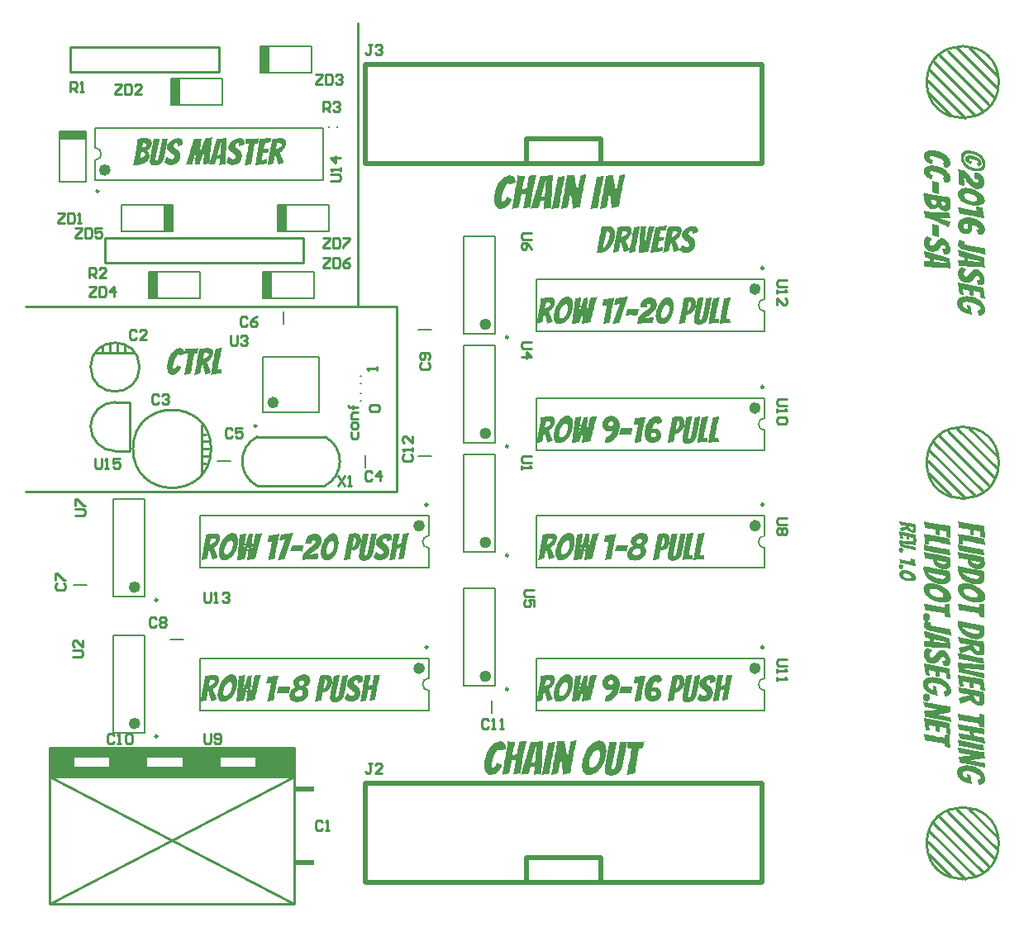
<source format=gto>
G04 Layer_Color=65535*
%FSLAX25Y25*%
%MOIN*%
G70*
G01*
G75*
%ADD17C,0.02000*%
%ADD19C,0.01000*%
%ADD42C,0.00787*%
%ADD43C,0.00984*%
%ADD44C,0.02362*%
%ADD45R,0.15748X0.05906*%
%ADD46R,0.15748X0.03937*%
%ADD47R,0.09843X0.03937*%
%ADD48R,0.98425X0.03937*%
%ADD49R,0.98425X0.03937*%
%ADD50R,0.07874X0.01969*%
%ADD51R,0.03736X0.10698*%
%ADD52R,0.10698X0.03736*%
G36*
X376046Y120344D02*
X376123Y120329D01*
X376230Y120313D01*
X376353Y120283D01*
X376507Y120252D01*
X376691Y120206D01*
X376891Y120175D01*
X377106Y120129D01*
X377352Y120083D01*
X377613Y120021D01*
X377875Y119960D01*
X378474Y119852D01*
X379104Y119729D01*
X379781Y119591D01*
X380488Y119453D01*
X381917Y119191D01*
X382624Y119084D01*
X383300Y118961D01*
X383946Y118869D01*
X384561Y118776D01*
Y118792D01*
Y118838D01*
X384576Y118899D01*
Y118992D01*
X384591Y119099D01*
Y119222D01*
Y119483D01*
Y119499D01*
Y119545D01*
Y119606D01*
Y119699D01*
X384607Y119806D01*
X384622Y119914D01*
X384684Y120175D01*
X386574Y120098D01*
Y120083D01*
Y120068D01*
Y120021D01*
X386559Y119975D01*
Y119822D01*
X386543Y119622D01*
X386528Y119391D01*
Y119145D01*
X386513Y118869D01*
Y118577D01*
Y118546D01*
Y118484D01*
Y118377D01*
Y118238D01*
X386528Y118054D01*
Y117839D01*
Y117593D01*
X386543Y117332D01*
X386559Y117040D01*
X386574Y116732D01*
X386590Y116409D01*
X386620Y116071D01*
X386682Y115364D01*
X386759Y114642D01*
X385959Y114795D01*
X385944D01*
X385898Y114811D01*
X385836Y114826D01*
X385760Y114842D01*
X385652Y114857D01*
X385544Y114888D01*
X385283Y114934D01*
X385268D01*
X385222Y114949D01*
X385160D01*
X385068Y114965D01*
X384868Y115011D01*
X384668Y115057D01*
Y115072D01*
X384653Y115118D01*
X384638Y115180D01*
X384622Y115257D01*
X384591Y115364D01*
X384576Y115472D01*
X384530Y115718D01*
Y115733D01*
Y115779D01*
X384515Y115841D01*
Y115918D01*
X384484Y116133D01*
X384453Y116363D01*
X384438D01*
X384407Y116379D01*
X384346Y116394D01*
X384253Y116409D01*
X384146Y116425D01*
X384007Y116455D01*
X383854Y116486D01*
X383685Y116532D01*
X383500Y116563D01*
X383285Y116609D01*
X383054Y116655D01*
X382808Y116686D01*
X382547Y116747D01*
X382271Y116794D01*
X381686Y116886D01*
X381640D01*
X381594Y116901D01*
X381533Y116917D01*
X381441Y116932D01*
X381333Y116947D01*
X381087Y116978D01*
X380795Y117024D01*
X380442Y117086D01*
X380073Y117147D01*
X379658Y117209D01*
X379227Y117270D01*
X378797Y117347D01*
X377921Y117470D01*
X377490Y117547D01*
X377091Y117593D01*
X376722Y117654D01*
X376384Y117701D01*
X375984Y120360D01*
X376000D01*
X376046Y120344D01*
D02*
G37*
G36*
X230499Y243999D02*
X230469Y243937D01*
X230438Y243845D01*
X230407Y243722D01*
X230346Y243569D01*
X230300Y243384D01*
X230223Y243169D01*
X230161Y242938D01*
X230069Y242677D01*
X229992Y242401D01*
X229900Y242093D01*
X229808Y241786D01*
X229623Y241109D01*
X229439Y240402D01*
Y240387D01*
X229423Y240356D01*
X229408Y240295D01*
X229393Y240202D01*
X229362Y240095D01*
X229331Y239972D01*
X229300Y239818D01*
X229254Y239665D01*
X229208Y239480D01*
X229162Y239280D01*
X229055Y238850D01*
X228932Y238373D01*
X228809Y237866D01*
X228670Y237328D01*
X228532Y236775D01*
X228394Y236222D01*
X228271Y235684D01*
X228132Y235161D01*
X228010Y234654D01*
X227902Y234193D01*
X227810Y233778D01*
X224474Y233209D01*
X225135Y238912D01*
X224936D01*
X223475Y233547D01*
X220401Y233025D01*
X221523Y243507D01*
X221646D01*
X221785Y243523D01*
X221954Y243538D01*
X222153Y243553D01*
X222369Y243584D01*
X222830Y243645D01*
X222861D01*
X222937Y243661D01*
X223060Y243676D01*
X223214Y243707D01*
X223398Y243738D01*
X223614Y243753D01*
X224059Y243799D01*
Y243784D01*
Y243753D01*
X224044Y243691D01*
X224029Y243599D01*
X223998Y243446D01*
X223983Y243353D01*
X223967Y243246D01*
X223952Y243123D01*
X223936Y242969D01*
X223906Y242815D01*
X223875Y242631D01*
X223844Y242416D01*
X223798Y242185D01*
X223767Y241939D01*
X223721Y241663D01*
X223675Y241355D01*
X223614Y241033D01*
X223568Y240679D01*
X223506Y240279D01*
X223429Y239864D01*
X223352Y239419D01*
X223275Y238927D01*
X223199Y238420D01*
X223106Y237851D01*
X223014Y237267D01*
X223245D01*
Y237282D01*
X223260Y237328D01*
X223291Y237421D01*
X223322Y237528D01*
X223352Y237667D01*
X223398Y237820D01*
X223460Y238005D01*
X223506Y238204D01*
X223568Y238420D01*
X223629Y238635D01*
X223767Y239127D01*
X223921Y239618D01*
X224059Y240126D01*
Y240141D01*
X224075Y240187D01*
X224090Y240249D01*
X224121Y240341D01*
X224152Y240448D01*
X224182Y240571D01*
X224274Y240848D01*
X224367Y241156D01*
X224444Y241447D01*
X224536Y241724D01*
X224567Y241832D01*
X224597Y241939D01*
Y241955D01*
X224613Y241986D01*
X224628Y242047D01*
X224643Y242124D01*
X224674Y242216D01*
X224705Y242308D01*
X224766Y242554D01*
X224843Y242831D01*
X224920Y243108D01*
X224997Y243369D01*
X225058Y243599D01*
X225304D01*
X225458Y243615D01*
X225642Y243630D01*
X225888Y243645D01*
X226150Y243676D01*
X226442Y243722D01*
X226749Y243784D01*
Y243753D01*
X226734Y243722D01*
Y243676D01*
X226718Y243599D01*
X226703Y243507D01*
X226688Y243384D01*
X226672Y243246D01*
Y243230D01*
Y243169D01*
X226657Y243077D01*
Y242969D01*
X226642Y242815D01*
X226626Y242646D01*
X226595Y242462D01*
X226580Y242247D01*
Y242216D01*
Y242139D01*
X226565Y242032D01*
X226549Y241863D01*
X226534Y241678D01*
X226519Y241463D01*
X226488Y241217D01*
X226472Y240956D01*
Y240925D01*
X226457Y240833D01*
Y240694D01*
X226442Y240525D01*
X226411Y240325D01*
X226396Y240095D01*
X226349Y239588D01*
Y239572D01*
Y239526D01*
X226334Y239465D01*
Y239373D01*
X226319Y239265D01*
Y239142D01*
X226303Y239004D01*
X226288Y238835D01*
X226257Y238481D01*
X226226Y238097D01*
X226180Y237682D01*
X226134Y237267D01*
X226411D01*
X227810Y243630D01*
X227840D01*
X227902Y243645D01*
X227994Y243661D01*
X228117Y243676D01*
X228271Y243691D01*
X228440Y243722D01*
X228778Y243753D01*
X228793D01*
X228824Y243768D01*
X228901D01*
X228978Y243784D01*
X229070Y243799D01*
X229193Y243814D01*
X229454Y243845D01*
X229731Y243891D01*
X230023Y243937D01*
X230284Y243984D01*
X230392Y243999D01*
X230499Y244014D01*
Y243999D01*
D02*
G37*
G36*
X284387Y243953D02*
X284371Y243907D01*
X284356Y243830D01*
X284325Y243722D01*
X284294Y243584D01*
X284264Y243430D01*
X284218Y243261D01*
X284171Y243061D01*
X284125Y242846D01*
X284064Y242600D01*
X283956Y242093D01*
X283818Y241540D01*
X283695Y240956D01*
X283418Y239757D01*
X283280Y239157D01*
X283157Y238604D01*
X283049Y238097D01*
X283003Y237851D01*
X282957Y237636D01*
X282911Y237436D01*
X282880Y237251D01*
X282850Y237098D01*
X282819Y236960D01*
Y236944D01*
X282804Y236898D01*
Y236837D01*
X282788Y236744D01*
X282773Y236652D01*
X282742Y236529D01*
X282696Y236252D01*
X282650Y235945D01*
X282604Y235653D01*
X282558Y235376D01*
X282542Y235253D01*
X282527Y235146D01*
X282558D01*
X282634Y235161D01*
X282757D01*
X282927Y235176D01*
X283142D01*
X283403Y235192D01*
X284064D01*
Y235161D01*
Y235100D01*
X284079Y234992D01*
Y234869D01*
X284095Y234716D01*
X284110Y234562D01*
X284125Y234408D01*
X284141Y234270D01*
Y234254D01*
X284156Y234208D01*
Y234147D01*
X284171Y234070D01*
X284202Y233901D01*
X284218Y233824D01*
Y233747D01*
Y233716D01*
X284233Y233655D01*
X284248Y233578D01*
X284264Y233532D01*
X283818Y233547D01*
X283557D01*
X283418Y233532D01*
X283080D01*
X282865Y233517D01*
X282650Y233501D01*
X282404Y233486D01*
X281897Y233424D01*
X281359Y233363D01*
X280790Y233271D01*
X280775D01*
X280713Y233255D01*
X280621Y233225D01*
X280498Y233209D01*
X280360Y233178D01*
X280206Y233132D01*
X279899Y233055D01*
Y233071D01*
Y233086D01*
X279914Y233178D01*
X279929Y233317D01*
X279960Y233517D01*
X279991Y233763D01*
X280037Y234054D01*
X280083Y234377D01*
X280145Y234746D01*
X280206Y235161D01*
X280268Y235592D01*
X280344Y236053D01*
X280421Y236544D01*
X280513Y237052D01*
X280606Y237574D01*
X280805Y238650D01*
Y238666D01*
Y238681D01*
X280821Y238727D01*
X280836Y238789D01*
X280867Y238942D01*
X280898Y239142D01*
X280959Y239403D01*
X281005Y239695D01*
X281082Y240018D01*
X281144Y240372D01*
X281220Y240756D01*
X281297Y241156D01*
X281466Y241986D01*
X281635Y242831D01*
X281712Y243230D01*
X281789Y243615D01*
X284387Y243968D01*
Y243953D01*
D02*
G37*
G36*
X379243Y128506D02*
X379396Y128490D01*
X379566Y128475D01*
X379781Y128460D01*
X380011Y128429D01*
X380273Y128383D01*
X380549Y128337D01*
X380841Y128275D01*
X381149Y128198D01*
X381471Y128121D01*
X381809Y128014D01*
X382163Y127906D01*
X382517Y127768D01*
X382532Y127752D01*
X382609Y127737D01*
X382701Y127691D01*
X382839Y127629D01*
X382993Y127553D01*
X383193Y127460D01*
X383393Y127353D01*
X383623Y127230D01*
X384130Y126938D01*
X384653Y126600D01*
X385191Y126200D01*
X385683Y125754D01*
X385698Y125739D01*
X385744Y125693D01*
X385806Y125616D01*
X385898Y125524D01*
X386005Y125401D01*
X386113Y125247D01*
X386236Y125078D01*
X386374Y124894D01*
X386497Y124694D01*
X386620Y124463D01*
X386728Y124233D01*
X386836Y123987D01*
X386928Y123741D01*
X386989Y123464D01*
X387035Y123203D01*
X387051Y122926D01*
Y122911D01*
Y122880D01*
Y122803D01*
X387035Y122727D01*
X387020Y122634D01*
X387004Y122511D01*
X386928Y122250D01*
X386805Y121958D01*
X386728Y121820D01*
X386636Y121666D01*
X386528Y121528D01*
X386390Y121389D01*
X386236Y121266D01*
X386067Y121159D01*
X386052D01*
X386036Y121143D01*
X385990Y121113D01*
X385913Y121082D01*
X385836Y121051D01*
X385729Y121020D01*
X385606Y120974D01*
X385468Y120928D01*
X385298Y120897D01*
X385129Y120851D01*
X384930Y120821D01*
X384714Y120774D01*
X384484Y120759D01*
X384223Y120728D01*
X383946Y120713D01*
X383423D01*
X383316Y120728D01*
X383085Y120744D01*
X382793Y120774D01*
X382455Y120821D01*
X382101Y120882D01*
X381702Y120974D01*
X381686D01*
X381656Y120990D01*
X381594Y121005D01*
X381518Y121020D01*
X381425Y121051D01*
X381318Y121082D01*
X381056Y121143D01*
X380749Y121251D01*
X380426Y121359D01*
X380073Y121497D01*
X379734Y121651D01*
X379719D01*
X379688Y121666D01*
X379642Y121697D01*
X379581Y121727D01*
X379412Y121820D01*
X379197Y121943D01*
X378951Y122081D01*
X378689Y122250D01*
X378413Y122450D01*
X378136Y122650D01*
X378105Y122680D01*
X378013Y122742D01*
X377890Y122865D01*
X377721Y123019D01*
X377537Y123188D01*
X377337Y123387D01*
X377137Y123618D01*
X376937Y123848D01*
X376922Y123864D01*
X376891Y123910D01*
X376845Y123971D01*
X376783Y124064D01*
X376707Y124187D01*
X376614Y124310D01*
X376538Y124463D01*
X376445Y124632D01*
X376261Y125017D01*
X376092Y125432D01*
X376030Y125647D01*
X375984Y125877D01*
X375954Y126093D01*
X375938Y126323D01*
Y126338D01*
Y126369D01*
Y126415D01*
X375954Y126492D01*
X375969Y126661D01*
X376030Y126892D01*
X376107Y127138D01*
X376230Y127399D01*
X376415Y127660D01*
X376522Y127783D01*
X376645Y127891D01*
X376660D01*
X376676Y127921D01*
X376722Y127952D01*
X376799Y127983D01*
X376876Y128029D01*
X376968Y128091D01*
X377091Y128152D01*
X377229Y128198D01*
X377383Y128260D01*
X377552Y128321D01*
X377736Y128367D01*
X377952Y128429D01*
X378167Y128460D01*
X378413Y128490D01*
X378674Y128521D01*
X379120D01*
X379243Y128506D01*
D02*
G37*
G36*
X246715Y236591D02*
X246515D01*
X246377Y236606D01*
X246039D01*
X245839Y236621D01*
X245623D01*
X245178Y236637D01*
X244763D01*
X244578Y236652D01*
X243487D01*
X243256Y236637D01*
X243041D01*
X242826Y236621D01*
X242519D01*
X242380Y236606D01*
X241919D01*
X242626Y239219D01*
X242780D01*
X242888Y239204D01*
X243164D01*
X243487Y239188D01*
X243825Y239173D01*
X244163D01*
X244317Y239157D01*
X245331D01*
X245500Y239173D01*
X245900D01*
X246330Y239188D01*
X246776Y239204D01*
X247222Y239234D01*
X246715Y236591D01*
D02*
G37*
G36*
X218757Y196090D02*
X218849Y196075D01*
X218972Y196060D01*
X219233Y195983D01*
X219525Y195860D01*
X219664Y195783D01*
X219817Y195691D01*
X219956Y195583D01*
X220094Y195445D01*
X220217Y195291D01*
X220324Y195122D01*
Y195107D01*
X220340Y195091D01*
X220371Y195045D01*
X220401Y194968D01*
X220432Y194892D01*
X220463Y194784D01*
X220509Y194661D01*
X220555Y194523D01*
X220586Y194354D01*
X220632Y194185D01*
X220663Y193985D01*
X220709Y193770D01*
X220724Y193539D01*
X220755Y193278D01*
X220770Y193001D01*
Y192709D01*
Y192694D01*
Y192663D01*
Y192617D01*
Y192555D01*
Y192478D01*
X220755Y192371D01*
X220739Y192140D01*
X220709Y191848D01*
X220663Y191510D01*
X220601Y191157D01*
X220509Y190757D01*
Y190742D01*
X220494Y190711D01*
X220478Y190649D01*
X220463Y190573D01*
X220432Y190480D01*
X220401Y190373D01*
X220340Y190111D01*
X220232Y189804D01*
X220125Y189481D01*
X219986Y189128D01*
X219833Y188790D01*
Y188774D01*
X219817Y188743D01*
X219787Y188697D01*
X219756Y188636D01*
X219664Y188467D01*
X219541Y188252D01*
X219402Y188006D01*
X219233Y187744D01*
X219033Y187468D01*
X218834Y187191D01*
X218803Y187160D01*
X218741Y187068D01*
X218618Y186945D01*
X218465Y186776D01*
X218296Y186592D01*
X218096Y186392D01*
X217865Y186192D01*
X217635Y185992D01*
X217619Y185977D01*
X217573Y185946D01*
X217512Y185900D01*
X217420Y185839D01*
X217297Y185762D01*
X217174Y185670D01*
X217020Y185593D01*
X216851Y185501D01*
X216467Y185316D01*
X216052Y185147D01*
X215836Y185085D01*
X215606Y185039D01*
X215391Y185009D01*
X215160Y184993D01*
X215068D01*
X214991Y185009D01*
X214822Y185024D01*
X214591Y185085D01*
X214346Y185162D01*
X214084Y185285D01*
X213823Y185470D01*
X213700Y185577D01*
X213592Y185700D01*
Y185716D01*
X213562Y185731D01*
X213531Y185777D01*
X213500Y185854D01*
X213454Y185931D01*
X213393Y186023D01*
X213331Y186146D01*
X213285Y186284D01*
X213224Y186438D01*
X213162Y186607D01*
X213116Y186792D01*
X213054Y187007D01*
X213024Y187222D01*
X212993Y187468D01*
X212962Y187729D01*
Y188006D01*
Y188021D01*
Y188083D01*
Y188175D01*
X212978Y188298D01*
X212993Y188452D01*
X213008Y188621D01*
X213024Y188836D01*
X213054Y189066D01*
X213101Y189328D01*
X213147Y189604D01*
X213208Y189896D01*
X213285Y190204D01*
X213362Y190526D01*
X213469Y190865D01*
X213577Y191218D01*
X213715Y191572D01*
X213731Y191587D01*
X213746Y191664D01*
X213792Y191756D01*
X213854Y191894D01*
X213931Y192048D01*
X214023Y192248D01*
X214130Y192448D01*
X214253Y192678D01*
X214545Y193185D01*
X214883Y193708D01*
X215283Y194246D01*
X215729Y194738D01*
X215744Y194753D01*
X215790Y194799D01*
X215867Y194861D01*
X215959Y194953D01*
X216082Y195061D01*
X216236Y195168D01*
X216405Y195291D01*
X216590Y195430D01*
X216789Y195552D01*
X217020Y195675D01*
X217250Y195783D01*
X217496Y195891D01*
X217742Y195983D01*
X218019Y196044D01*
X218280Y196090D01*
X218557Y196106D01*
X218680D01*
X218757Y196090D01*
D02*
G37*
G36*
X263529Y195937D02*
X263714Y195921D01*
X263914Y195891D01*
X264114Y195860D01*
X264313Y195798D01*
X264498Y195721D01*
X264513Y195706D01*
X264575Y195675D01*
X264667Y195629D01*
X264759Y195568D01*
X264882Y195491D01*
X265005Y195383D01*
X265128Y195276D01*
X265251Y195138D01*
X265266Y195107D01*
X265297Y195061D01*
X265328Y195015D01*
X265374Y194938D01*
X265405Y194861D01*
X265512Y194646D01*
X265604Y194354D01*
X265681Y194016D01*
X265743Y193631D01*
X265758Y193170D01*
Y193155D01*
Y193139D01*
Y193093D01*
Y193032D01*
X265743Y192863D01*
X265727Y192663D01*
X265681Y192417D01*
X265635Y192140D01*
X265558Y191864D01*
X265451Y191572D01*
Y191556D01*
X265435Y191541D01*
X265389Y191449D01*
X265328Y191295D01*
X265236Y191111D01*
X265113Y190895D01*
X264974Y190665D01*
X264821Y190434D01*
X264636Y190204D01*
X264621Y190173D01*
X264544Y190111D01*
X264452Y189989D01*
X264313Y189866D01*
X264129Y189712D01*
X263929Y189543D01*
X263714Y189389D01*
X263468Y189251D01*
X263437Y189235D01*
X263361Y189189D01*
X263222Y189143D01*
X263053Y189082D01*
X262838Y189005D01*
X262607Y188959D01*
X262361Y188913D01*
X262100Y188897D01*
X261946D01*
Y188882D01*
X261931Y188836D01*
X261916Y188774D01*
X261900Y188667D01*
X261870Y188544D01*
X261839Y188405D01*
X261808Y188221D01*
X261762Y188021D01*
X261731Y187791D01*
X261685Y187545D01*
X261624Y187268D01*
X261578Y186961D01*
X261516Y186638D01*
X261470Y186284D01*
X261408Y185916D01*
X261347Y185516D01*
X258811Y185039D01*
Y185055D01*
X258826Y185116D01*
X258842Y185208D01*
X258872Y185331D01*
X258918Y185501D01*
X258949Y185685D01*
X258995Y185900D01*
X259057Y186146D01*
X259118Y186423D01*
X259180Y186715D01*
X259241Y187038D01*
X259318Y187360D01*
X259395Y187714D01*
X259472Y188083D01*
X259626Y188866D01*
X259795Y189697D01*
X259964Y190542D01*
X260302Y192279D01*
X260471Y193139D01*
X260625Y193969D01*
X260748Y194753D01*
X260809Y195122D01*
X260871Y195476D01*
X260886D01*
X260947Y195491D01*
X261024Y195522D01*
X261132Y195552D01*
X261270Y195583D01*
X261424Y195629D01*
X261593Y195675D01*
X261762Y195721D01*
X262162Y195798D01*
X262546Y195875D01*
X262930Y195937D01*
X263099Y195952D01*
X263391D01*
X263529Y195937D01*
D02*
G37*
G36*
X376077Y113366D02*
X376184Y113335D01*
X376338Y113305D01*
X376522Y113274D01*
X376737Y113228D01*
X376983Y113182D01*
X377260Y113136D01*
X377567Y113074D01*
X377906Y112997D01*
X378259Y112936D01*
X378628Y112859D01*
X379012Y112782D01*
X379427Y112705D01*
X380273Y112551D01*
X381149Y112382D01*
X382025Y112213D01*
X382901Y112060D01*
X383746Y111906D01*
X384146Y111829D01*
X384545Y111768D01*
X384914Y111706D01*
X385268Y111645D01*
X385606Y111583D01*
X385913Y111537D01*
X386205Y111491D01*
X386451Y111460D01*
Y111430D01*
X386467Y111353D01*
X386497Y111214D01*
X386528Y111061D01*
X386559Y110861D01*
X386605Y110646D01*
X386682Y110169D01*
Y110138D01*
X386697Y110062D01*
X386713Y109923D01*
X386743Y109754D01*
X386759Y109554D01*
X386774Y109308D01*
X386789Y109063D01*
Y108786D01*
Y108771D01*
Y108755D01*
Y108663D01*
X386774Y108525D01*
X386759Y108340D01*
X386728Y108140D01*
X386682Y107910D01*
X386620Y107695D01*
X386528Y107479D01*
X386513Y107449D01*
X386482Y107387D01*
X386420Y107280D01*
X386344Y107157D01*
X386251Y107003D01*
X386128Y106849D01*
X385990Y106711D01*
X385836Y106573D01*
X385821Y106557D01*
X385790Y106542D01*
X385744Y106511D01*
X385683Y106465D01*
X385591Y106419D01*
X385483Y106357D01*
X385360Y106296D01*
X385222Y106234D01*
X385068Y106173D01*
X384899Y106127D01*
X384699Y106065D01*
X384499Y106019D01*
X384038Y105942D01*
X383792Y105912D01*
X383377D01*
X383254Y105927D01*
X383116Y105942D01*
X382931Y105958D01*
X382747Y105973D01*
X382517Y106019D01*
X382271Y106065D01*
X382025Y106112D01*
X381748Y106188D01*
X381456Y106265D01*
X381149Y106357D01*
X380826Y106465D01*
X380503Y106588D01*
X380180Y106742D01*
X380165Y106757D01*
X380103Y106788D01*
X380011Y106834D01*
X379873Y106895D01*
X379719Y106988D01*
X379535Y107095D01*
X379335Y107218D01*
X379120Y107357D01*
X378889Y107526D01*
X378643Y107695D01*
X378397Y107879D01*
X378151Y108094D01*
X377660Y108540D01*
X377429Y108801D01*
X377199Y109063D01*
X377183Y109078D01*
X377137Y109139D01*
X377076Y109232D01*
X376999Y109339D01*
X376906Y109493D01*
X376799Y109677D01*
X376676Y109877D01*
X376568Y110108D01*
X376445Y110354D01*
X376322Y110630D01*
X376215Y110922D01*
X376123Y111214D01*
X376046Y111537D01*
X375984Y111860D01*
X375938Y112198D01*
X375923Y112551D01*
Y112567D01*
Y112613D01*
Y112674D01*
X375938Y112782D01*
Y112890D01*
X375954Y113043D01*
X375969Y113197D01*
X375984Y113382D01*
X376015D01*
X376077Y113366D01*
D02*
G37*
G36*
X268848Y195768D02*
X268832Y195706D01*
X268817Y195614D01*
X268786Y195491D01*
X268755Y195337D01*
X268725Y195168D01*
X268678Y194984D01*
X268632Y194769D01*
X268540Y194323D01*
X268448Y193846D01*
X268356Y193385D01*
X268310Y193170D01*
X268264Y192970D01*
Y192955D01*
X268248Y192924D01*
Y192863D01*
X268233Y192801D01*
X268217Y192709D01*
X268187Y192601D01*
X268141Y192371D01*
X268079Y192110D01*
X268018Y191817D01*
X267971Y191541D01*
X267910Y191295D01*
Y191264D01*
X267895Y191187D01*
X267864Y191080D01*
X267833Y190926D01*
X267802Y190742D01*
X267756Y190557D01*
X267679Y190158D01*
Y190142D01*
X267664Y190111D01*
Y190050D01*
X267649Y189989D01*
X267603Y189789D01*
X267557Y189574D01*
X267510Y189328D01*
X267449Y189097D01*
X267403Y188882D01*
X267387Y188805D01*
X267372Y188728D01*
Y188713D01*
X267357Y188682D01*
Y188636D01*
X267341Y188575D01*
X267311Y188390D01*
X267264Y188190D01*
X267218Y187975D01*
X267188Y187760D01*
X267172Y187575D01*
X267157Y187499D01*
Y187437D01*
Y187422D01*
Y187391D01*
Y187345D01*
X267172Y187283D01*
X267203Y187145D01*
X267280Y187007D01*
X267311Y186976D01*
X267372Y186930D01*
X267480Y186884D01*
X267618Y186853D01*
X267649D01*
X267741Y186884D01*
X267864Y186945D01*
X267925Y186991D01*
X267987Y187053D01*
X268002Y187068D01*
X268018Y187084D01*
X268048Y187130D01*
X268079Y187191D01*
X268171Y187345D01*
X268264Y187529D01*
Y187545D01*
X268279Y187575D01*
X268294Y187637D01*
X268325Y187698D01*
X268387Y187883D01*
X268433Y188098D01*
Y188113D01*
X268448Y188144D01*
X268463Y188206D01*
X268479Y188282D01*
X268509Y188467D01*
X268555Y188682D01*
Y188697D01*
X268571Y188743D01*
X268586Y188805D01*
X268602Y188897D01*
X268617Y189005D01*
X268648Y189143D01*
X268694Y189312D01*
X268725Y189497D01*
Y189527D01*
X268740Y189589D01*
X268771Y189697D01*
X268786Y189835D01*
X268832Y190004D01*
X268863Y190188D01*
X268940Y190603D01*
Y190634D01*
X268955Y190696D01*
X268986Y190819D01*
X269017Y190957D01*
X269047Y191141D01*
X269093Y191341D01*
X269124Y191556D01*
X269170Y191771D01*
Y191787D01*
X269186Y191848D01*
X269201Y191925D01*
X269232Y192048D01*
X269247Y192186D01*
X269293Y192371D01*
X269324Y192586D01*
X269370Y192817D01*
X269432Y193078D01*
X269478Y193370D01*
X269539Y193693D01*
X269601Y194031D01*
X269662Y194400D01*
X269739Y194784D01*
X269800Y195184D01*
X269877Y195614D01*
X272121Y195752D01*
X272044Y195383D01*
Y195368D01*
Y195337D01*
X272029Y195291D01*
X272014Y195230D01*
X271998Y195138D01*
X271983Y195030D01*
X271952Y194922D01*
X271937Y194784D01*
X271875Y194476D01*
X271814Y194108D01*
X271737Y193708D01*
X271660Y193278D01*
Y193262D01*
X271645Y193232D01*
Y193155D01*
X271630Y193078D01*
X271614Y192970D01*
X271583Y192847D01*
X271537Y192571D01*
X271476Y192248D01*
X271414Y191910D01*
X271353Y191556D01*
X271276Y191218D01*
Y191187D01*
X271261Y191126D01*
X271230Y191003D01*
X271199Y190849D01*
X271168Y190665D01*
X271122Y190450D01*
X271076Y190219D01*
X271030Y189973D01*
X270922Y189435D01*
X270815Y188913D01*
X270753Y188651D01*
X270707Y188421D01*
X270661Y188206D01*
X270615Y188006D01*
Y187990D01*
X270600Y187960D01*
Y187914D01*
X270569Y187852D01*
X270523Y187683D01*
X270461Y187468D01*
X270369Y187222D01*
X270277Y186961D01*
X270154Y186715D01*
X270016Y186469D01*
X270000Y186438D01*
X269954Y186377D01*
X269862Y186269D01*
X269754Y186131D01*
X269631Y185977D01*
X269478Y185808D01*
X269309Y185654D01*
X269124Y185501D01*
X269109D01*
X269078Y185470D01*
X269032Y185439D01*
X268955Y185393D01*
X268863Y185331D01*
X268755Y185270D01*
X268617Y185208D01*
X268479Y185147D01*
X268156Y185024D01*
X267772Y184901D01*
X267341Y184824D01*
X267111Y184809D01*
X266880Y184793D01*
X266757D01*
X266603Y184809D01*
X266419Y184840D01*
X266219Y184901D01*
X265989Y184962D01*
X265758Y185070D01*
X265543Y185208D01*
X265512Y185239D01*
X265451Y185301D01*
X265343Y185424D01*
X265236Y185577D01*
X265113Y185777D01*
X265005Y186008D01*
X264944Y186269D01*
X264913Y186576D01*
Y186592D01*
Y186607D01*
Y186684D01*
Y186699D01*
Y186715D01*
Y186761D01*
X264928Y186807D01*
Y186884D01*
Y186976D01*
X264944Y187084D01*
Y187099D01*
Y187145D01*
X264959Y187237D01*
X264974Y187360D01*
X264990Y187529D01*
X265020Y187729D01*
X265051Y187990D01*
X265097Y188282D01*
Y188298D01*
Y188329D01*
X265113Y188375D01*
X265128Y188436D01*
Y188513D01*
X265143Y188605D01*
X265190Y188836D01*
X265236Y189097D01*
X265282Y189404D01*
X265328Y189727D01*
X265389Y190065D01*
Y190081D01*
Y190111D01*
X265405Y190158D01*
X265420Y190234D01*
X265435Y190311D01*
X265451Y190419D01*
X265481Y190649D01*
X265543Y190942D01*
X265589Y191249D01*
X265651Y191587D01*
X265712Y191940D01*
Y191956D01*
X265727Y191987D01*
Y192033D01*
X265743Y192094D01*
X265758Y192186D01*
X265774Y192279D01*
X265820Y192509D01*
X265866Y192771D01*
X265927Y193062D01*
X265989Y193354D01*
X266035Y193647D01*
Y193662D01*
X266050Y193723D01*
X266066Y193800D01*
X266081Y193908D01*
X266112Y194031D01*
X266142Y194185D01*
X266204Y194507D01*
X266265Y194830D01*
X266327Y195138D01*
X266358Y195276D01*
X266373Y195399D01*
X266388Y195491D01*
X266404Y195552D01*
X266465D01*
X266527Y195568D01*
X266619D01*
X266726Y195583D01*
X266865Y195599D01*
X267157Y195629D01*
X267172D01*
X267234Y195645D01*
X267311D01*
X267418Y195660D01*
X267557Y195675D01*
X267695D01*
X267987Y195706D01*
X268064D01*
X268141Y195721D01*
X268248D01*
X268387Y195737D01*
X268525Y195752D01*
X268848Y195783D01*
Y195768D01*
D02*
G37*
G36*
X279914Y243953D02*
X279899Y243907D01*
X279883Y243830D01*
X279853Y243722D01*
X279822Y243584D01*
X279791Y243430D01*
X279745Y243261D01*
X279699Y243061D01*
X279653Y242846D01*
X279591Y242600D01*
X279484Y242093D01*
X279345Y241540D01*
X279222Y240956D01*
X278946Y239757D01*
X278807Y239157D01*
X278684Y238604D01*
X278577Y238097D01*
X278531Y237851D01*
X278485Y237636D01*
X278438Y237436D01*
X278408Y237251D01*
X278377Y237098D01*
X278346Y236960D01*
Y236944D01*
X278331Y236898D01*
Y236837D01*
X278315Y236744D01*
X278300Y236652D01*
X278269Y236529D01*
X278223Y236252D01*
X278177Y235945D01*
X278131Y235653D01*
X278085Y235376D01*
X278069Y235253D01*
X278054Y235146D01*
X278085D01*
X278162Y235161D01*
X278285D01*
X278454Y235176D01*
X278669D01*
X278930Y235192D01*
X279591D01*
Y235161D01*
Y235100D01*
X279607Y234992D01*
Y234869D01*
X279622Y234716D01*
X279637Y234562D01*
X279653Y234408D01*
X279668Y234270D01*
Y234254D01*
X279683Y234208D01*
Y234147D01*
X279699Y234070D01*
X279730Y233901D01*
X279745Y233824D01*
Y233747D01*
Y233716D01*
X279760Y233655D01*
X279776Y233578D01*
X279791Y233532D01*
X279345Y233547D01*
X279084D01*
X278946Y233532D01*
X278608D01*
X278392Y233517D01*
X278177Y233501D01*
X277931Y233486D01*
X277424Y233424D01*
X276886Y233363D01*
X276317Y233271D01*
X276302D01*
X276240Y233255D01*
X276148Y233225D01*
X276025Y233209D01*
X275887Y233178D01*
X275733Y233132D01*
X275426Y233055D01*
Y233071D01*
Y233086D01*
X275441Y233178D01*
X275457Y233317D01*
X275487Y233517D01*
X275518Y233763D01*
X275564Y234054D01*
X275610Y234377D01*
X275672Y234746D01*
X275733Y235161D01*
X275795Y235592D01*
X275872Y236053D01*
X275949Y236544D01*
X276041Y237052D01*
X276133Y237574D01*
X276333Y238650D01*
Y238666D01*
Y238681D01*
X276348Y238727D01*
X276363Y238789D01*
X276394Y238942D01*
X276425Y239142D01*
X276486Y239403D01*
X276533Y239695D01*
X276609Y240018D01*
X276671Y240372D01*
X276748Y240756D01*
X276825Y241156D01*
X276994Y241986D01*
X277163Y242831D01*
X277240Y243230D01*
X277316Y243615D01*
X279914Y243968D01*
Y243953D01*
D02*
G37*
G36*
X218757Y244122D02*
X218849Y244107D01*
X218972Y244091D01*
X219233Y244014D01*
X219525Y243891D01*
X219664Y243814D01*
X219817Y243722D01*
X219956Y243615D01*
X220094Y243476D01*
X220217Y243323D01*
X220324Y243154D01*
Y243138D01*
X220340Y243123D01*
X220371Y243077D01*
X220401Y243000D01*
X220432Y242923D01*
X220463Y242815D01*
X220509Y242692D01*
X220555Y242554D01*
X220586Y242385D01*
X220632Y242216D01*
X220663Y242016D01*
X220709Y241801D01*
X220724Y241570D01*
X220755Y241309D01*
X220770Y241033D01*
Y240740D01*
Y240725D01*
Y240694D01*
Y240648D01*
Y240587D01*
Y240510D01*
X220755Y240402D01*
X220739Y240172D01*
X220709Y239880D01*
X220663Y239542D01*
X220601Y239188D01*
X220509Y238789D01*
Y238773D01*
X220494Y238742D01*
X220478Y238681D01*
X220463Y238604D01*
X220432Y238512D01*
X220401Y238404D01*
X220340Y238143D01*
X220232Y237836D01*
X220125Y237513D01*
X219986Y237159D01*
X219833Y236821D01*
Y236806D01*
X219817Y236775D01*
X219787Y236729D01*
X219756Y236667D01*
X219664Y236498D01*
X219541Y236283D01*
X219402Y236037D01*
X219233Y235776D01*
X219033Y235499D01*
X218834Y235223D01*
X218803Y235192D01*
X218741Y235100D01*
X218618Y234977D01*
X218465Y234808D01*
X218296Y234623D01*
X218096Y234423D01*
X217865Y234224D01*
X217635Y234024D01*
X217619Y234008D01*
X217573Y233978D01*
X217512Y233932D01*
X217420Y233870D01*
X217297Y233793D01*
X217174Y233701D01*
X217020Y233624D01*
X216851Y233532D01*
X216467Y233348D01*
X216052Y233178D01*
X215836Y233117D01*
X215606Y233071D01*
X215391Y233040D01*
X215160Y233025D01*
X215068D01*
X214991Y233040D01*
X214822Y233055D01*
X214591Y233117D01*
X214346Y233194D01*
X214084Y233317D01*
X213823Y233501D01*
X213700Y233609D01*
X213592Y233732D01*
Y233747D01*
X213562Y233763D01*
X213531Y233809D01*
X213500Y233886D01*
X213454Y233962D01*
X213393Y234054D01*
X213331Y234177D01*
X213285Y234316D01*
X213224Y234470D01*
X213162Y234639D01*
X213116Y234823D01*
X213054Y235038D01*
X213024Y235253D01*
X212993Y235499D01*
X212962Y235761D01*
Y236037D01*
Y236053D01*
Y236114D01*
Y236206D01*
X212978Y236329D01*
X212993Y236483D01*
X213008Y236652D01*
X213024Y236867D01*
X213054Y237098D01*
X213101Y237359D01*
X213147Y237636D01*
X213208Y237928D01*
X213285Y238235D01*
X213362Y238558D01*
X213469Y238896D01*
X213577Y239250D01*
X213715Y239603D01*
X213731Y239618D01*
X213746Y239695D01*
X213792Y239788D01*
X213854Y239926D01*
X213931Y240080D01*
X214023Y240279D01*
X214130Y240479D01*
X214253Y240710D01*
X214545Y241217D01*
X214883Y241740D01*
X215283Y242278D01*
X215729Y242769D01*
X215744Y242785D01*
X215790Y242831D01*
X215867Y242892D01*
X215959Y242985D01*
X216082Y243092D01*
X216236Y243200D01*
X216405Y243323D01*
X216590Y243461D01*
X216789Y243584D01*
X217020Y243707D01*
X217250Y243814D01*
X217496Y243922D01*
X217742Y244014D01*
X218019Y244076D01*
X218280Y244122D01*
X218557Y244137D01*
X218680D01*
X218757Y244122D01*
D02*
G37*
G36*
X259333Y243937D02*
X259426Y243922D01*
X259533Y243891D01*
X259764Y243814D01*
X259902Y243768D01*
X260025Y243691D01*
X260163Y243615D01*
X260302Y243507D01*
X260440Y243384D01*
X260578Y243246D01*
X260701Y243077D01*
X260809Y242892D01*
Y242877D01*
X260824Y242846D01*
X260855Y242800D01*
X260886Y242723D01*
X260932Y242616D01*
X260963Y242508D01*
X261009Y242370D01*
X261070Y242216D01*
X261116Y242032D01*
X261163Y241847D01*
X261193Y241632D01*
X261239Y241401D01*
X261270Y241171D01*
X261301Y240910D01*
X261316Y240633D01*
Y240341D01*
Y240310D01*
Y240233D01*
Y240095D01*
X261301Y239911D01*
X261285Y239680D01*
X261255Y239403D01*
X261209Y239111D01*
X261163Y238773D01*
X261101Y238420D01*
X261024Y238035D01*
X260917Y237636D01*
X260809Y237221D01*
X260671Y236806D01*
X260502Y236375D01*
X260317Y235945D01*
X260102Y235515D01*
X260087Y235499D01*
X260071Y235453D01*
X260025Y235376D01*
X259964Y235269D01*
X259872Y235146D01*
X259779Y235008D01*
X259672Y234854D01*
X259549Y234700D01*
X259257Y234347D01*
X258903Y233993D01*
X258504Y233670D01*
X258288Y233532D01*
X258058Y233394D01*
X258027Y233378D01*
X257950Y233348D01*
X257827Y233286D01*
X257658Y233240D01*
X257458Y233178D01*
X257228Y233117D01*
X256966Y233086D01*
X256705Y233071D01*
X256582D01*
X256459Y233086D01*
X256290Y233102D01*
X256106Y233132D01*
X255906Y233178D01*
X255706Y233240D01*
X255506Y233317D01*
X255491Y233332D01*
X255430Y233363D01*
X255337Y233424D01*
X255230Y233501D01*
X255107Y233609D01*
X254984Y233732D01*
X254861Y233870D01*
X254738Y234024D01*
Y234039D01*
X254707Y234070D01*
X254676Y234116D01*
X254646Y234177D01*
X254600Y234270D01*
X254554Y234362D01*
X254492Y234485D01*
X254446Y234623D01*
X254384Y234777D01*
X254323Y234946D01*
X254277Y235130D01*
X254231Y235346D01*
X254169Y235791D01*
X254138Y236299D01*
Y236314D01*
Y236375D01*
Y236468D01*
X254154Y236575D01*
Y236729D01*
X254169Y236913D01*
X254200Y237113D01*
X254231Y237344D01*
X254261Y237590D01*
X254308Y237851D01*
X254369Y238128D01*
X254431Y238420D01*
X254600Y239050D01*
X254707Y239373D01*
X254830Y239711D01*
X254845Y239726D01*
X254861Y239788D01*
X254907Y239880D01*
X254953Y240018D01*
X255030Y240172D01*
X255107Y240341D01*
X255214Y240541D01*
X255322Y240756D01*
X255599Y241232D01*
X255906Y241724D01*
X256275Y242216D01*
X256459Y242462D01*
X256675Y242677D01*
X256690Y242692D01*
X256736Y242739D01*
X256798Y242800D01*
X256890Y242877D01*
X256997Y242969D01*
X257120Y243077D01*
X257274Y243200D01*
X257443Y243323D01*
X257812Y243553D01*
X258242Y243753D01*
X258457Y243830D01*
X258688Y243891D01*
X258934Y243937D01*
X259164Y243953D01*
X259272D01*
X259333Y243937D01*
D02*
G37*
G36*
X93920Y307219D02*
Y307204D01*
X93905Y307158D01*
X93890Y307096D01*
X93874Y307019D01*
X93859Y306912D01*
X93828Y306804D01*
X93782Y306543D01*
Y306528D01*
X93767Y306482D01*
Y306420D01*
X93751Y306328D01*
X93705Y306128D01*
X93659Y305928D01*
X93644D01*
X93598Y305913D01*
X93536Y305897D01*
X93459Y305882D01*
X93352Y305851D01*
X93244Y305836D01*
X92998Y305790D01*
X92937D01*
X92875Y305774D01*
X92799D01*
X92583Y305744D01*
X92353Y305713D01*
Y305698D01*
X92337Y305667D01*
X92322Y305605D01*
X92307Y305513D01*
X92291Y305406D01*
X92260Y305267D01*
X92230Y305114D01*
X92184Y304944D01*
X92153Y304760D01*
X92107Y304545D01*
X92061Y304314D01*
X92030Y304068D01*
X91969Y303807D01*
X91922Y303530D01*
X91830Y302946D01*
Y302931D01*
Y302900D01*
X91815Y302854D01*
X91799Y302793D01*
X91784Y302700D01*
X91769Y302593D01*
X91738Y302347D01*
X91692Y302055D01*
X91630Y301701D01*
X91569Y301332D01*
X91507Y300918D01*
X91446Y300487D01*
X91369Y300057D01*
X91246Y299181D01*
X91169Y298750D01*
X91123Y298351D01*
X91062Y297982D01*
X91016Y297644D01*
X88357Y297244D01*
Y297259D01*
X88372Y297306D01*
X88387Y297382D01*
X88403Y297490D01*
X88433Y297613D01*
X88464Y297767D01*
X88510Y297951D01*
X88541Y298151D01*
X88587Y298366D01*
X88633Y298612D01*
X88695Y298873D01*
X88756Y299135D01*
X88864Y299734D01*
X88987Y300364D01*
X89125Y301041D01*
X89263Y301747D01*
X89525Y303177D01*
X89632Y303884D01*
X89755Y304560D01*
X89847Y305206D01*
X89940Y305821D01*
X89878D01*
X89817Y305836D01*
X89724D01*
X89617Y305851D01*
X89017D01*
X88910Y305867D01*
X88802Y305882D01*
X88541Y305943D01*
X88618Y307834D01*
X88695D01*
X88741Y307819D01*
X88894D01*
X89094Y307803D01*
X89325Y307788D01*
X89571D01*
X89847Y307772D01*
X90478D01*
X90662Y307788D01*
X91123D01*
X91385Y307803D01*
X91676Y307819D01*
X91984Y307834D01*
X92307Y307849D01*
X92645Y307880D01*
X93352Y307942D01*
X94074Y308018D01*
X93920Y307219D01*
D02*
G37*
G36*
X273459Y243799D02*
X273443Y243738D01*
X273428Y243645D01*
X273397Y243523D01*
X273366Y243369D01*
X273336Y243200D01*
X273289Y243015D01*
X273243Y242800D01*
X273151Y242354D01*
X273059Y241878D01*
X272967Y241417D01*
X272921Y241202D01*
X272874Y241002D01*
Y240986D01*
X272859Y240956D01*
Y240894D01*
X272844Y240833D01*
X272828Y240740D01*
X272798Y240633D01*
X272751Y240402D01*
X272690Y240141D01*
X272629Y239849D01*
X272583Y239572D01*
X272521Y239327D01*
Y239296D01*
X272506Y239219D01*
X272475Y239111D01*
X272444Y238958D01*
X272413Y238773D01*
X272367Y238589D01*
X272290Y238189D01*
Y238174D01*
X272275Y238143D01*
Y238082D01*
X272260Y238020D01*
X272214Y237820D01*
X272167Y237605D01*
X272121Y237359D01*
X272060Y237128D01*
X272014Y236913D01*
X271998Y236837D01*
X271983Y236760D01*
Y236744D01*
X271968Y236714D01*
Y236667D01*
X271952Y236606D01*
X271921Y236421D01*
X271875Y236222D01*
X271829Y236006D01*
X271799Y235791D01*
X271783Y235607D01*
X271768Y235530D01*
Y235469D01*
Y235453D01*
Y235422D01*
Y235376D01*
X271783Y235315D01*
X271814Y235176D01*
X271891Y235038D01*
X271921Y235008D01*
X271983Y234961D01*
X272091Y234915D01*
X272229Y234885D01*
X272260D01*
X272352Y234915D01*
X272475Y234977D01*
X272536Y235023D01*
X272598Y235084D01*
X272613Y235100D01*
X272629Y235115D01*
X272659Y235161D01*
X272690Y235223D01*
X272782Y235376D01*
X272874Y235561D01*
Y235576D01*
X272890Y235607D01*
X272905Y235668D01*
X272936Y235730D01*
X272997Y235914D01*
X273044Y236129D01*
Y236145D01*
X273059Y236176D01*
X273074Y236237D01*
X273090Y236314D01*
X273120Y236498D01*
X273166Y236714D01*
Y236729D01*
X273182Y236775D01*
X273197Y236837D01*
X273213Y236929D01*
X273228Y237036D01*
X273259Y237175D01*
X273305Y237344D01*
X273336Y237528D01*
Y237559D01*
X273351Y237620D01*
X273382Y237728D01*
X273397Y237866D01*
X273443Y238035D01*
X273474Y238220D01*
X273551Y238635D01*
Y238666D01*
X273566Y238727D01*
X273597Y238850D01*
X273628Y238988D01*
X273658Y239173D01*
X273705Y239373D01*
X273735Y239588D01*
X273781Y239803D01*
Y239818D01*
X273797Y239880D01*
X273812Y239957D01*
X273843Y240080D01*
X273858Y240218D01*
X273904Y240402D01*
X273935Y240617D01*
X273981Y240848D01*
X274043Y241109D01*
X274089Y241401D01*
X274150Y241724D01*
X274212Y242062D01*
X274273Y242431D01*
X274350Y242815D01*
X274412Y243215D01*
X274488Y243645D01*
X276732Y243784D01*
X276656Y243415D01*
Y243400D01*
Y243369D01*
X276640Y243323D01*
X276625Y243261D01*
X276609Y243169D01*
X276594Y243061D01*
X276563Y242954D01*
X276548Y242815D01*
X276486Y242508D01*
X276425Y242139D01*
X276348Y241740D01*
X276271Y241309D01*
Y241294D01*
X276256Y241263D01*
Y241186D01*
X276240Y241109D01*
X276225Y241002D01*
X276194Y240879D01*
X276148Y240602D01*
X276087Y240279D01*
X276025Y239941D01*
X275964Y239588D01*
X275887Y239250D01*
Y239219D01*
X275872Y239157D01*
X275841Y239034D01*
X275810Y238881D01*
X275779Y238696D01*
X275733Y238481D01*
X275687Y238251D01*
X275641Y238005D01*
X275534Y237467D01*
X275426Y236944D01*
X275364Y236683D01*
X275318Y236452D01*
X275272Y236237D01*
X275226Y236037D01*
Y236022D01*
X275211Y235991D01*
Y235945D01*
X275180Y235884D01*
X275134Y235715D01*
X275072Y235499D01*
X274980Y235253D01*
X274888Y234992D01*
X274765Y234746D01*
X274627Y234500D01*
X274611Y234470D01*
X274565Y234408D01*
X274473Y234300D01*
X274365Y234162D01*
X274242Y234008D01*
X274089Y233839D01*
X273920Y233686D01*
X273735Y233532D01*
X273720D01*
X273689Y233501D01*
X273643Y233471D01*
X273566Y233424D01*
X273474Y233363D01*
X273366Y233301D01*
X273228Y233240D01*
X273090Y233178D01*
X272767Y233055D01*
X272383Y232932D01*
X271952Y232856D01*
X271722Y232840D01*
X271491Y232825D01*
X271368D01*
X271215Y232840D01*
X271030Y232871D01*
X270830Y232932D01*
X270600Y232994D01*
X270369Y233102D01*
X270154Y233240D01*
X270123Y233271D01*
X270062Y233332D01*
X269954Y233455D01*
X269847Y233609D01*
X269724Y233809D01*
X269616Y234039D01*
X269555Y234300D01*
X269524Y234608D01*
Y234623D01*
Y234639D01*
Y234716D01*
Y234731D01*
Y234746D01*
Y234792D01*
X269539Y234838D01*
Y234915D01*
Y235008D01*
X269555Y235115D01*
Y235130D01*
Y235176D01*
X269570Y235269D01*
X269585Y235392D01*
X269601Y235561D01*
X269631Y235761D01*
X269662Y236022D01*
X269708Y236314D01*
Y236329D01*
Y236360D01*
X269724Y236406D01*
X269739Y236468D01*
Y236544D01*
X269754Y236637D01*
X269800Y236867D01*
X269847Y237128D01*
X269893Y237436D01*
X269939Y237759D01*
X270000Y238097D01*
Y238112D01*
Y238143D01*
X270016Y238189D01*
X270031Y238266D01*
X270046Y238343D01*
X270062Y238450D01*
X270093Y238681D01*
X270154Y238973D01*
X270200Y239280D01*
X270262Y239618D01*
X270323Y239972D01*
Y239987D01*
X270338Y240018D01*
Y240064D01*
X270354Y240126D01*
X270369Y240218D01*
X270385Y240310D01*
X270431Y240541D01*
X270477Y240802D01*
X270538Y241094D01*
X270600Y241386D01*
X270646Y241678D01*
Y241693D01*
X270661Y241755D01*
X270677Y241832D01*
X270692Y241939D01*
X270723Y242062D01*
X270753Y242216D01*
X270815Y242539D01*
X270876Y242862D01*
X270938Y243169D01*
X270969Y243307D01*
X270984Y243430D01*
X270999Y243523D01*
X271015Y243584D01*
X271076D01*
X271138Y243599D01*
X271230D01*
X271338Y243615D01*
X271476Y243630D01*
X271768Y243661D01*
X271783D01*
X271845Y243676D01*
X271921D01*
X272029Y243691D01*
X272167Y243707D01*
X272306D01*
X272598Y243738D01*
X272675D01*
X272751Y243753D01*
X272859D01*
X272997Y243768D01*
X273136Y243784D01*
X273459Y243814D01*
Y243799D01*
D02*
G37*
G36*
X268141Y243968D02*
X268325Y243953D01*
X268525Y243922D01*
X268725Y243891D01*
X268924Y243830D01*
X269109Y243753D01*
X269124Y243738D01*
X269186Y243707D01*
X269278Y243661D01*
X269370Y243599D01*
X269493Y243523D01*
X269616Y243415D01*
X269739Y243307D01*
X269862Y243169D01*
X269877Y243138D01*
X269908Y243092D01*
X269939Y243046D01*
X269985Y242969D01*
X270016Y242892D01*
X270123Y242677D01*
X270216Y242385D01*
X270292Y242047D01*
X270354Y241663D01*
X270369Y241202D01*
Y241186D01*
Y241171D01*
Y241125D01*
Y241063D01*
X270354Y240894D01*
X270338Y240694D01*
X270292Y240448D01*
X270246Y240172D01*
X270169Y239895D01*
X270062Y239603D01*
Y239588D01*
X270046Y239572D01*
X270000Y239480D01*
X269939Y239327D01*
X269847Y239142D01*
X269724Y238927D01*
X269585Y238696D01*
X269432Y238466D01*
X269247Y238235D01*
X269232Y238204D01*
X269155Y238143D01*
X269063Y238020D01*
X268924Y237897D01*
X268740Y237743D01*
X268540Y237574D01*
X268325Y237421D01*
X268079Y237282D01*
X268048Y237267D01*
X267971Y237221D01*
X267833Y237175D01*
X267664Y237113D01*
X267449Y237036D01*
X267218Y236990D01*
X266972Y236944D01*
X266711Y236929D01*
X266557D01*
Y236913D01*
X266542Y236867D01*
X266527Y236806D01*
X266511Y236698D01*
X266481Y236575D01*
X266450Y236437D01*
X266419Y236252D01*
X266373Y236053D01*
X266342Y235822D01*
X266296Y235576D01*
X266235Y235299D01*
X266189Y234992D01*
X266127Y234669D01*
X266081Y234316D01*
X266020Y233947D01*
X265958Y233547D01*
X263422Y233071D01*
Y233086D01*
X263437Y233148D01*
X263453Y233240D01*
X263483Y233363D01*
X263529Y233532D01*
X263560Y233716D01*
X263606Y233932D01*
X263668Y234177D01*
X263729Y234454D01*
X263791Y234746D01*
X263852Y235069D01*
X263929Y235392D01*
X264006Y235745D01*
X264083Y236114D01*
X264236Y236898D01*
X264406Y237728D01*
X264575Y238573D01*
X264913Y240310D01*
X265082Y241171D01*
X265236Y242001D01*
X265359Y242785D01*
X265420Y243154D01*
X265481Y243507D01*
X265497D01*
X265558Y243523D01*
X265635Y243553D01*
X265743Y243584D01*
X265881Y243615D01*
X266035Y243661D01*
X266204Y243707D01*
X266373Y243753D01*
X266773Y243830D01*
X267157Y243907D01*
X267541Y243968D01*
X267710Y243984D01*
X268002D01*
X268141Y243968D01*
D02*
G37*
G36*
X251956Y243830D02*
X252063D01*
X252186Y243814D01*
X252463Y243753D01*
X252770Y243676D01*
X253109Y243553D01*
X253431Y243369D01*
X253585Y243261D01*
X253739Y243138D01*
X253754Y243123D01*
X253770Y243108D01*
X253816Y243061D01*
X253877Y242985D01*
X253939Y242908D01*
X254015Y242800D01*
X254092Y242692D01*
X254185Y242554D01*
X254261Y242401D01*
X254338Y242231D01*
X254415Y242047D01*
X254477Y241847D01*
X254538Y241632D01*
X254584Y241401D01*
X254600Y241156D01*
X254615Y240894D01*
Y240863D01*
X254600Y240771D01*
X254584Y240633D01*
X254538Y240448D01*
X254461Y240202D01*
X254354Y239926D01*
X254185Y239603D01*
X253985Y239234D01*
X253846Y239050D01*
X253708Y238850D01*
X253554Y238650D01*
X253370Y238435D01*
X253170Y238220D01*
X252955Y237989D01*
X252724Y237759D01*
X252463Y237528D01*
X252186Y237298D01*
X251879Y237052D01*
X251556Y236806D01*
X251203Y236560D01*
X250834Y236314D01*
X250419Y236053D01*
X249989Y235807D01*
X249528Y235545D01*
X249850D01*
X250081Y235561D01*
X250357D01*
X250680Y235576D01*
X251034Y235592D01*
X251418Y235622D01*
X251464D01*
X251526Y235638D01*
X251602D01*
X251695Y235653D01*
X251802D01*
X252048Y235668D01*
X252340Y235699D01*
X252648Y235715D01*
X252955Y235745D01*
X253262Y235761D01*
X253016Y233624D01*
X252924D01*
X252801Y233609D01*
X252632Y233593D01*
X252432Y233578D01*
X252186Y233563D01*
X251910Y233547D01*
X251602Y233532D01*
X251541D01*
X251449Y233517D01*
X251341D01*
X251203Y233501D01*
X251049D01*
X250880Y233486D01*
X250696Y233471D01*
X250281Y233455D01*
X249835Y233424D01*
X249405Y233394D01*
X248990Y233363D01*
X248882D01*
X248805Y233348D01*
X248713D01*
X248590Y233332D01*
X248467Y233317D01*
X248313D01*
X247960Y233286D01*
X247575Y233255D01*
X247130Y233225D01*
X246653Y233194D01*
X246899Y235054D01*
Y235069D01*
X246915Y235100D01*
X246930Y235161D01*
X246961Y235253D01*
X247007Y235361D01*
X247068Y235499D01*
X247161Y235653D01*
X247283Y235822D01*
X247422Y236022D01*
X247606Y236252D01*
X247821Y236483D01*
X248067Y236760D01*
X248375Y237036D01*
X248713Y237344D01*
X249097Y237667D01*
X249543Y238005D01*
X249558Y238020D01*
X249604Y238051D01*
X249696Y238112D01*
X249789Y238189D01*
X249912Y238297D01*
X250065Y238404D01*
X250373Y238650D01*
X250711Y238927D01*
X251034Y239188D01*
X251187Y239327D01*
X251326Y239449D01*
X251449Y239557D01*
X251541Y239649D01*
X251556Y239665D01*
X251618Y239726D01*
X251695Y239818D01*
X251771Y239941D01*
X251864Y240064D01*
X251925Y240202D01*
X251987Y240356D01*
X252002Y240495D01*
Y240510D01*
Y240556D01*
X251987Y240617D01*
Y240710D01*
X251925Y240910D01*
X251894Y241002D01*
X251833Y241094D01*
Y241109D01*
X251802Y241140D01*
X251710Y241217D01*
X251587Y241309D01*
X251495Y241324D01*
X251403Y241340D01*
X251310D01*
X251264Y241324D01*
X251111Y241294D01*
X250972Y241232D01*
X250941Y241217D01*
X250865Y241156D01*
X250772Y241063D01*
X250696Y240956D01*
Y240940D01*
X250665Y240894D01*
X250634Y240833D01*
X250603Y240740D01*
X250573Y240617D01*
X250542Y240479D01*
X250526Y240325D01*
X250511Y240156D01*
Y240003D01*
Y239972D01*
X250526Y239941D01*
X250450D01*
X250388Y239926D01*
X250311D01*
X250204Y239911D01*
X250065Y239895D01*
X249896Y239880D01*
X249696Y239864D01*
X249451Y239834D01*
X249159Y239803D01*
X248820Y239772D01*
X248421Y239741D01*
X247975Y239695D01*
Y239711D01*
Y239741D01*
X247960Y239788D01*
Y239849D01*
X247944Y239987D01*
Y240172D01*
Y240187D01*
Y240249D01*
X247960Y240325D01*
Y240448D01*
X247975Y240587D01*
X248006Y240756D01*
X248052Y240925D01*
X248098Y241125D01*
X248160Y241340D01*
X248236Y241555D01*
X248344Y241786D01*
X248452Y242016D01*
X248590Y242247D01*
X248759Y242462D01*
X248943Y242692D01*
X249159Y242892D01*
X249174Y242908D01*
X249205Y242938D01*
X249266Y242985D01*
X249358Y243046D01*
X249466Y243108D01*
X249589Y243200D01*
X249743Y243277D01*
X249912Y243369D01*
X250081Y243461D01*
X250281Y243538D01*
X250726Y243691D01*
X250972Y243753D01*
X251218Y243799D01*
X251479Y243830D01*
X251756Y243845D01*
X251879D01*
X251956Y243830D01*
D02*
G37*
G36*
X211809Y243876D02*
X211932Y243861D01*
X212071Y243830D01*
X212378Y243753D01*
X212547Y243691D01*
X212701Y243630D01*
X212870Y243538D01*
X213008Y243430D01*
X213147Y243307D01*
X213254Y243154D01*
X213362Y243000D01*
X213423Y242800D01*
Y242785D01*
X213439Y242739D01*
X213454Y242677D01*
X213469Y242585D01*
Y242462D01*
X213485Y242324D01*
X213500Y242155D01*
Y241986D01*
Y241970D01*
Y241893D01*
X213485Y241801D01*
X213469Y241663D01*
X213454Y241509D01*
X213423Y241324D01*
X213362Y241125D01*
X213300Y240910D01*
X213285Y240879D01*
X213270Y240817D01*
X213224Y240710D01*
X213162Y240556D01*
X213085Y240402D01*
X212978Y240218D01*
X212870Y240034D01*
X212747Y239834D01*
X212732Y239818D01*
X212716Y239788D01*
X212670Y239726D01*
X212624Y239665D01*
X212547Y239572D01*
X212470Y239465D01*
X212255Y239234D01*
X211994Y238973D01*
X211702Y238696D01*
X211348Y238435D01*
X210980Y238204D01*
Y238189D01*
X211010Y238158D01*
X211041Y238082D01*
X211072Y238005D01*
X211118Y237897D01*
X211179Y237759D01*
X211241Y237620D01*
X211318Y237467D01*
X211471Y237113D01*
X211640Y236729D01*
X211809Y236329D01*
X211979Y235914D01*
Y235899D01*
X211994Y235868D01*
X212025Y235807D01*
X212055Y235730D01*
X212086Y235638D01*
X212132Y235530D01*
X212240Y235284D01*
X212347Y234992D01*
X212486Y234700D01*
X212609Y234393D01*
X212716Y234101D01*
X210426Y233301D01*
Y233317D01*
X210411Y233348D01*
X210395Y233394D01*
X210380Y233471D01*
X210349Y233563D01*
X210319Y233670D01*
X210257Y233916D01*
X210165Y234224D01*
X210073Y234577D01*
X209965Y234946D01*
X209873Y235330D01*
X209658Y236114D01*
X209565Y236483D01*
X209473Y236837D01*
X209396Y237144D01*
X209335Y237421D01*
X209319Y237528D01*
X209289Y237620D01*
Y237697D01*
X209273Y237759D01*
X209074Y237697D01*
Y237667D01*
X209058Y237574D01*
X209028Y237436D01*
X208997Y237267D01*
X208951Y237036D01*
X208905Y236790D01*
X208858Y236498D01*
X208812Y236191D01*
X208751Y235884D01*
X208689Y235545D01*
X208582Y234885D01*
X208520Y234546D01*
X208459Y234239D01*
X208413Y233947D01*
X208367Y233670D01*
X205969Y233071D01*
Y233086D01*
X205984Y233148D01*
X206000Y233255D01*
X206030Y233394D01*
X206077Y233563D01*
X206107Y233763D01*
X206153Y233993D01*
X206215Y234254D01*
X206261Y234531D01*
X206322Y234854D01*
X206399Y235176D01*
X206461Y235530D01*
X206538Y235899D01*
X206614Y236283D01*
X206768Y237082D01*
X206922Y237912D01*
X207076Y238773D01*
X207229Y239634D01*
X207383Y240479D01*
X207521Y241294D01*
X207583Y241678D01*
X207644Y242047D01*
X207690Y242416D01*
X207736Y242754D01*
X207783Y243077D01*
X207813Y243369D01*
X207829D01*
X207890Y243384D01*
X207982Y243415D01*
X208105Y243446D01*
X208259Y243492D01*
X208459Y243538D01*
X208674Y243584D01*
X208905Y243630D01*
X209181Y243676D01*
X209473Y243722D01*
X209781Y243768D01*
X210103Y243814D01*
X210442Y243845D01*
X210810Y243876D01*
X211564Y243891D01*
X211717D01*
X211809Y243876D01*
D02*
G37*
G36*
X237477Y243722D02*
X237462Y243691D01*
Y243645D01*
X237447Y243584D01*
X237416Y243507D01*
X237401Y243400D01*
X237370Y243277D01*
X237339Y243154D01*
X237308Y243000D01*
X237262Y242831D01*
X237185Y242447D01*
X237093Y242016D01*
X236985Y241540D01*
X236863Y241002D01*
X236755Y240433D01*
X236617Y239818D01*
X236494Y239157D01*
X236355Y238481D01*
X236217Y237759D01*
X236094Y237021D01*
X235956Y236268D01*
Y236252D01*
X235940Y236206D01*
Y236145D01*
X235925Y236053D01*
X235910Y235930D01*
X235879Y235807D01*
X235863Y235653D01*
X235833Y235469D01*
X235771Y235084D01*
X235695Y234654D01*
X235618Y234193D01*
X235541Y233701D01*
X235525D01*
X235495Y233686D01*
X235449Y233670D01*
X235372Y233655D01*
X235264Y233624D01*
X235156Y233593D01*
X235018Y233563D01*
X234849Y233517D01*
X234680Y233471D01*
X234480Y233424D01*
X234265Y233378D01*
X234034Y233332D01*
X233773Y233286D01*
X233512Y233225D01*
X233220Y233178D01*
X232912Y233117D01*
Y233132D01*
X232928Y233178D01*
X232943Y233240D01*
X232959Y233348D01*
X232989Y233455D01*
X233020Y233593D01*
X233051Y233747D01*
X233097Y233901D01*
X233174Y234254D01*
X233251Y234639D01*
X233328Y235023D01*
X233404Y235392D01*
Y235407D01*
X233420Y235438D01*
Y235484D01*
X233435Y235545D01*
X233481Y235730D01*
X233527Y235945D01*
X233573Y236191D01*
X233619Y236468D01*
X233681Y236729D01*
X233727Y236975D01*
Y237006D01*
X233758Y237082D01*
X233773Y237205D01*
X233819Y237374D01*
X233850Y237559D01*
X233896Y237774D01*
X234004Y238235D01*
Y238251D01*
Y238281D01*
X234019Y238327D01*
X234034Y238389D01*
X234050Y238481D01*
X234065Y238589D01*
X234096Y238712D01*
X234111Y238850D01*
X234142Y239004D01*
X234188Y239188D01*
X234219Y239388D01*
X234250Y239603D01*
X234296Y239834D01*
X234342Y240095D01*
X234403Y240356D01*
X234450Y240648D01*
X234373D01*
X234296Y240633D01*
X234173Y240617D01*
X234034Y240602D01*
X233865Y240571D01*
X233666Y240541D01*
X233450Y240510D01*
X233420D01*
X233358Y240495D01*
X233251Y240479D01*
X233128Y240464D01*
X232866Y240418D01*
X232743Y240402D01*
X232651Y240387D01*
X233020Y242985D01*
X233035D01*
X233066Y243000D01*
X233128Y243015D01*
X233220Y243031D01*
X233312Y243046D01*
X233435Y243077D01*
X233573Y243092D01*
X233727Y243123D01*
X234050Y243184D01*
X234419Y243246D01*
X234788Y243307D01*
X235172Y243369D01*
X235218D01*
X235279Y243384D01*
X235356Y243400D01*
X235449Y243415D01*
X235556Y243430D01*
X235695Y243446D01*
X235848Y243476D01*
X236186Y243523D01*
X236571Y243584D01*
X237001Y243661D01*
X237477Y243738D01*
Y243722D01*
D02*
G37*
G36*
X239383Y233440D02*
X236740Y233194D01*
X239675Y241294D01*
X237493Y240971D01*
X237954Y243569D01*
X243133Y244014D01*
X239383Y233440D01*
D02*
G37*
G36*
X250050Y195691D02*
X250035Y195660D01*
Y195614D01*
X250019Y195552D01*
X249989Y195476D01*
X249973Y195368D01*
X249942Y195245D01*
X249912Y195122D01*
X249881Y194968D01*
X249835Y194799D01*
X249758Y194415D01*
X249666Y193985D01*
X249558Y193508D01*
X249435Y192970D01*
X249328Y192402D01*
X249189Y191787D01*
X249066Y191126D01*
X248928Y190450D01*
X248790Y189727D01*
X248667Y188989D01*
X248528Y188236D01*
Y188221D01*
X248513Y188175D01*
Y188113D01*
X248498Y188021D01*
X248482Y187898D01*
X248452Y187775D01*
X248436Y187621D01*
X248406Y187437D01*
X248344Y187053D01*
X248267Y186623D01*
X248190Y186161D01*
X248113Y185670D01*
X248098D01*
X248067Y185654D01*
X248021Y185639D01*
X247944Y185623D01*
X247837Y185593D01*
X247729Y185562D01*
X247591Y185531D01*
X247422Y185485D01*
X247253Y185439D01*
X247053Y185393D01*
X246838Y185347D01*
X246607Y185301D01*
X246346Y185255D01*
X246085Y185193D01*
X245793Y185147D01*
X245485Y185085D01*
Y185101D01*
X245500Y185147D01*
X245516Y185208D01*
X245531Y185316D01*
X245562Y185424D01*
X245593Y185562D01*
X245623Y185716D01*
X245670Y185869D01*
X245746Y186223D01*
X245823Y186607D01*
X245900Y186991D01*
X245977Y187360D01*
Y187376D01*
X245992Y187406D01*
Y187452D01*
X246008Y187514D01*
X246054Y187698D01*
X246100Y187914D01*
X246146Y188160D01*
X246192Y188436D01*
X246254Y188697D01*
X246300Y188943D01*
Y188974D01*
X246330Y189051D01*
X246346Y189174D01*
X246392Y189343D01*
X246423Y189527D01*
X246469Y189743D01*
X246576Y190204D01*
Y190219D01*
Y190250D01*
X246592Y190296D01*
X246607Y190357D01*
X246622Y190450D01*
X246638Y190557D01*
X246669Y190680D01*
X246684Y190819D01*
X246715Y190972D01*
X246761Y191157D01*
X246792Y191356D01*
X246822Y191572D01*
X246868Y191802D01*
X246915Y192063D01*
X246976Y192325D01*
X247022Y192617D01*
X246945D01*
X246868Y192601D01*
X246745Y192586D01*
X246607Y192571D01*
X246438Y192540D01*
X246238Y192509D01*
X246023Y192478D01*
X245992D01*
X245931Y192463D01*
X245823Y192448D01*
X245700Y192432D01*
X245439Y192386D01*
X245316Y192371D01*
X245224Y192356D01*
X245593Y194953D01*
X245608D01*
X245639Y194968D01*
X245700Y194984D01*
X245793Y194999D01*
X245885Y195015D01*
X246008Y195045D01*
X246146Y195061D01*
X246300Y195091D01*
X246622Y195153D01*
X246991Y195214D01*
X247360Y195276D01*
X247744Y195337D01*
X247791D01*
X247852Y195353D01*
X247929Y195368D01*
X248021Y195383D01*
X248129Y195399D01*
X248267Y195414D01*
X248421Y195445D01*
X248759Y195491D01*
X249143Y195552D01*
X249574Y195629D01*
X250050Y195706D01*
Y195691D01*
D02*
G37*
G36*
X124215Y148662D02*
X124308Y148646D01*
X124415Y148616D01*
X124646Y148539D01*
X124784Y148493D01*
X124907Y148416D01*
X125045Y148339D01*
X125184Y148231D01*
X125322Y148108D01*
X125460Y147970D01*
X125583Y147801D01*
X125691Y147617D01*
Y147601D01*
X125706Y147571D01*
X125737Y147524D01*
X125768Y147448D01*
X125814Y147340D01*
X125845Y147232D01*
X125891Y147094D01*
X125952Y146940D01*
X125998Y146756D01*
X126044Y146572D01*
X126075Y146356D01*
X126121Y146126D01*
X126152Y145895D01*
X126183Y145634D01*
X126198Y145357D01*
Y145065D01*
Y145035D01*
Y144958D01*
Y144819D01*
X126183Y144635D01*
X126167Y144404D01*
X126137Y144128D01*
X126091Y143836D01*
X126044Y143498D01*
X125983Y143144D01*
X125906Y142760D01*
X125798Y142360D01*
X125691Y141945D01*
X125553Y141530D01*
X125383Y141100D01*
X125199Y140670D01*
X124984Y140239D01*
X124969Y140224D01*
X124953Y140178D01*
X124907Y140101D01*
X124846Y139993D01*
X124753Y139870D01*
X124661Y139732D01*
X124554Y139578D01*
X124431Y139425D01*
X124139Y139071D01*
X123785Y138717D01*
X123385Y138395D01*
X123170Y138256D01*
X122940Y138118D01*
X122909Y138103D01*
X122832Y138072D01*
X122709Y138011D01*
X122540Y137964D01*
X122340Y137903D01*
X122110Y137841D01*
X121848Y137811D01*
X121587Y137795D01*
X121464D01*
X121341Y137811D01*
X121172Y137826D01*
X120988Y137857D01*
X120788Y137903D01*
X120588Y137964D01*
X120388Y138041D01*
X120373Y138057D01*
X120311Y138087D01*
X120219Y138149D01*
X120112Y138226D01*
X119989Y138333D01*
X119866Y138456D01*
X119743Y138594D01*
X119620Y138748D01*
Y138764D01*
X119589Y138794D01*
X119558Y138840D01*
X119528Y138902D01*
X119481Y138994D01*
X119435Y139086D01*
X119374Y139209D01*
X119328Y139348D01*
X119266Y139501D01*
X119205Y139670D01*
X119159Y139855D01*
X119113Y140070D01*
X119051Y140516D01*
X119020Y141023D01*
Y141038D01*
Y141100D01*
Y141192D01*
X119036Y141300D01*
Y141453D01*
X119051Y141638D01*
X119082Y141838D01*
X119113Y142068D01*
X119143Y142314D01*
X119189Y142575D01*
X119251Y142852D01*
X119312Y143144D01*
X119481Y143774D01*
X119589Y144097D01*
X119712Y144435D01*
X119727Y144450D01*
X119743Y144512D01*
X119789Y144604D01*
X119835Y144743D01*
X119912Y144896D01*
X119989Y145065D01*
X120096Y145265D01*
X120204Y145480D01*
X120481Y145957D01*
X120788Y146449D01*
X121157Y146940D01*
X121341Y147186D01*
X121556Y147401D01*
X121572Y147417D01*
X121618Y147463D01*
X121679Y147524D01*
X121772Y147601D01*
X121879Y147694D01*
X122002Y147801D01*
X122156Y147924D01*
X122325Y148047D01*
X122694Y148278D01*
X123124Y148477D01*
X123339Y148554D01*
X123570Y148616D01*
X123816Y148662D01*
X124046Y148677D01*
X124154D01*
X124215Y148662D01*
D02*
G37*
G36*
X133022Y148693D02*
X133207Y148677D01*
X133407Y148646D01*
X133607Y148616D01*
X133806Y148554D01*
X133991Y148477D01*
X134006Y148462D01*
X134068Y148431D01*
X134160Y148385D01*
X134252Y148324D01*
X134375Y148247D01*
X134498Y148139D01*
X134621Y148032D01*
X134744Y147893D01*
X134759Y147863D01*
X134790Y147817D01*
X134821Y147770D01*
X134867Y147694D01*
X134898Y147617D01*
X135005Y147401D01*
X135097Y147109D01*
X135174Y146771D01*
X135236Y146387D01*
X135251Y145926D01*
Y145911D01*
Y145895D01*
Y145849D01*
Y145788D01*
X135236Y145619D01*
X135220Y145419D01*
X135174Y145173D01*
X135128Y144896D01*
X135051Y144620D01*
X134944Y144327D01*
Y144312D01*
X134928Y144297D01*
X134882Y144205D01*
X134821Y144051D01*
X134729Y143866D01*
X134606Y143651D01*
X134467Y143421D01*
X134313Y143190D01*
X134129Y142960D01*
X134114Y142929D01*
X134037Y142867D01*
X133945Y142744D01*
X133806Y142622D01*
X133622Y142468D01*
X133422Y142299D01*
X133207Y142145D01*
X132961Y142007D01*
X132930Y141991D01*
X132853Y141945D01*
X132715Y141899D01*
X132546Y141838D01*
X132331Y141761D01*
X132100Y141715D01*
X131854Y141668D01*
X131593Y141653D01*
X131439D01*
Y141638D01*
X131424Y141592D01*
X131409Y141530D01*
X131393Y141423D01*
X131362Y141300D01*
X131332Y141161D01*
X131301Y140977D01*
X131255Y140777D01*
X131224Y140547D01*
X131178Y140301D01*
X131116Y140024D01*
X131070Y139716D01*
X131009Y139394D01*
X130963Y139040D01*
X130901Y138671D01*
X130840Y138272D01*
X128304Y137795D01*
Y137811D01*
X128319Y137872D01*
X128335Y137964D01*
X128365Y138087D01*
X128411Y138256D01*
X128442Y138441D01*
X128488Y138656D01*
X128550Y138902D01*
X128611Y139179D01*
X128673Y139471D01*
X128734Y139793D01*
X128811Y140116D01*
X128888Y140470D01*
X128965Y140839D01*
X129118Y141622D01*
X129288Y142452D01*
X129457Y143298D01*
X129795Y145035D01*
X129964Y145895D01*
X130117Y146725D01*
X130240Y147509D01*
X130302Y147878D01*
X130363Y148231D01*
X130379D01*
X130440Y148247D01*
X130517Y148278D01*
X130625Y148308D01*
X130763Y148339D01*
X130917Y148385D01*
X131086Y148431D01*
X131255Y148477D01*
X131655Y148554D01*
X132039Y148631D01*
X132423Y148693D01*
X132592Y148708D01*
X132884D01*
X133022Y148693D01*
D02*
G37*
G36*
X138340Y148523D02*
X138325Y148462D01*
X138310Y148370D01*
X138279Y148247D01*
X138248Y148093D01*
X138217Y147924D01*
X138171Y147740D01*
X138125Y147524D01*
X138033Y147079D01*
X137941Y146602D01*
X137849Y146141D01*
X137803Y145926D01*
X137756Y145726D01*
Y145711D01*
X137741Y145680D01*
Y145619D01*
X137726Y145557D01*
X137710Y145465D01*
X137680Y145357D01*
X137633Y145127D01*
X137572Y144866D01*
X137511Y144573D01*
X137464Y144297D01*
X137403Y144051D01*
Y144020D01*
X137388Y143943D01*
X137357Y143836D01*
X137326Y143682D01*
X137295Y143498D01*
X137249Y143313D01*
X137172Y142913D01*
Y142898D01*
X137157Y142867D01*
Y142806D01*
X137142Y142744D01*
X137095Y142545D01*
X137049Y142329D01*
X137003Y142084D01*
X136942Y141853D01*
X136896Y141638D01*
X136880Y141561D01*
X136865Y141484D01*
Y141469D01*
X136849Y141438D01*
Y141392D01*
X136834Y141330D01*
X136803Y141146D01*
X136757Y140946D01*
X136711Y140731D01*
X136680Y140516D01*
X136665Y140331D01*
X136650Y140254D01*
Y140193D01*
Y140178D01*
Y140147D01*
Y140101D01*
X136665Y140039D01*
X136696Y139901D01*
X136773Y139763D01*
X136803Y139732D01*
X136865Y139686D01*
X136972Y139640D01*
X137111Y139609D01*
X137142D01*
X137234Y139640D01*
X137357Y139701D01*
X137418Y139747D01*
X137480Y139809D01*
X137495Y139824D01*
X137511Y139839D01*
X137541Y139886D01*
X137572Y139947D01*
X137664Y140101D01*
X137756Y140285D01*
Y140301D01*
X137772Y140331D01*
X137787Y140393D01*
X137818Y140454D01*
X137879Y140639D01*
X137926Y140854D01*
Y140869D01*
X137941Y140900D01*
X137956Y140962D01*
X137972Y141038D01*
X138002Y141223D01*
X138048Y141438D01*
Y141453D01*
X138064Y141499D01*
X138079Y141561D01*
X138094Y141653D01*
X138110Y141761D01*
X138141Y141899D01*
X138187Y142068D01*
X138217Y142253D01*
Y142283D01*
X138233Y142345D01*
X138264Y142452D01*
X138279Y142591D01*
X138325Y142760D01*
X138356Y142944D01*
X138433Y143359D01*
Y143390D01*
X138448Y143451D01*
X138479Y143574D01*
X138510Y143713D01*
X138540Y143897D01*
X138586Y144097D01*
X138617Y144312D01*
X138663Y144527D01*
Y144543D01*
X138679Y144604D01*
X138694Y144681D01*
X138725Y144804D01*
X138740Y144942D01*
X138786Y145127D01*
X138817Y145342D01*
X138863Y145572D01*
X138925Y145834D01*
X138971Y146126D01*
X139032Y146449D01*
X139094Y146787D01*
X139155Y147156D01*
X139232Y147540D01*
X139293Y147940D01*
X139370Y148370D01*
X141614Y148508D01*
X141537Y148139D01*
Y148124D01*
Y148093D01*
X141522Y148047D01*
X141507Y147986D01*
X141491Y147893D01*
X141476Y147786D01*
X141445Y147678D01*
X141430Y147540D01*
X141368Y147232D01*
X141307Y146864D01*
X141230Y146464D01*
X141153Y146034D01*
Y146018D01*
X141138Y145987D01*
Y145911D01*
X141122Y145834D01*
X141107Y145726D01*
X141076Y145603D01*
X141030Y145327D01*
X140969Y145004D01*
X140907Y144666D01*
X140846Y144312D01*
X140769Y143974D01*
Y143943D01*
X140753Y143882D01*
X140723Y143759D01*
X140692Y143605D01*
X140661Y143421D01*
X140615Y143205D01*
X140569Y142975D01*
X140523Y142729D01*
X140415Y142191D01*
X140308Y141668D01*
X140246Y141407D01*
X140200Y141177D01*
X140154Y140962D01*
X140108Y140762D01*
Y140746D01*
X140093Y140716D01*
Y140670D01*
X140062Y140608D01*
X140016Y140439D01*
X139954Y140224D01*
X139862Y139978D01*
X139770Y139716D01*
X139647Y139471D01*
X139509Y139225D01*
X139493Y139194D01*
X139447Y139132D01*
X139355Y139025D01*
X139247Y138887D01*
X139124Y138733D01*
X138971Y138564D01*
X138802Y138410D01*
X138617Y138256D01*
X138602D01*
X138571Y138226D01*
X138525Y138195D01*
X138448Y138149D01*
X138356Y138087D01*
X138248Y138026D01*
X138110Y137964D01*
X137972Y137903D01*
X137649Y137780D01*
X137265Y137657D01*
X136834Y137580D01*
X136604Y137565D01*
X136373Y137549D01*
X136250D01*
X136096Y137565D01*
X135912Y137595D01*
X135712Y137657D01*
X135482Y137718D01*
X135251Y137826D01*
X135036Y137964D01*
X135005Y137995D01*
X134944Y138057D01*
X134836Y138180D01*
X134729Y138333D01*
X134606Y138533D01*
X134498Y138764D01*
X134437Y139025D01*
X134406Y139332D01*
Y139348D01*
Y139363D01*
Y139440D01*
Y139455D01*
Y139471D01*
Y139517D01*
X134421Y139563D01*
Y139640D01*
Y139732D01*
X134437Y139839D01*
Y139855D01*
Y139901D01*
X134452Y139993D01*
X134467Y140116D01*
X134483Y140285D01*
X134513Y140485D01*
X134544Y140746D01*
X134590Y141038D01*
Y141054D01*
Y141085D01*
X134606Y141131D01*
X134621Y141192D01*
Y141269D01*
X134636Y141361D01*
X134682Y141592D01*
X134729Y141853D01*
X134775Y142160D01*
X134821Y142483D01*
X134882Y142821D01*
Y142837D01*
Y142867D01*
X134898Y142913D01*
X134913Y142990D01*
X134928Y143067D01*
X134944Y143175D01*
X134974Y143405D01*
X135036Y143697D01*
X135082Y144005D01*
X135143Y144343D01*
X135205Y144696D01*
Y144712D01*
X135220Y144743D01*
Y144789D01*
X135236Y144850D01*
X135251Y144942D01*
X135266Y145035D01*
X135313Y145265D01*
X135359Y145526D01*
X135420Y145818D01*
X135482Y146110D01*
X135528Y146403D01*
Y146418D01*
X135543Y146479D01*
X135558Y146556D01*
X135574Y146664D01*
X135605Y146787D01*
X135635Y146940D01*
X135697Y147263D01*
X135758Y147586D01*
X135820Y147893D01*
X135851Y148032D01*
X135866Y148155D01*
X135881Y148247D01*
X135897Y148308D01*
X135958D01*
X136020Y148324D01*
X136112D01*
X136219Y148339D01*
X136358Y148354D01*
X136650Y148385D01*
X136665D01*
X136727Y148401D01*
X136803D01*
X136911Y148416D01*
X137049Y148431D01*
X137188D01*
X137480Y148462D01*
X137557D01*
X137633Y148477D01*
X137741D01*
X137879Y148493D01*
X138018Y148508D01*
X138340Y148539D01*
Y148523D01*
D02*
G37*
G36*
X83639Y148846D02*
X83731Y148831D01*
X83854Y148816D01*
X84115Y148739D01*
X84407Y148616D01*
X84545Y148539D01*
X84699Y148447D01*
X84838Y148339D01*
X84976Y148201D01*
X85099Y148047D01*
X85206Y147878D01*
Y147863D01*
X85222Y147847D01*
X85252Y147801D01*
X85283Y147724D01*
X85314Y147648D01*
X85345Y147540D01*
X85391Y147417D01*
X85437Y147279D01*
X85468Y147109D01*
X85514Y146940D01*
X85545Y146741D01*
X85591Y146525D01*
X85606Y146295D01*
X85637Y146034D01*
X85652Y145757D01*
Y145465D01*
Y145449D01*
Y145419D01*
Y145373D01*
Y145311D01*
Y145234D01*
X85637Y145127D01*
X85621Y144896D01*
X85591Y144604D01*
X85545Y144266D01*
X85483Y143912D01*
X85391Y143513D01*
Y143498D01*
X85375Y143467D01*
X85360Y143405D01*
X85345Y143328D01*
X85314Y143236D01*
X85283Y143129D01*
X85222Y142867D01*
X85114Y142560D01*
X85006Y142237D01*
X84868Y141884D01*
X84715Y141546D01*
Y141530D01*
X84699Y141499D01*
X84668Y141453D01*
X84638Y141392D01*
X84545Y141223D01*
X84422Y141008D01*
X84284Y140762D01*
X84115Y140500D01*
X83915Y140224D01*
X83715Y139947D01*
X83685Y139916D01*
X83623Y139824D01*
X83500Y139701D01*
X83347Y139532D01*
X83178Y139348D01*
X82978Y139148D01*
X82747Y138948D01*
X82517Y138748D01*
X82501Y138733D01*
X82455Y138702D01*
X82394Y138656D01*
X82301Y138594D01*
X82178Y138518D01*
X82055Y138426D01*
X81902Y138349D01*
X81733Y138256D01*
X81349Y138072D01*
X80933Y137903D01*
X80718Y137841D01*
X80488Y137795D01*
X80273Y137765D01*
X80042Y137749D01*
X79950D01*
X79873Y137765D01*
X79704Y137780D01*
X79473Y137841D01*
X79227Y137918D01*
X78966Y138041D01*
X78705Y138226D01*
X78582Y138333D01*
X78474Y138456D01*
Y138472D01*
X78444Y138487D01*
X78413Y138533D01*
X78382Y138610D01*
X78336Y138687D01*
X78275Y138779D01*
X78213Y138902D01*
X78167Y139040D01*
X78105Y139194D01*
X78044Y139363D01*
X77998Y139548D01*
X77936Y139763D01*
X77906Y139978D01*
X77875Y140224D01*
X77844Y140485D01*
Y140762D01*
Y140777D01*
Y140839D01*
Y140931D01*
X77859Y141054D01*
X77875Y141207D01*
X77890Y141376D01*
X77906Y141592D01*
X77936Y141822D01*
X77982Y142084D01*
X78029Y142360D01*
X78090Y142652D01*
X78167Y142960D01*
X78244Y143282D01*
X78351Y143621D01*
X78459Y143974D01*
X78597Y144327D01*
X78613Y144343D01*
X78628Y144420D01*
X78674Y144512D01*
X78736Y144650D01*
X78812Y144804D01*
X78905Y145004D01*
X79012Y145204D01*
X79135Y145434D01*
X79427Y145941D01*
X79765Y146464D01*
X80165Y147002D01*
X80611Y147494D01*
X80626Y147509D01*
X80672Y147555D01*
X80749Y147617D01*
X80841Y147709D01*
X80964Y147817D01*
X81118Y147924D01*
X81287Y148047D01*
X81471Y148185D01*
X81671Y148308D01*
X81902Y148431D01*
X82132Y148539D01*
X82378Y148646D01*
X82624Y148739D01*
X82901Y148800D01*
X83162Y148846D01*
X83439Y148862D01*
X83562D01*
X83639Y148846D01*
D02*
G37*
G36*
X102359Y148447D02*
X102344Y148416D01*
Y148370D01*
X102329Y148308D01*
X102298Y148231D01*
X102282Y148124D01*
X102252Y148001D01*
X102221Y147878D01*
X102190Y147724D01*
X102144Y147555D01*
X102067Y147171D01*
X101975Y146741D01*
X101867Y146264D01*
X101744Y145726D01*
X101637Y145158D01*
X101499Y144543D01*
X101376Y143882D01*
X101237Y143205D01*
X101099Y142483D01*
X100976Y141745D01*
X100838Y140992D01*
Y140977D01*
X100822Y140931D01*
Y140869D01*
X100807Y140777D01*
X100792Y140654D01*
X100761Y140531D01*
X100745Y140377D01*
X100715Y140193D01*
X100653Y139809D01*
X100576Y139378D01*
X100499Y138917D01*
X100423Y138426D01*
X100407D01*
X100376Y138410D01*
X100330Y138395D01*
X100254Y138379D01*
X100146Y138349D01*
X100038Y138318D01*
X99900Y138287D01*
X99731Y138241D01*
X99562Y138195D01*
X99362Y138149D01*
X99147Y138103D01*
X98916Y138057D01*
X98655Y138011D01*
X98394Y137949D01*
X98102Y137903D01*
X97794Y137841D01*
Y137857D01*
X97810Y137903D01*
X97825Y137964D01*
X97840Y138072D01*
X97871Y138180D01*
X97902Y138318D01*
X97933Y138472D01*
X97979Y138625D01*
X98056Y138979D01*
X98132Y139363D01*
X98209Y139747D01*
X98286Y140116D01*
Y140131D01*
X98302Y140162D01*
Y140208D01*
X98317Y140270D01*
X98363Y140454D01*
X98409Y140670D01*
X98455Y140915D01*
X98501Y141192D01*
X98563Y141453D01*
X98609Y141699D01*
Y141730D01*
X98640Y141807D01*
X98655Y141930D01*
X98701Y142099D01*
X98732Y142283D01*
X98778Y142499D01*
X98886Y142960D01*
Y142975D01*
Y143006D01*
X98901Y143052D01*
X98916Y143113D01*
X98932Y143205D01*
X98947Y143313D01*
X98978Y143436D01*
X98993Y143574D01*
X99024Y143728D01*
X99070Y143912D01*
X99101Y144112D01*
X99132Y144327D01*
X99178Y144558D01*
X99224Y144819D01*
X99285Y145081D01*
X99331Y145373D01*
X99255D01*
X99178Y145357D01*
X99055Y145342D01*
X98916Y145327D01*
X98747Y145296D01*
X98548Y145265D01*
X98332Y145234D01*
X98302D01*
X98240Y145219D01*
X98132Y145204D01*
X98010Y145188D01*
X97748Y145142D01*
X97625Y145127D01*
X97533Y145111D01*
X97902Y147709D01*
X97917D01*
X97948Y147724D01*
X98010Y147740D01*
X98102Y147755D01*
X98194Y147770D01*
X98317Y147801D01*
X98455Y147817D01*
X98609Y147847D01*
X98932Y147909D01*
X99301Y147970D01*
X99669Y148032D01*
X100054Y148093D01*
X100100D01*
X100161Y148108D01*
X100238Y148124D01*
X100330Y148139D01*
X100438Y148155D01*
X100576Y148170D01*
X100730Y148201D01*
X101068Y148247D01*
X101452Y148308D01*
X101883Y148385D01*
X102359Y148462D01*
Y148447D01*
D02*
G37*
G36*
X76691Y148600D02*
X76814Y148585D01*
X76953Y148554D01*
X77260Y148477D01*
X77429Y148416D01*
X77583Y148354D01*
X77752Y148262D01*
X77890Y148155D01*
X78029Y148032D01*
X78136Y147878D01*
X78244Y147724D01*
X78305Y147524D01*
Y147509D01*
X78321Y147463D01*
X78336Y147401D01*
X78351Y147309D01*
Y147186D01*
X78367Y147048D01*
X78382Y146879D01*
Y146710D01*
Y146695D01*
Y146618D01*
X78367Y146525D01*
X78351Y146387D01*
X78336Y146233D01*
X78305Y146049D01*
X78244Y145849D01*
X78182Y145634D01*
X78167Y145603D01*
X78152Y145542D01*
X78105Y145434D01*
X78044Y145281D01*
X77967Y145127D01*
X77859Y144942D01*
X77752Y144758D01*
X77629Y144558D01*
X77614Y144543D01*
X77598Y144512D01*
X77552Y144450D01*
X77506Y144389D01*
X77429Y144297D01*
X77352Y144189D01*
X77137Y143959D01*
X76876Y143697D01*
X76584Y143421D01*
X76230Y143159D01*
X75861Y142929D01*
Y142913D01*
X75892Y142883D01*
X75923Y142806D01*
X75954Y142729D01*
X76000Y142622D01*
X76061Y142483D01*
X76123Y142345D01*
X76200Y142191D01*
X76353Y141838D01*
X76522Y141453D01*
X76691Y141054D01*
X76860Y140639D01*
Y140623D01*
X76876Y140593D01*
X76907Y140531D01*
X76937Y140454D01*
X76968Y140362D01*
X77014Y140254D01*
X77122Y140009D01*
X77229Y139716D01*
X77368Y139425D01*
X77491Y139117D01*
X77598Y138825D01*
X75308Y138026D01*
Y138041D01*
X75293Y138072D01*
X75277Y138118D01*
X75262Y138195D01*
X75231Y138287D01*
X75200Y138395D01*
X75139Y138641D01*
X75047Y138948D01*
X74955Y139302D01*
X74847Y139670D01*
X74755Y140055D01*
X74540Y140839D01*
X74447Y141207D01*
X74355Y141561D01*
X74278Y141868D01*
X74217Y142145D01*
X74201Y142253D01*
X74171Y142345D01*
Y142422D01*
X74155Y142483D01*
X73956Y142422D01*
Y142391D01*
X73940Y142299D01*
X73909Y142160D01*
X73879Y141991D01*
X73833Y141761D01*
X73786Y141515D01*
X73740Y141223D01*
X73694Y140915D01*
X73633Y140608D01*
X73571Y140270D01*
X73464Y139609D01*
X73402Y139271D01*
X73341Y138963D01*
X73295Y138671D01*
X73248Y138395D01*
X70851Y137795D01*
Y137811D01*
X70866Y137872D01*
X70881Y137980D01*
X70912Y138118D01*
X70958Y138287D01*
X70989Y138487D01*
X71035Y138717D01*
X71097Y138979D01*
X71143Y139255D01*
X71204Y139578D01*
X71281Y139901D01*
X71343Y140254D01*
X71420Y140623D01*
X71496Y141008D01*
X71650Y141807D01*
X71804Y142637D01*
X71957Y143498D01*
X72111Y144358D01*
X72265Y145204D01*
X72403Y146018D01*
X72465Y146403D01*
X72526Y146771D01*
X72572Y147140D01*
X72618Y147478D01*
X72664Y147801D01*
X72695Y148093D01*
X72711D01*
X72772Y148108D01*
X72864Y148139D01*
X72987Y148170D01*
X73141Y148216D01*
X73341Y148262D01*
X73556Y148308D01*
X73786Y148354D01*
X74063Y148401D01*
X74355Y148447D01*
X74663Y148493D01*
X74985Y148539D01*
X75323Y148570D01*
X75692Y148600D01*
X76446Y148616D01*
X76599D01*
X76691Y148600D01*
D02*
G37*
G36*
X376061Y86638D02*
X376169Y86622D01*
X376307Y86592D01*
X376476Y86545D01*
X376676Y86515D01*
X376906Y86469D01*
X377168Y86407D01*
X377444Y86361D01*
X377767Y86300D01*
X378090Y86223D01*
X378443Y86161D01*
X378812Y86084D01*
X379197Y86007D01*
X379996Y85854D01*
X380826Y85700D01*
X381686Y85546D01*
X382547Y85393D01*
X383393Y85239D01*
X384207Y85101D01*
X384591Y85039D01*
X384960Y84978D01*
X385329Y84932D01*
X385667Y84886D01*
X385990Y84839D01*
X386282Y84809D01*
Y84793D01*
X386297Y84732D01*
X386328Y84640D01*
X386359Y84517D01*
X386405Y84363D01*
X386451Y84163D01*
X386497Y83948D01*
X386543Y83717D01*
X386590Y83441D01*
X386636Y83149D01*
X386682Y82841D01*
X386728Y82519D01*
X386759Y82180D01*
X386789Y81811D01*
X386805Y81058D01*
Y81043D01*
Y80997D01*
Y80905D01*
X386789Y80813D01*
X386774Y80690D01*
X386743Y80551D01*
X386666Y80244D01*
X386605Y80075D01*
X386543Y79921D01*
X386451Y79752D01*
X386344Y79614D01*
X386221Y79475D01*
X386067Y79368D01*
X385913Y79260D01*
X385714Y79199D01*
X385698D01*
X385652Y79183D01*
X385591Y79168D01*
X385498Y79153D01*
X385375D01*
X385237Y79137D01*
X385068Y79122D01*
X384807D01*
X384714Y79137D01*
X384576Y79153D01*
X384422Y79168D01*
X384238Y79199D01*
X384038Y79260D01*
X383823Y79322D01*
X383792Y79337D01*
X383731Y79352D01*
X383623Y79398D01*
X383469Y79460D01*
X383316Y79537D01*
X383131Y79644D01*
X382947Y79752D01*
X382747Y79875D01*
X382732Y79890D01*
X382701Y79906D01*
X382640Y79952D01*
X382578Y79998D01*
X382486Y80075D01*
X382378Y80152D01*
X382148Y80367D01*
X381886Y80628D01*
X381610Y80920D01*
X381348Y81274D01*
X381118Y81642D01*
X381102D01*
X381072Y81612D01*
X380995Y81581D01*
X380918Y81550D01*
X380810Y81504D01*
X380672Y81443D01*
X380534Y81381D01*
X380380Y81304D01*
X380027Y81151D01*
X379642Y80981D01*
X379243Y80813D01*
X378828Y80643D01*
X378812D01*
X378782Y80628D01*
X378720Y80597D01*
X378643Y80567D01*
X378551Y80536D01*
X378443Y80490D01*
X378198Y80382D01*
X377906Y80274D01*
X377613Y80136D01*
X377306Y80013D01*
X377014Y79906D01*
X376215Y82196D01*
X376230D01*
X376261Y82211D01*
X376307Y82227D01*
X376384Y82242D01*
X376476Y82273D01*
X376584Y82303D01*
X376830Y82365D01*
X377137Y82457D01*
X377490Y82549D01*
X377859Y82657D01*
X378244Y82749D01*
X379028Y82964D01*
X379396Y83056D01*
X379750Y83149D01*
X380057Y83226D01*
X380334Y83287D01*
X380442Y83302D01*
X380534Y83333D01*
X380611D01*
X380672Y83349D01*
X380611Y83548D01*
X380580D01*
X380488Y83564D01*
X380349Y83594D01*
X380180Y83625D01*
X379950Y83671D01*
X379704Y83717D01*
X379412Y83763D01*
X379104Y83810D01*
X378797Y83871D01*
X378459Y83933D01*
X377798Y84040D01*
X377460Y84102D01*
X377152Y84163D01*
X376860Y84209D01*
X376584Y84255D01*
X375984Y86653D01*
X376000D01*
X376061Y86638D01*
D02*
G37*
G36*
X104265Y138164D02*
X101621Y137918D01*
X104557Y146018D01*
X102375Y145695D01*
X102836Y148293D01*
X108015Y148739D01*
X104265Y138164D01*
D02*
G37*
G36*
X116838Y148554D02*
X116945D01*
X117068Y148539D01*
X117345Y148477D01*
X117652Y148401D01*
X117991Y148278D01*
X118313Y148093D01*
X118467Y147986D01*
X118621Y147863D01*
X118636Y147847D01*
X118651Y147832D01*
X118698Y147786D01*
X118759Y147709D01*
X118821Y147632D01*
X118897Y147524D01*
X118974Y147417D01*
X119067Y147279D01*
X119143Y147125D01*
X119220Y146956D01*
X119297Y146771D01*
X119359Y146572D01*
X119420Y146356D01*
X119466Y146126D01*
X119481Y145880D01*
X119497Y145619D01*
Y145588D01*
X119481Y145496D01*
X119466Y145357D01*
X119420Y145173D01*
X119343Y144927D01*
X119236Y144650D01*
X119067Y144327D01*
X118867Y143959D01*
X118728Y143774D01*
X118590Y143574D01*
X118436Y143375D01*
X118252Y143159D01*
X118052Y142944D01*
X117837Y142714D01*
X117606Y142483D01*
X117345Y142253D01*
X117068Y142022D01*
X116761Y141776D01*
X116438Y141530D01*
X116085Y141284D01*
X115716Y141038D01*
X115301Y140777D01*
X114871Y140531D01*
X114409Y140270D01*
X114732D01*
X114963Y140285D01*
X115239D01*
X115562Y140301D01*
X115916Y140316D01*
X116300Y140347D01*
X116346D01*
X116407Y140362D01*
X116484D01*
X116577Y140377D01*
X116684D01*
X116930Y140393D01*
X117222Y140424D01*
X117529Y140439D01*
X117837Y140470D01*
X118144Y140485D01*
X117898Y138349D01*
X117806D01*
X117683Y138333D01*
X117514Y138318D01*
X117314Y138303D01*
X117068Y138287D01*
X116792Y138272D01*
X116484Y138256D01*
X116423D01*
X116331Y138241D01*
X116223D01*
X116085Y138226D01*
X115931D01*
X115762Y138210D01*
X115577Y138195D01*
X115163Y138180D01*
X114717Y138149D01*
X114286Y138118D01*
X113871Y138087D01*
X113764D01*
X113687Y138072D01*
X113595D01*
X113472Y138057D01*
X113349Y138041D01*
X113195D01*
X112842Y138011D01*
X112457Y137980D01*
X112012Y137949D01*
X111535Y137918D01*
X111781Y139778D01*
Y139793D01*
X111796Y139824D01*
X111812Y139886D01*
X111843Y139978D01*
X111889Y140085D01*
X111950Y140224D01*
X112042Y140377D01*
X112165Y140547D01*
X112304Y140746D01*
X112488Y140977D01*
X112703Y141207D01*
X112949Y141484D01*
X113257Y141761D01*
X113595Y142068D01*
X113979Y142391D01*
X114425Y142729D01*
X114440Y142744D01*
X114486Y142775D01*
X114578Y142837D01*
X114671Y142913D01*
X114794Y143021D01*
X114947Y143129D01*
X115255Y143375D01*
X115593Y143651D01*
X115916Y143912D01*
X116069Y144051D01*
X116208Y144174D01*
X116331Y144281D01*
X116423Y144374D01*
X116438Y144389D01*
X116500Y144450D01*
X116577Y144543D01*
X116653Y144666D01*
X116746Y144789D01*
X116807Y144927D01*
X116869Y145081D01*
X116884Y145219D01*
Y145234D01*
Y145281D01*
X116869Y145342D01*
Y145434D01*
X116807Y145634D01*
X116776Y145726D01*
X116715Y145818D01*
Y145834D01*
X116684Y145864D01*
X116592Y145941D01*
X116469Y146034D01*
X116377Y146049D01*
X116285Y146064D01*
X116192D01*
X116146Y146049D01*
X115992Y146018D01*
X115854Y145957D01*
X115823Y145941D01*
X115746Y145880D01*
X115654Y145788D01*
X115577Y145680D01*
Y145665D01*
X115547Y145619D01*
X115516Y145557D01*
X115485Y145465D01*
X115454Y145342D01*
X115424Y145204D01*
X115408Y145050D01*
X115393Y144881D01*
Y144727D01*
Y144696D01*
X115408Y144666D01*
X115331D01*
X115270Y144650D01*
X115193D01*
X115086Y144635D01*
X114947Y144620D01*
X114778Y144604D01*
X114578Y144589D01*
X114332Y144558D01*
X114041Y144527D01*
X113702Y144497D01*
X113303Y144466D01*
X112857Y144420D01*
Y144435D01*
Y144466D01*
X112842Y144512D01*
Y144573D01*
X112826Y144712D01*
Y144896D01*
Y144912D01*
Y144973D01*
X112842Y145050D01*
Y145173D01*
X112857Y145311D01*
X112888Y145480D01*
X112934Y145649D01*
X112980Y145849D01*
X113041Y146064D01*
X113118Y146280D01*
X113226Y146510D01*
X113333Y146741D01*
X113472Y146971D01*
X113641Y147186D01*
X113825Y147417D01*
X114041Y147617D01*
X114056Y147632D01*
X114087Y147663D01*
X114148Y147709D01*
X114240Y147770D01*
X114348Y147832D01*
X114471Y147924D01*
X114625Y148001D01*
X114794Y148093D01*
X114963Y148185D01*
X115163Y148262D01*
X115608Y148416D01*
X115854Y148477D01*
X116100Y148523D01*
X116361Y148554D01*
X116638Y148570D01*
X116761D01*
X116838Y148554D01*
D02*
G37*
G36*
X254661Y195937D02*
X254815Y195921D01*
X254984Y195906D01*
X255153Y195860D01*
X255337Y195814D01*
X255491Y195737D01*
X255506Y195721D01*
X255568Y195706D01*
X255645Y195660D01*
X255737Y195599D01*
X255844Y195522D01*
X255952Y195430D01*
X256183Y195199D01*
X256213Y195168D01*
X256229Y195122D01*
X256275Y195076D01*
X256367Y194922D01*
X256475Y194722D01*
X256567Y194461D01*
X256659Y194154D01*
X256721Y193800D01*
X256751Y193401D01*
X254707Y192432D01*
Y192448D01*
Y192478D01*
Y192525D01*
Y192601D01*
X254676Y192771D01*
X254646Y192970D01*
X254584Y193155D01*
X254492Y193324D01*
X254431Y193401D01*
X254354Y193447D01*
X254277Y193477D01*
X254185Y193493D01*
X254169D01*
X254123Y193477D01*
X254046Y193447D01*
X253954Y193401D01*
X253831Y193293D01*
X253693Y193155D01*
X253616Y193062D01*
X253539Y192955D01*
X253462Y192832D01*
X253370Y192694D01*
Y192678D01*
X253355Y192663D01*
X253324Y192617D01*
X253293Y192540D01*
X253247Y192463D01*
X253201Y192371D01*
X253093Y192140D01*
X252970Y191848D01*
X252832Y191495D01*
X252709Y191111D01*
X252602Y190696D01*
X252632Y190711D01*
X252709Y190726D01*
X252832Y190757D01*
X253001Y190788D01*
X253186Y190819D01*
X253401Y190849D01*
X253616Y190880D01*
X253954D01*
X254062Y190865D01*
X254200Y190849D01*
X254369Y190834D01*
X254554Y190788D01*
X254722Y190742D01*
X254907Y190665D01*
X254922Y190649D01*
X254984Y190634D01*
X255076Y190588D01*
X255184Y190526D01*
X255291Y190450D01*
X255430Y190357D01*
X255676Y190127D01*
X255691Y190111D01*
X255706Y190096D01*
X255737Y190050D01*
X255783Y190004D01*
X255875Y189850D01*
X255998Y189635D01*
X256121Y189374D01*
X256213Y189066D01*
X256290Y188728D01*
X256321Y188344D01*
Y188329D01*
Y188282D01*
Y188221D01*
X256306Y188129D01*
X256290Y188021D01*
X256275Y187883D01*
X256244Y187744D01*
X256213Y187591D01*
X256106Y187237D01*
X256029Y187053D01*
X255952Y186868D01*
X255844Y186684D01*
X255722Y186484D01*
X255583Y186315D01*
X255430Y186131D01*
X255414Y186115D01*
X255383Y186084D01*
X255322Y186038D01*
X255245Y185977D01*
X255153Y185885D01*
X255030Y185808D01*
X254876Y185716D01*
X254722Y185623D01*
X254538Y185516D01*
X254338Y185424D01*
X254108Y185347D01*
X253877Y185270D01*
X253616Y185193D01*
X253339Y185147D01*
X253047Y185116D01*
X252740Y185101D01*
X252617D01*
X252525Y185116D01*
X252402Y185132D01*
X252279Y185147D01*
X251971Y185208D01*
X251618Y185316D01*
X251449Y185393D01*
X251264Y185485D01*
X251080Y185593D01*
X250911Y185716D01*
X250742Y185854D01*
X250573Y186008D01*
X250557Y186023D01*
X250526Y186054D01*
X250480Y186115D01*
X250434Y186192D01*
X250357Y186300D01*
X250281Y186423D01*
X250188Y186576D01*
X250112Y186745D01*
X250019Y186930D01*
X249927Y187130D01*
X249850Y187360D01*
X249789Y187621D01*
X249727Y187883D01*
X249681Y188175D01*
X249650Y188482D01*
X249635Y188805D01*
Y188820D01*
Y188882D01*
Y188974D01*
X249650Y189112D01*
Y189266D01*
X249666Y189435D01*
X249681Y189635D01*
X249696Y189866D01*
X249727Y190096D01*
X249758Y190357D01*
X249835Y190880D01*
X249958Y191402D01*
X250112Y191925D01*
Y191940D01*
X250127Y191987D01*
X250158Y192063D01*
X250204Y192156D01*
X250250Y192263D01*
X250311Y192402D01*
X250373Y192555D01*
X250450Y192709D01*
X250619Y193062D01*
X250834Y193447D01*
X251064Y193816D01*
X251326Y194169D01*
X251341Y194185D01*
X251357Y194215D01*
X251403Y194261D01*
X251449Y194323D01*
X251602Y194476D01*
X251802Y194676D01*
X252048Y194892D01*
X252309Y195122D01*
X252602Y195322D01*
X252924Y195506D01*
X252940D01*
X252970Y195522D01*
X253001Y195552D01*
X253063Y195583D01*
X253232Y195645D01*
X253431Y195737D01*
X253677Y195814D01*
X253923Y195891D01*
X254185Y195937D01*
X254431Y195952D01*
X254538D01*
X254661Y195937D01*
D02*
G37*
G36*
X275303Y195921D02*
X275288Y195875D01*
X275272Y195798D01*
X275241Y195691D01*
X275211Y195552D01*
X275180Y195399D01*
X275134Y195230D01*
X275088Y195030D01*
X275042Y194815D01*
X274980Y194569D01*
X274873Y194062D01*
X274734Y193508D01*
X274611Y192924D01*
X274335Y191725D01*
X274196Y191126D01*
X274073Y190573D01*
X273966Y190065D01*
X273920Y189819D01*
X273873Y189604D01*
X273827Y189404D01*
X273797Y189220D01*
X273766Y189066D01*
X273735Y188928D01*
Y188913D01*
X273720Y188866D01*
Y188805D01*
X273705Y188713D01*
X273689Y188621D01*
X273658Y188498D01*
X273612Y188221D01*
X273566Y187914D01*
X273520Y187621D01*
X273474Y187345D01*
X273459Y187222D01*
X273443Y187114D01*
X273474D01*
X273551Y187130D01*
X273674D01*
X273843Y187145D01*
X274058D01*
X274319Y187160D01*
X274980D01*
Y187130D01*
Y187068D01*
X274996Y186961D01*
Y186838D01*
X275011Y186684D01*
X275026Y186530D01*
X275042Y186377D01*
X275057Y186238D01*
Y186223D01*
X275072Y186177D01*
Y186115D01*
X275088Y186038D01*
X275118Y185869D01*
X275134Y185793D01*
Y185716D01*
Y185685D01*
X275149Y185623D01*
X275165Y185547D01*
X275180Y185501D01*
X274734Y185516D01*
X274473D01*
X274335Y185501D01*
X273996D01*
X273781Y185485D01*
X273566Y185470D01*
X273320Y185454D01*
X272813Y185393D01*
X272275Y185331D01*
X271706Y185239D01*
X271691D01*
X271630Y185224D01*
X271537Y185193D01*
X271414Y185178D01*
X271276Y185147D01*
X271122Y185101D01*
X270815Y185024D01*
Y185039D01*
Y185055D01*
X270830Y185147D01*
X270846Y185285D01*
X270876Y185485D01*
X270907Y185731D01*
X270953Y186023D01*
X270999Y186346D01*
X271061Y186715D01*
X271122Y187130D01*
X271184Y187560D01*
X271261Y188021D01*
X271338Y188513D01*
X271430Y189020D01*
X271522Y189543D01*
X271722Y190619D01*
Y190634D01*
Y190649D01*
X271737Y190696D01*
X271753Y190757D01*
X271783Y190911D01*
X271814Y191111D01*
X271875Y191372D01*
X271921Y191664D01*
X271998Y191987D01*
X272060Y192340D01*
X272137Y192724D01*
X272214Y193124D01*
X272383Y193954D01*
X272552Y194799D01*
X272629Y195199D01*
X272705Y195583D01*
X275303Y195937D01*
Y195921D01*
D02*
G37*
G36*
X279776D02*
X279760Y195875D01*
X279745Y195798D01*
X279714Y195691D01*
X279683Y195552D01*
X279653Y195399D01*
X279607Y195230D01*
X279560Y195030D01*
X279514Y194815D01*
X279453Y194569D01*
X279345Y194062D01*
X279207Y193508D01*
X279084Y192924D01*
X278807Y191725D01*
X278669Y191126D01*
X278546Y190573D01*
X278438Y190065D01*
X278392Y189819D01*
X278346Y189604D01*
X278300Y189404D01*
X278269Y189220D01*
X278239Y189066D01*
X278208Y188928D01*
Y188913D01*
X278192Y188866D01*
Y188805D01*
X278177Y188713D01*
X278162Y188621D01*
X278131Y188498D01*
X278085Y188221D01*
X278039Y187914D01*
X277993Y187621D01*
X277947Y187345D01*
X277931Y187222D01*
X277916Y187114D01*
X277947D01*
X278023Y187130D01*
X278146D01*
X278315Y187145D01*
X278531D01*
X278792Y187160D01*
X279453D01*
Y187130D01*
Y187068D01*
X279468Y186961D01*
Y186838D01*
X279484Y186684D01*
X279499Y186530D01*
X279514Y186377D01*
X279530Y186238D01*
Y186223D01*
X279545Y186177D01*
Y186115D01*
X279560Y186038D01*
X279591Y185869D01*
X279607Y185793D01*
Y185716D01*
Y185685D01*
X279622Y185623D01*
X279637Y185547D01*
X279653Y185501D01*
X279207Y185516D01*
X278946D01*
X278807Y185501D01*
X278469D01*
X278254Y185485D01*
X278039Y185470D01*
X277793Y185454D01*
X277286Y185393D01*
X276748Y185331D01*
X276179Y185239D01*
X276164D01*
X276102Y185224D01*
X276010Y185193D01*
X275887Y185178D01*
X275749Y185147D01*
X275595Y185101D01*
X275288Y185024D01*
Y185039D01*
Y185055D01*
X275303Y185147D01*
X275318Y185285D01*
X275349Y185485D01*
X275380Y185731D01*
X275426Y186023D01*
X275472Y186346D01*
X275534Y186715D01*
X275595Y187130D01*
X275657Y187560D01*
X275733Y188021D01*
X275810Y188513D01*
X275902Y189020D01*
X275995Y189543D01*
X276194Y190619D01*
Y190634D01*
Y190649D01*
X276210Y190696D01*
X276225Y190757D01*
X276256Y190911D01*
X276287Y191111D01*
X276348Y191372D01*
X276394Y191664D01*
X276471Y191987D01*
X276533Y192340D01*
X276609Y192724D01*
X276686Y193124D01*
X276855Y193954D01*
X277024Y194799D01*
X277101Y195199D01*
X277178Y195583D01*
X279776Y195937D01*
Y195921D01*
D02*
G37*
G36*
X236355Y196014D02*
X236478Y195998D01*
X236617Y195983D01*
X236786Y195952D01*
X236955Y195906D01*
X237339Y195798D01*
X237539Y195721D01*
X237739Y195614D01*
X237938Y195506D01*
X238138Y195383D01*
X238338Y195230D01*
X238523Y195061D01*
X238538Y195045D01*
X238569Y195015D01*
X238630Y194938D01*
X238692Y194861D01*
X238769Y194738D01*
X238861Y194599D01*
X238968Y194446D01*
X239076Y194261D01*
X239168Y194046D01*
X239276Y193816D01*
X239368Y193570D01*
X239445Y193293D01*
X239506Y193001D01*
X239568Y192694D01*
X239598Y192356D01*
X239614Y192002D01*
Y191987D01*
Y191940D01*
Y191848D01*
Y191741D01*
X239598Y191618D01*
X239583Y191464D01*
X239568Y191280D01*
X239552Y191095D01*
X239491Y190665D01*
X239399Y190188D01*
X239276Y189712D01*
X239107Y189220D01*
Y189205D01*
X239091Y189158D01*
X239060Y189097D01*
X239014Y189005D01*
X238968Y188897D01*
X238907Y188774D01*
X238753Y188482D01*
X238553Y188144D01*
X238323Y187775D01*
X238061Y187406D01*
X237769Y187053D01*
X237754Y187038D01*
X237739Y187007D01*
X237693Y186961D01*
X237631Y186899D01*
X237554Y186822D01*
X237462Y186745D01*
X237231Y186530D01*
X236955Y186315D01*
X236632Y186069D01*
X236279Y185839D01*
X235894Y185639D01*
X235879D01*
X235848Y185623D01*
X235787Y185593D01*
X235710Y185562D01*
X235618Y185516D01*
X235510Y185485D01*
X235372Y185439D01*
X235233Y185393D01*
X234911Y185285D01*
X234542Y185208D01*
X234157Y185147D01*
X233742Y185132D01*
X233958Y187591D01*
X234050D01*
X234127Y187606D01*
X234219D01*
X234311Y187621D01*
X234557Y187668D01*
X234818Y187760D01*
X235110Y187867D01*
X235402Y188037D01*
X235556Y188129D01*
X235695Y188252D01*
X235710Y188267D01*
X235725Y188282D01*
X235817Y188375D01*
X235940Y188528D01*
X236109Y188728D01*
X236279Y188989D01*
X236448Y189312D01*
X236586Y189666D01*
X236709Y190081D01*
X236678Y190065D01*
X236601Y190019D01*
X236463Y189942D01*
X236294Y189881D01*
X236094Y189804D01*
X235879Y189727D01*
X235633Y189681D01*
X235387Y189666D01*
X235279D01*
X235156Y189681D01*
X235003Y189697D01*
X234834Y189712D01*
X234649Y189758D01*
X234450Y189804D01*
X234265Y189866D01*
X234250Y189881D01*
X234188Y189912D01*
X234096Y189958D01*
X233988Y190019D01*
X233850Y190096D01*
X233712Y190204D01*
X233558Y190327D01*
X233420Y190450D01*
X233404Y190465D01*
X233389Y190496D01*
X233343Y190542D01*
X233297Y190603D01*
X233235Y190680D01*
X233158Y190788D01*
X233082Y190895D01*
X233020Y191034D01*
X232866Y191341D01*
X232728Y191695D01*
X232636Y192110D01*
X232621Y192340D01*
X232605Y192571D01*
Y192586D01*
Y192648D01*
X232621Y192724D01*
Y192832D01*
X232636Y192970D01*
X232667Y193124D01*
X232697Y193293D01*
X232743Y193477D01*
X232805Y193677D01*
X232882Y193877D01*
X232959Y194092D01*
X233066Y194307D01*
X233205Y194523D01*
X233343Y194738D01*
X233512Y194938D01*
X233712Y195122D01*
X233727Y195138D01*
X233758Y195168D01*
X233819Y195199D01*
X233896Y195260D01*
X233988Y195337D01*
X234111Y195414D01*
X234234Y195491D01*
X234388Y195583D01*
X234557Y195660D01*
X234741Y195737D01*
X235156Y195891D01*
X235372Y195952D01*
X235602Y195983D01*
X235848Y196014D01*
X236109Y196029D01*
X236248D01*
X236355Y196014D01*
D02*
G37*
G36*
X211809Y195844D02*
X211932Y195829D01*
X212071Y195798D01*
X212378Y195721D01*
X212547Y195660D01*
X212701Y195599D01*
X212870Y195506D01*
X213008Y195399D01*
X213147Y195276D01*
X213254Y195122D01*
X213362Y194968D01*
X213423Y194769D01*
Y194753D01*
X213439Y194707D01*
X213454Y194646D01*
X213469Y194553D01*
Y194430D01*
X213485Y194292D01*
X213500Y194123D01*
Y193954D01*
Y193939D01*
Y193862D01*
X213485Y193770D01*
X213469Y193631D01*
X213454Y193477D01*
X213423Y193293D01*
X213362Y193093D01*
X213300Y192878D01*
X213285Y192847D01*
X213270Y192786D01*
X213224Y192678D01*
X213162Y192525D01*
X213085Y192371D01*
X212978Y192186D01*
X212870Y192002D01*
X212747Y191802D01*
X212732Y191787D01*
X212716Y191756D01*
X212670Y191695D01*
X212624Y191633D01*
X212547Y191541D01*
X212470Y191433D01*
X212255Y191203D01*
X211994Y190942D01*
X211702Y190665D01*
X211348Y190403D01*
X210980Y190173D01*
Y190158D01*
X211010Y190127D01*
X211041Y190050D01*
X211072Y189973D01*
X211118Y189866D01*
X211179Y189727D01*
X211241Y189589D01*
X211318Y189435D01*
X211471Y189082D01*
X211640Y188697D01*
X211809Y188298D01*
X211979Y187883D01*
Y187867D01*
X211994Y187837D01*
X212025Y187775D01*
X212055Y187698D01*
X212086Y187606D01*
X212132Y187499D01*
X212240Y187253D01*
X212347Y186961D01*
X212486Y186669D01*
X212609Y186361D01*
X212716Y186069D01*
X210426Y185270D01*
Y185285D01*
X210411Y185316D01*
X210395Y185362D01*
X210380Y185439D01*
X210349Y185531D01*
X210319Y185639D01*
X210257Y185885D01*
X210165Y186192D01*
X210073Y186546D01*
X209965Y186915D01*
X209873Y187299D01*
X209658Y188083D01*
X209565Y188452D01*
X209473Y188805D01*
X209396Y189112D01*
X209335Y189389D01*
X209319Y189497D01*
X209289Y189589D01*
Y189666D01*
X209273Y189727D01*
X209074Y189666D01*
Y189635D01*
X209058Y189543D01*
X209028Y189404D01*
X208997Y189235D01*
X208951Y189005D01*
X208905Y188759D01*
X208858Y188467D01*
X208812Y188160D01*
X208751Y187852D01*
X208689Y187514D01*
X208582Y186853D01*
X208520Y186515D01*
X208459Y186207D01*
X208413Y185916D01*
X208367Y185639D01*
X205969Y185039D01*
Y185055D01*
X205984Y185116D01*
X206000Y185224D01*
X206030Y185362D01*
X206077Y185531D01*
X206107Y185731D01*
X206153Y185962D01*
X206215Y186223D01*
X206261Y186500D01*
X206322Y186822D01*
X206399Y187145D01*
X206461Y187499D01*
X206538Y187867D01*
X206614Y188252D01*
X206768Y189051D01*
X206922Y189881D01*
X207076Y190742D01*
X207229Y191602D01*
X207383Y192448D01*
X207521Y193262D01*
X207583Y193647D01*
X207644Y194016D01*
X207690Y194384D01*
X207736Y194722D01*
X207783Y195045D01*
X207813Y195337D01*
X207829D01*
X207890Y195353D01*
X207982Y195383D01*
X208105Y195414D01*
X208259Y195460D01*
X208459Y195506D01*
X208674Y195552D01*
X208905Y195599D01*
X209181Y195645D01*
X209473Y195691D01*
X209781Y195737D01*
X210103Y195783D01*
X210442Y195814D01*
X210810Y195844D01*
X211564Y195860D01*
X211717D01*
X211809Y195844D01*
D02*
G37*
G36*
X376061Y106834D02*
X376169Y106818D01*
X376307Y106788D01*
X376476Y106742D01*
X376676Y106711D01*
X376906Y106665D01*
X377168Y106603D01*
X377444Y106557D01*
X377767Y106496D01*
X378090Y106419D01*
X378443Y106357D01*
X378812Y106281D01*
X379197Y106204D01*
X379996Y106050D01*
X380826Y105896D01*
X381686Y105743D01*
X382547Y105589D01*
X383393Y105435D01*
X384207Y105297D01*
X384591Y105235D01*
X384960Y105174D01*
X385329Y105128D01*
X385667Y105082D01*
X385990Y105036D01*
X386282Y105005D01*
Y104990D01*
X386297Y104928D01*
X386328Y104836D01*
X386359Y104713D01*
X386405Y104559D01*
X386451Y104359D01*
X386497Y104144D01*
X386543Y103914D01*
X386590Y103637D01*
X386636Y103345D01*
X386682Y103038D01*
X386728Y102715D01*
X386759Y102377D01*
X386789Y102008D01*
X386805Y101255D01*
Y101239D01*
Y101193D01*
Y101101D01*
X386789Y101009D01*
X386774Y100886D01*
X386743Y100747D01*
X386666Y100440D01*
X386605Y100271D01*
X386543Y100117D01*
X386451Y99948D01*
X386344Y99810D01*
X386221Y99672D01*
X386067Y99564D01*
X385913Y99456D01*
X385714Y99395D01*
X385698D01*
X385652Y99379D01*
X385591Y99364D01*
X385498Y99349D01*
X385375D01*
X385237Y99333D01*
X385068Y99318D01*
X384807D01*
X384714Y99333D01*
X384576Y99349D01*
X384422Y99364D01*
X384238Y99395D01*
X384038Y99456D01*
X383823Y99518D01*
X383792Y99533D01*
X383731Y99549D01*
X383623Y99595D01*
X383469Y99656D01*
X383316Y99733D01*
X383131Y99840D01*
X382947Y99948D01*
X382747Y100071D01*
X382732Y100086D01*
X382701Y100102D01*
X382640Y100148D01*
X382578Y100194D01*
X382486Y100271D01*
X382378Y100348D01*
X382148Y100563D01*
X381886Y100824D01*
X381610Y101116D01*
X381348Y101470D01*
X381118Y101839D01*
X381102D01*
X381072Y101808D01*
X380995Y101777D01*
X380918Y101746D01*
X380810Y101700D01*
X380672Y101639D01*
X380534Y101577D01*
X380380Y101500D01*
X380027Y101347D01*
X379642Y101178D01*
X379243Y101009D01*
X378828Y100840D01*
X378812D01*
X378782Y100824D01*
X378720Y100794D01*
X378643Y100763D01*
X378551Y100732D01*
X378443Y100686D01*
X378198Y100578D01*
X377906Y100471D01*
X377613Y100332D01*
X377306Y100209D01*
X377064Y100120D01*
X377076Y100117D01*
X377337Y100056D01*
X377613Y99994D01*
X377921Y99933D01*
X378244Y99856D01*
X378920Y99702D01*
X379642Y99564D01*
X379658D01*
X379688Y99549D01*
X379750Y99533D01*
X379842Y99518D01*
X379950Y99502D01*
X380073Y99472D01*
X380226Y99441D01*
X380380Y99410D01*
X380564Y99379D01*
X380764Y99349D01*
X381195Y99256D01*
X381671Y99164D01*
X382178Y99057D01*
X382716Y98964D01*
X383270Y98857D01*
X384376Y98642D01*
X384914Y98549D01*
X385437Y98442D01*
X385913Y98365D01*
X386344Y98288D01*
X386697Y95967D01*
X386666D01*
X386605Y95983D01*
X386482Y96013D01*
X386328Y96044D01*
X386144Y96075D01*
X385913Y96121D01*
X385652Y96167D01*
X385360Y96229D01*
X385037Y96290D01*
X384699Y96367D01*
X384330Y96428D01*
X383946Y96505D01*
X383531Y96597D01*
X383116Y96674D01*
X382255Y96843D01*
X381364Y97013D01*
X380472Y97181D01*
X379596Y97351D01*
X379166Y97443D01*
X378766Y97520D01*
X378367Y97597D01*
X377982Y97658D01*
X377629Y97735D01*
X377306Y97796D01*
X376999Y97842D01*
X376722Y97904D01*
X376476Y97950D01*
X376261Y97981D01*
Y97996D01*
Y98058D01*
Y98165D01*
X376245Y98304D01*
X376230Y98503D01*
X376199Y98734D01*
X376169Y99026D01*
X376123Y99379D01*
Y99395D01*
Y99426D01*
X376107Y99472D01*
Y99533D01*
X376077Y99687D01*
X376061Y99871D01*
X376030Y100056D01*
X376015Y100225D01*
X376000Y100286D01*
Y100348D01*
X375984Y100379D01*
Y100394D01*
X376000D01*
X376061Y100379D01*
X376153Y100348D01*
X376276Y100317D01*
X376430Y100271D01*
X376630Y100225D01*
X376830Y100179D01*
X377002Y100136D01*
X376215Y102392D01*
X376230D01*
X376261Y102407D01*
X376307Y102423D01*
X376384Y102438D01*
X376476Y102469D01*
X376584Y102499D01*
X376830Y102561D01*
X377137Y102653D01*
X377490Y102745D01*
X377859Y102853D01*
X378244Y102945D01*
X379028Y103160D01*
X379396Y103253D01*
X379750Y103345D01*
X380057Y103422D01*
X380334Y103483D01*
X380442Y103499D01*
X380534Y103529D01*
X380611D01*
X380672Y103545D01*
X380611Y103744D01*
X380580D01*
X380488Y103760D01*
X380349Y103791D01*
X380180Y103821D01*
X379950Y103867D01*
X379704Y103914D01*
X379412Y103960D01*
X379104Y104006D01*
X378797Y104067D01*
X378459Y104129D01*
X377798Y104236D01*
X377460Y104298D01*
X377152Y104359D01*
X376860Y104405D01*
X376584Y104452D01*
X375984Y106849D01*
X376000D01*
X376061Y106834D01*
D02*
G37*
G36*
X244209Y188559D02*
X244010D01*
X243871Y188575D01*
X243533D01*
X243333Y188590D01*
X243118D01*
X242672Y188605D01*
X242257D01*
X242073Y188621D01*
X240982D01*
X240751Y188605D01*
X240536D01*
X240321Y188590D01*
X240013D01*
X239875Y188575D01*
X239414D01*
X240121Y191187D01*
X240275D01*
X240382Y191172D01*
X240659D01*
X240982Y191157D01*
X241320Y191141D01*
X241658D01*
X241812Y191126D01*
X242826D01*
X242995Y191141D01*
X243395D01*
X243825Y191157D01*
X244271Y191172D01*
X244717Y191203D01*
X244209Y188559D01*
D02*
G37*
G36*
X386482Y89696D02*
X386897Y85009D01*
X386882D01*
X386836Y85024D01*
X386774Y85039D01*
X386682Y85070D01*
X386482Y85131D01*
X386236Y85193D01*
X386221D01*
X386190Y85208D01*
X386128D01*
X386052Y85239D01*
X385852Y85270D01*
X385621Y85331D01*
X385606D01*
X385575Y85347D01*
X385514Y85362D01*
X385452Y85377D01*
X385283Y85408D01*
X385099Y85439D01*
Y85454D01*
Y85516D01*
X385083Y85623D01*
Y85762D01*
X385068Y85931D01*
Y86130D01*
X385053Y86376D01*
Y86638D01*
Y87621D01*
X382394Y88144D01*
Y88129D01*
Y88113D01*
X382409Y88006D01*
Y87867D01*
X382424Y87683D01*
Y87483D01*
X382440Y87252D01*
X382455Y87037D01*
Y86822D01*
Y86791D01*
Y86730D01*
Y86638D01*
X382470Y86530D01*
Y86300D01*
X382486Y86207D01*
Y86130D01*
X382409D01*
X382332Y86146D01*
X382224Y86161D01*
X382101Y86177D01*
X381948Y86192D01*
X381656Y86238D01*
X381640D01*
X381594Y86253D01*
X381518D01*
X381410Y86269D01*
X381287Y86284D01*
X381149Y86315D01*
X380841Y86361D01*
Y86392D01*
Y86422D01*
Y86484D01*
X380826Y86545D01*
Y86638D01*
Y86730D01*
Y86853D01*
Y86868D01*
Y86914D01*
Y86976D01*
Y87053D01*
Y87160D01*
Y87283D01*
X380810Y87545D01*
Y87560D01*
Y87606D01*
Y87683D01*
X380795Y87775D01*
Y87898D01*
Y88036D01*
X380780Y88344D01*
X378044Y88851D01*
X378397Y86699D01*
X376707Y86853D01*
X375984Y91633D01*
X386482Y89696D01*
D02*
G37*
G36*
X230499Y195967D02*
X230469Y195906D01*
X230438Y195814D01*
X230407Y195691D01*
X230346Y195537D01*
X230300Y195353D01*
X230223Y195138D01*
X230161Y194907D01*
X230069Y194646D01*
X229992Y194369D01*
X229900Y194062D01*
X229808Y193754D01*
X229623Y193078D01*
X229439Y192371D01*
Y192356D01*
X229423Y192325D01*
X229408Y192263D01*
X229393Y192171D01*
X229362Y192063D01*
X229331Y191940D01*
X229300Y191787D01*
X229254Y191633D01*
X229208Y191449D01*
X229162Y191249D01*
X229055Y190819D01*
X228932Y190342D01*
X228809Y189835D01*
X228670Y189297D01*
X228532Y188743D01*
X228394Y188190D01*
X228271Y187652D01*
X228132Y187130D01*
X228010Y186623D01*
X227902Y186161D01*
X227810Y185746D01*
X224474Y185178D01*
X225135Y190880D01*
X224936D01*
X223475Y185516D01*
X220401Y184993D01*
X221523Y195476D01*
X221646D01*
X221785Y195491D01*
X221954Y195506D01*
X222153Y195522D01*
X222369Y195552D01*
X222830Y195614D01*
X222861D01*
X222937Y195629D01*
X223060Y195645D01*
X223214Y195675D01*
X223398Y195706D01*
X223614Y195721D01*
X224059Y195768D01*
Y195752D01*
Y195721D01*
X224044Y195660D01*
X224029Y195568D01*
X223998Y195414D01*
X223983Y195322D01*
X223967Y195214D01*
X223952Y195091D01*
X223936Y194938D01*
X223906Y194784D01*
X223875Y194599D01*
X223844Y194384D01*
X223798Y194154D01*
X223767Y193908D01*
X223721Y193631D01*
X223675Y193324D01*
X223614Y193001D01*
X223568Y192648D01*
X223506Y192248D01*
X223429Y191833D01*
X223352Y191387D01*
X223275Y190895D01*
X223199Y190388D01*
X223106Y189819D01*
X223014Y189235D01*
X223245D01*
Y189251D01*
X223260Y189297D01*
X223291Y189389D01*
X223322Y189497D01*
X223352Y189635D01*
X223398Y189789D01*
X223460Y189973D01*
X223506Y190173D01*
X223568Y190388D01*
X223629Y190603D01*
X223767Y191095D01*
X223921Y191587D01*
X224059Y192094D01*
Y192110D01*
X224075Y192156D01*
X224090Y192217D01*
X224121Y192309D01*
X224152Y192417D01*
X224182Y192540D01*
X224274Y192817D01*
X224367Y193124D01*
X224444Y193416D01*
X224536Y193693D01*
X224567Y193800D01*
X224597Y193908D01*
Y193923D01*
X224613Y193954D01*
X224628Y194016D01*
X224643Y194092D01*
X224674Y194185D01*
X224705Y194277D01*
X224766Y194523D01*
X224843Y194799D01*
X224920Y195076D01*
X224997Y195337D01*
X225058Y195568D01*
X225304D01*
X225458Y195583D01*
X225642Y195599D01*
X225888Y195614D01*
X226150Y195645D01*
X226442Y195691D01*
X226749Y195752D01*
Y195721D01*
X226734Y195691D01*
Y195645D01*
X226718Y195568D01*
X226703Y195476D01*
X226688Y195353D01*
X226672Y195214D01*
Y195199D01*
Y195138D01*
X226657Y195045D01*
Y194938D01*
X226642Y194784D01*
X226626Y194615D01*
X226595Y194430D01*
X226580Y194215D01*
Y194185D01*
Y194108D01*
X226565Y194000D01*
X226549Y193831D01*
X226534Y193647D01*
X226519Y193431D01*
X226488Y193185D01*
X226472Y192924D01*
Y192893D01*
X226457Y192801D01*
Y192663D01*
X226442Y192494D01*
X226411Y192294D01*
X226396Y192063D01*
X226349Y191556D01*
Y191541D01*
Y191495D01*
X226334Y191433D01*
Y191341D01*
X226319Y191234D01*
Y191111D01*
X226303Y190972D01*
X226288Y190803D01*
X226257Y190450D01*
X226226Y190065D01*
X226180Y189650D01*
X226134Y189235D01*
X226411D01*
X227810Y195599D01*
X227840D01*
X227902Y195614D01*
X227994Y195629D01*
X228117Y195645D01*
X228271Y195660D01*
X228440Y195691D01*
X228778Y195721D01*
X228793D01*
X228824Y195737D01*
X228901D01*
X228978Y195752D01*
X229070Y195768D01*
X229193Y195783D01*
X229454Y195814D01*
X229731Y195860D01*
X230023Y195906D01*
X230284Y195952D01*
X230392Y195967D01*
X230499Y195983D01*
Y195967D01*
D02*
G37*
G36*
X375938Y96474D02*
X376030D01*
X376169Y96459D01*
X376322Y96444D01*
X376522Y96428D01*
X376737Y96413D01*
X376983Y96382D01*
X377260Y96367D01*
X377567Y96336D01*
X377890Y96305D01*
X378228Y96275D01*
X378582Y96244D01*
X378966Y96213D01*
X379366Y96183D01*
X379765Y96152D01*
X380611Y96075D01*
X381502Y96013D01*
X382409Y95952D01*
X383316Y95890D01*
X384207Y95844D01*
X385099Y95798D01*
X385929Y95767D01*
X386344Y95752D01*
X386728Y95737D01*
Y95721D01*
Y95691D01*
Y95629D01*
Y95552D01*
Y95460D01*
Y95353D01*
X386743Y95076D01*
Y94768D01*
X386774Y94415D01*
X386789Y94046D01*
X386820Y93677D01*
X386851Y93447D01*
X386774D01*
X386682Y93462D01*
X386559Y93477D01*
X386420Y93493D01*
X386251Y93508D01*
X386052Y93524D01*
X385852Y93539D01*
X385406Y93585D01*
X384930Y93631D01*
X384469Y93677D01*
X384023Y93723D01*
X383977D01*
X383915Y93739D01*
X383838D01*
X383746Y93754D01*
X383639D01*
X383377Y93785D01*
X383101Y93815D01*
X382793Y93846D01*
X382501Y93862D01*
X382224Y93892D01*
X382194D01*
X382117Y93908D01*
X381979D01*
X381809Y93923D01*
X381610Y93954D01*
X381379Y93969D01*
X380903Y94015D01*
X380856D01*
X380795Y94031D01*
X380718D01*
X380626Y94046D01*
X380503Y94061D01*
X380242Y94077D01*
X379919Y94108D01*
X379566Y94154D01*
X379181Y94184D01*
X378797Y94231D01*
Y93954D01*
X386651Y92309D01*
Y92294D01*
Y92248D01*
Y92155D01*
X386666Y92063D01*
Y91940D01*
X386682Y91802D01*
X386697Y91525D01*
Y91510D01*
Y91448D01*
X386713Y91372D01*
Y91279D01*
X386728Y91157D01*
Y91018D01*
X386743Y90726D01*
Y90711D01*
Y90665D01*
X386759Y90588D01*
Y90480D01*
X386774Y90373D01*
X386789Y90234D01*
X386820Y89973D01*
X386805D01*
X386728Y90004D01*
X386620Y90035D01*
X386482Y90081D01*
X386297Y90127D01*
X386082Y90188D01*
X385852Y90265D01*
X385591Y90342D01*
X385298Y90419D01*
X384991Y90511D01*
X384346Y90680D01*
X383669Y90864D01*
X382978Y91049D01*
X382962D01*
X382901Y91064D01*
X382793Y91095D01*
X382670Y91126D01*
X382517Y91172D01*
X382332Y91218D01*
X382117Y91264D01*
X381886Y91325D01*
X381656Y91387D01*
X381395Y91448D01*
X380856Y91587D01*
X380319Y91710D01*
X379781Y91848D01*
X379765D01*
X379719Y91864D01*
X379642Y91879D01*
X379535Y91910D01*
X379412Y91940D01*
X379243Y91987D01*
X379058Y92017D01*
X378858Y92079D01*
X378628Y92125D01*
X378367Y92186D01*
X378090Y92263D01*
X377798Y92325D01*
X377475Y92401D01*
X377152Y92478D01*
X376799Y92555D01*
X376430Y92647D01*
X375861Y96490D01*
X375877D01*
X375938Y96474D01*
D02*
G37*
G36*
X86528Y308034D02*
X86681Y308018D01*
X86835Y308003D01*
X86989Y307972D01*
X87127Y307942D01*
X87142D01*
X87188Y307926D01*
X87250Y307895D01*
X87342Y307865D01*
X87542Y307772D01*
X87742Y307650D01*
X87773Y307634D01*
X87834Y307557D01*
X87926Y307450D01*
X88034Y307311D01*
X88126Y307112D01*
X88218Y306881D01*
X88280Y306604D01*
X88310Y306282D01*
Y306266D01*
Y306251D01*
Y306143D01*
X88295Y306020D01*
X88264Y305867D01*
Y305851D01*
Y305836D01*
X88249Y305744D01*
X88234Y305590D01*
X88203Y305421D01*
X86066Y304791D01*
Y304806D01*
X86082Y304837D01*
X86097Y304898D01*
X86112Y304975D01*
X86128Y305175D01*
X86143Y305406D01*
Y305421D01*
Y305467D01*
X86128Y305513D01*
Y305590D01*
X86066Y305759D01*
X86036Y305836D01*
X85974Y305913D01*
Y305928D01*
X85944Y305943D01*
X85882Y306020D01*
X85774Y306082D01*
X85698Y306097D01*
X85636Y306113D01*
X85605D01*
X85528Y306097D01*
X85421Y306082D01*
X85283Y306020D01*
X85252Y306005D01*
X85175Y305959D01*
X85067Y305897D01*
X84944Y305790D01*
X84929Y305774D01*
X84883Y305728D01*
X84821Y305667D01*
X84745Y305575D01*
X84668Y305482D01*
X84606Y305360D01*
X84560Y305221D01*
X84545Y305083D01*
Y305067D01*
Y305021D01*
X84560Y304944D01*
X84575Y304868D01*
X84637Y304652D01*
X84683Y304545D01*
X84745Y304453D01*
X84760Y304437D01*
X84775Y304406D01*
X84821Y304376D01*
X84883Y304314D01*
X85037Y304161D01*
X85237Y304007D01*
X85252Y303992D01*
X85283Y303976D01*
X85344Y303930D01*
X85421Y303884D01*
X85528Y303822D01*
X85636Y303746D01*
X85882Y303592D01*
X85897Y303576D01*
X85944Y303561D01*
X86005Y303500D01*
X86097Y303438D01*
X86297Y303269D01*
X86528Y303054D01*
X86543Y303039D01*
X86558Y303023D01*
X86589Y302977D01*
X86635Y302900D01*
X86681Y302823D01*
X86743Y302731D01*
X86804Y302608D01*
X86881Y302485D01*
X86942Y302332D01*
X87004Y302163D01*
X87112Y301794D01*
X87188Y301363D01*
X87219Y301133D01*
Y300887D01*
Y300871D01*
Y300810D01*
Y300733D01*
X87204Y300625D01*
X87188Y300487D01*
X87158Y300318D01*
X87127Y300149D01*
X87066Y299949D01*
X87004Y299734D01*
X86927Y299519D01*
X86835Y299304D01*
X86727Y299073D01*
X86589Y298858D01*
X86420Y298627D01*
X86251Y298412D01*
X86036Y298212D01*
X86020Y298197D01*
X85990Y298166D01*
X85928Y298120D01*
X85836Y298059D01*
X85728Y297982D01*
X85590Y297905D01*
X85436Y297813D01*
X85267Y297721D01*
X85067Y297628D01*
X84852Y297536D01*
X84622Y297459D01*
X84360Y297382D01*
X84099Y297321D01*
X83807Y297275D01*
X83515Y297244D01*
X83192Y297229D01*
X83131D01*
X83069Y297244D01*
X82977D01*
X82869Y297275D01*
X82731Y297306D01*
X82593Y297336D01*
X82424Y297398D01*
X82255Y297459D01*
X82070Y297551D01*
X81870Y297659D01*
X81671Y297782D01*
X81471Y297936D01*
X81271Y298105D01*
X81071Y298305D01*
X80871Y298535D01*
X81963Y300687D01*
X81978Y300672D01*
X82009Y300625D01*
X82055Y300549D01*
X82132Y300441D01*
X82239Y300333D01*
X82378Y300210D01*
X82547Y300072D01*
X82746Y299949D01*
X82777Y299934D01*
X82839Y299903D01*
X82946Y299842D01*
X83069Y299780D01*
X83208Y299719D01*
X83361Y299657D01*
X83484Y299626D01*
X83607Y299611D01*
X83776D01*
X83945Y299626D01*
X84099Y299657D01*
X84114D01*
X84130Y299673D01*
X84222Y299703D01*
X84330Y299765D01*
X84453Y299842D01*
X84468Y299857D01*
X84514Y299888D01*
X84560Y299949D01*
X84637Y300026D01*
X84698Y300118D01*
X84745Y300226D01*
X84791Y300333D01*
X84806Y300472D01*
Y300487D01*
Y300533D01*
X84791Y300610D01*
X84775Y300687D01*
X84745Y300795D01*
X84714Y300902D01*
X84652Y301025D01*
X84575Y301133D01*
X84560Y301148D01*
X84529Y301179D01*
X84483Y301240D01*
X84422Y301317D01*
X84330Y301409D01*
X84237Y301517D01*
X84007Y301717D01*
X83991Y301732D01*
X83945Y301763D01*
X83884Y301824D01*
X83792Y301886D01*
X83684Y301978D01*
X83561Y302070D01*
X83269Y302270D01*
X83254Y302285D01*
X83208Y302316D01*
X83131Y302378D01*
X83023Y302454D01*
X82793Y302654D01*
X82547Y302870D01*
X82531Y302885D01*
X82516Y302900D01*
X82424Y302993D01*
X82285Y303146D01*
X82147Y303331D01*
X81993Y303561D01*
X81855Y303822D01*
X81763Y304099D01*
X81748Y304237D01*
X81732Y304391D01*
Y304406D01*
Y304422D01*
Y304468D01*
Y304530D01*
X81763Y304683D01*
X81794Y304868D01*
X81840Y305098D01*
X81916Y305344D01*
X82024Y305605D01*
X82178Y305851D01*
Y305867D01*
X82193Y305882D01*
X82255Y305959D01*
X82362Y306082D01*
X82501Y306236D01*
X82670Y306420D01*
X82854Y306604D01*
X83085Y306804D01*
X83331Y306989D01*
X83346D01*
X83361Y307004D01*
X83454Y307066D01*
X83592Y307158D01*
X83776Y307265D01*
X84007Y307388D01*
X84253Y307527D01*
X84545Y307650D01*
X84837Y307757D01*
X84852D01*
X84868Y307772D01*
X84914Y307788D01*
X84975Y307803D01*
X85129Y307849D01*
X85313Y307911D01*
X85528Y307957D01*
X85759Y308003D01*
X85990Y308034D01*
X86205Y308049D01*
X86405D01*
X86528Y308034D01*
D02*
G37*
G36*
X379489Y288010D02*
X379642D01*
X379827Y287995D01*
X380027Y287964D01*
X380257Y287933D01*
X380503Y287903D01*
X380764Y287857D01*
X381041Y287795D01*
X381333Y287734D01*
X381963Y287564D01*
X382286Y287457D01*
X382624Y287334D01*
X382640Y287318D01*
X382701Y287303D01*
X382793Y287257D01*
X382931Y287211D01*
X383085Y287134D01*
X383254Y287057D01*
X383454Y286950D01*
X383669Y286842D01*
X384146Y286565D01*
X384638Y286258D01*
X385129Y285889D01*
X385375Y285705D01*
X385591Y285490D01*
X385606Y285474D01*
X385652Y285428D01*
X385714Y285367D01*
X385790Y285274D01*
X385882Y285167D01*
X385990Y285044D01*
X386113Y284890D01*
X386236Y284721D01*
X386467Y284352D01*
X386666Y283922D01*
X386743Y283707D01*
X386805Y283476D01*
X386851Y283230D01*
X386866Y282999D01*
Y282984D01*
Y282953D01*
Y282892D01*
X386851Y282831D01*
X386836Y282738D01*
X386805Y282631D01*
X386728Y282400D01*
X386682Y282262D01*
X386605Y282139D01*
X386528Y282000D01*
X386420Y281862D01*
X386297Y281724D01*
X386159Y281586D01*
X385990Y281463D01*
X385806Y281355D01*
X385790D01*
X385760Y281340D01*
X385714Y281309D01*
X385637Y281278D01*
X385529Y281232D01*
X385421Y281201D01*
X385283Y281155D01*
X385129Y281094D01*
X384945Y281048D01*
X384760Y281001D01*
X384545Y280971D01*
X384315Y280925D01*
X384084Y280894D01*
X383823Y280863D01*
X383546Y280848D01*
X383008D01*
X382824Y280863D01*
X382593Y280878D01*
X382317Y280909D01*
X382025Y280955D01*
X381686Y281001D01*
X381333Y281063D01*
X380949Y281140D01*
X380549Y281247D01*
X380134Y281355D01*
X379719Y281493D01*
X379289Y281662D01*
X378858Y281847D01*
X378428Y282062D01*
X378413Y282077D01*
X378367Y282093D01*
X378290Y282139D01*
X378182Y282200D01*
X378059Y282293D01*
X377921Y282385D01*
X377767Y282492D01*
X377613Y282615D01*
X377260Y282907D01*
X376906Y283261D01*
X376584Y283660D01*
X376445Y283876D01*
X376307Y284106D01*
X376292Y284137D01*
X376261Y284214D01*
X376199Y284337D01*
X376153Y284506D01*
X376092Y284706D01*
X376030Y284936D01*
X376000Y285197D01*
X375984Y285459D01*
Y285490D01*
Y285582D01*
X376000Y285705D01*
X376015Y285874D01*
X376046Y286058D01*
X376092Y286258D01*
X376153Y286458D01*
X376230Y286658D01*
X376245Y286673D01*
X376276Y286735D01*
X376338Y286827D01*
X376415Y286934D01*
X376522Y287057D01*
X376645Y287180D01*
X376783Y287303D01*
X376937Y287426D01*
X376953D01*
X376983Y287457D01*
X377029Y287488D01*
X377091Y287518D01*
X377183Y287564D01*
X377275Y287611D01*
X377398Y287672D01*
X377537Y287718D01*
X377690Y287780D01*
X377859Y287841D01*
X378044Y287887D01*
X378259Y287933D01*
X378705Y287995D01*
X379212Y288025D01*
X379381D01*
X379489Y288010D01*
D02*
G37*
G36*
X368353Y272809D02*
Y272794D01*
Y272732D01*
Y272656D01*
X368337Y272548D01*
Y272425D01*
Y272271D01*
X368322Y271949D01*
X368307Y271610D01*
Y271272D01*
X368291Y271118D01*
Y270980D01*
Y270873D01*
Y270780D01*
Y270765D01*
Y270719D01*
Y270642D01*
Y270534D01*
Y270411D01*
Y270273D01*
Y270104D01*
X368307Y269935D01*
Y269535D01*
X368322Y269105D01*
X368337Y268659D01*
X368368Y268214D01*
X365724Y268721D01*
Y268736D01*
Y268813D01*
Y268921D01*
X365740Y269059D01*
Y269213D01*
Y269397D01*
X365755Y269597D01*
Y269812D01*
X365771Y270258D01*
Y270458D01*
Y270673D01*
X365786Y270857D01*
Y271011D01*
Y271149D01*
Y271257D01*
Y271272D01*
Y271288D01*
Y271334D01*
Y271395D01*
Y271549D01*
Y271733D01*
Y271949D01*
X365771Y272179D01*
Y272394D01*
X365755Y272609D01*
Y272625D01*
Y272702D01*
Y272794D01*
Y272917D01*
X365740Y273055D01*
Y273209D01*
Y273516D01*
X368353Y272809D01*
D02*
G37*
G36*
X365386Y277989D02*
X366063D01*
X366293Y278004D01*
X366554D01*
X366846Y278020D01*
X367139D01*
X367477Y278035D01*
X367815Y278050D01*
X368184Y278066D01*
X368552Y278097D01*
X369352Y278143D01*
X369444D01*
X369552Y278158D01*
X369690D01*
X369859Y278173D01*
X370059Y278189D01*
X370259Y278204D01*
X370474Y278220D01*
X370919Y278250D01*
X371119Y278266D01*
X371319D01*
X371504Y278281D01*
X371657Y278296D01*
X371780Y278312D01*
X371857D01*
X372165Y278342D01*
X373102Y275929D01*
X368537D01*
X368583Y275899D01*
X368660Y275883D01*
X368752Y275837D01*
X368891Y275791D01*
X369075Y275714D01*
X369275Y275637D01*
X369521Y275560D01*
X369797Y275453D01*
X370120Y275345D01*
X370489Y275207D01*
X370889Y275069D01*
X371319Y274915D01*
X371811Y274746D01*
X372349Y274577D01*
X372918Y274377D01*
X372410Y272072D01*
X372395Y272087D01*
X372334Y272102D01*
X372257Y272148D01*
X372134Y272210D01*
X371995Y272271D01*
X371826Y272363D01*
X371642Y272456D01*
X371442Y272548D01*
X371212Y272656D01*
X370981Y272779D01*
X370489Y273009D01*
X369982Y273255D01*
X369475Y273501D01*
X367569Y274439D01*
X367538Y274454D01*
X367477Y274485D01*
X367354Y274546D01*
X367215Y274607D01*
X367046Y274684D01*
X366862Y274777D01*
X366447Y274976D01*
X366416Y274992D01*
X366355Y275023D01*
X366247Y275069D01*
X366109Y275130D01*
X365955Y275207D01*
X365786Y275284D01*
X365417Y275453D01*
X365402D01*
X365371Y275468D01*
X365310Y275484D01*
X365217Y275499D01*
X365110Y275514D01*
X364987Y275545D01*
X364833Y275591D01*
X364679Y275622D01*
X364479Y275668D01*
X364280Y275729D01*
X364065Y275776D01*
X363819Y275837D01*
X363296Y275975D01*
X362727Y276145D01*
X362420Y278665D01*
X365386Y277989D01*
D02*
G37*
G36*
X385898Y280156D02*
Y280141D01*
X385913Y280110D01*
X385929Y280048D01*
X385944Y279956D01*
X385959Y279864D01*
X385990Y279741D01*
X386005Y279603D01*
X386036Y279449D01*
X386098Y279126D01*
X386159Y278757D01*
X386221Y278389D01*
X386282Y278004D01*
Y277989D01*
Y277958D01*
X386297Y277897D01*
X386313Y277820D01*
X386328Y277728D01*
X386344Y277620D01*
X386359Y277482D01*
X386390Y277328D01*
X386436Y276990D01*
X386497Y276606D01*
X386574Y276175D01*
X386651Y275699D01*
X386636D01*
X386605Y275714D01*
X386559D01*
X386497Y275729D01*
X386420Y275760D01*
X386313Y275776D01*
X386190Y275806D01*
X386067Y275837D01*
X385913Y275868D01*
X385744Y275914D01*
X385360Y275991D01*
X384930Y276083D01*
X384453Y276191D01*
X383915Y276314D01*
X383347Y276421D01*
X382732Y276559D01*
X382071Y276682D01*
X381395Y276821D01*
X380672Y276959D01*
X379934Y277082D01*
X379181Y277220D01*
X379166D01*
X379120Y277236D01*
X379058D01*
X378966Y277251D01*
X378843Y277267D01*
X378720Y277297D01*
X378566Y277313D01*
X378382Y277343D01*
X377998Y277405D01*
X377567Y277482D01*
X377106Y277559D01*
X376614Y277635D01*
Y277651D01*
X376599Y277681D01*
X376584Y277728D01*
X376568Y277804D01*
X376538Y277912D01*
X376507Y278020D01*
X376476Y278158D01*
X376430Y278327D01*
X376384Y278496D01*
X376338Y278696D01*
X376292Y278911D01*
X376245Y279142D01*
X376199Y279403D01*
X376138Y279664D01*
X376092Y279956D01*
X376030Y280264D01*
X376046D01*
X376092Y280248D01*
X376153Y280233D01*
X376261Y280218D01*
X376368Y280187D01*
X376507Y280156D01*
X376660Y280125D01*
X376814Y280079D01*
X377168Y280002D01*
X377552Y279925D01*
X377936Y279849D01*
X378305Y279772D01*
X378321D01*
X378351Y279756D01*
X378397D01*
X378459Y279741D01*
X378643Y279695D01*
X378858Y279649D01*
X379104Y279603D01*
X379381Y279557D01*
X379642Y279495D01*
X379888Y279449D01*
X379919D01*
X379996Y279418D01*
X380119Y279403D01*
X380288Y279357D01*
X380472Y279326D01*
X380687Y279280D01*
X381149Y279172D01*
X381195D01*
X381241Y279157D01*
X381302Y279142D01*
X381395Y279126D01*
X381502Y279111D01*
X381625Y279080D01*
X381763Y279065D01*
X381917Y279034D01*
X382101Y278988D01*
X382301Y278957D01*
X382517Y278926D01*
X382747Y278880D01*
X383008Y278834D01*
X383270Y278773D01*
X383562Y278727D01*
Y278742D01*
Y278803D01*
X383546Y278880D01*
X383531Y279003D01*
X383516Y279142D01*
X383485Y279311D01*
X383454Y279511D01*
X383423Y279726D01*
Y279756D01*
X383408Y279818D01*
X383393Y279925D01*
X383377Y280048D01*
X383331Y280310D01*
X383316Y280433D01*
X383300Y280525D01*
X385898Y280156D01*
D02*
G37*
G36*
X377967Y295265D02*
X377982D01*
X378013Y295249D01*
X378075Y295234D01*
X378167Y295203D01*
X378274Y295157D01*
X378413Y295096D01*
X378566Y295004D01*
X378735Y294881D01*
X378935Y294742D01*
X379166Y294558D01*
X379396Y294343D01*
X379673Y294097D01*
X379950Y293789D01*
X380257Y293451D01*
X380580Y293067D01*
X380918Y292621D01*
X380933Y292606D01*
X380964Y292560D01*
X381026Y292467D01*
X381102Y292375D01*
X381210Y292252D01*
X381318Y292099D01*
X381564Y291791D01*
X381840Y291453D01*
X382101Y291130D01*
X382240Y290977D01*
X382363Y290838D01*
X382470Y290715D01*
X382563Y290623D01*
X382578Y290608D01*
X382640Y290546D01*
X382732Y290469D01*
X382855Y290392D01*
X382978Y290300D01*
X383116Y290239D01*
X383270Y290177D01*
X383408Y290162D01*
X383469D01*
X383531Y290177D01*
X383623D01*
X383823Y290239D01*
X383915Y290269D01*
X384007Y290331D01*
X384023D01*
X384053Y290362D01*
X384130Y290454D01*
X384223Y290577D01*
X384238Y290669D01*
X384253Y290761D01*
Y290777D01*
Y290808D01*
Y290854D01*
X384238Y290900D01*
X384207Y291053D01*
X384146Y291192D01*
X384130Y291223D01*
X384069Y291299D01*
X383977Y291392D01*
X383869Y291468D01*
X383854D01*
X383808Y291499D01*
X383746Y291530D01*
X383654Y291561D01*
X383531Y291591D01*
X383393Y291622D01*
X383239Y291637D01*
X383070Y291653D01*
X382885D01*
X382855Y291637D01*
Y291684D01*
Y291714D01*
X382839Y291776D01*
Y291853D01*
X382824Y291960D01*
X382808Y292099D01*
X382793Y292268D01*
X382778Y292467D01*
X382747Y292713D01*
X382716Y293005D01*
X382686Y293344D01*
X382655Y293743D01*
X382609Y294189D01*
X382655D01*
X382701Y294204D01*
X382762D01*
X382901Y294220D01*
X383162D01*
X383239Y294204D01*
X383362D01*
X383500Y294189D01*
X383669Y294158D01*
X383838Y294112D01*
X384038Y294066D01*
X384253Y294005D01*
X384469Y293928D01*
X384699Y293820D01*
X384930Y293712D01*
X385160Y293574D01*
X385375Y293405D01*
X385606Y293221D01*
X385806Y293005D01*
X385821Y292990D01*
X385852Y292959D01*
X385898Y292898D01*
X385959Y292806D01*
X386021Y292698D01*
X386113Y292575D01*
X386190Y292421D01*
X386282Y292252D01*
X386374Y292083D01*
X386451Y291883D01*
X386605Y291438D01*
X386666Y291192D01*
X386713Y290946D01*
X386743Y290685D01*
X386759Y290408D01*
Y290392D01*
Y290346D01*
Y290285D01*
X386743Y290208D01*
Y290101D01*
X386728Y289978D01*
X386666Y289701D01*
X386590Y289393D01*
X386467Y289055D01*
X386282Y288733D01*
X386175Y288579D01*
X386052Y288425D01*
X386036Y288410D01*
X386021Y288394D01*
X385975Y288348D01*
X385898Y288287D01*
X385821Y288225D01*
X385714Y288148D01*
X385606Y288072D01*
X385468Y287979D01*
X385314Y287903D01*
X385145Y287826D01*
X384960Y287749D01*
X384760Y287687D01*
X384545Y287626D01*
X384315Y287580D01*
X384069Y287564D01*
X383808Y287549D01*
X383777D01*
X383685Y287564D01*
X383546Y287580D01*
X383362Y287626D01*
X383116Y287703D01*
X382839Y287810D01*
X382517Y287979D01*
X382148Y288179D01*
X381963Y288318D01*
X381763Y288456D01*
X381564Y288610D01*
X381348Y288794D01*
X381133Y288994D01*
X380903Y289209D01*
X380672Y289440D01*
X380442Y289701D01*
X380211Y289978D01*
X379965Y290285D01*
X379719Y290608D01*
X379473Y290961D01*
X379227Y291330D01*
X378966Y291745D01*
X378720Y292175D01*
X378459Y292636D01*
Y292621D01*
Y292606D01*
Y292560D01*
Y292483D01*
Y292406D01*
Y292314D01*
X378474Y292083D01*
Y291807D01*
X378490Y291484D01*
X378505Y291130D01*
X378536Y290746D01*
Y290731D01*
Y290700D01*
X378551Y290638D01*
Y290562D01*
X378566Y290469D01*
Y290362D01*
X378582Y290116D01*
X378612Y289824D01*
X378628Y289516D01*
X378659Y289209D01*
X378674Y288902D01*
X376538Y289147D01*
Y289178D01*
Y289240D01*
X376522Y289363D01*
X376507Y289532D01*
X376491Y289732D01*
X376476Y289978D01*
X376461Y290254D01*
X376445Y290562D01*
Y290577D01*
Y290623D01*
X376430Y290715D01*
Y290823D01*
X376415Y290961D01*
Y291115D01*
X376399Y291284D01*
X376384Y291468D01*
X376368Y291883D01*
X376338Y292329D01*
X376307Y292759D01*
X376276Y293175D01*
Y293190D01*
Y293221D01*
Y293282D01*
X376261Y293359D01*
Y293451D01*
X376245Y293574D01*
X376230Y293697D01*
Y293851D01*
X376199Y294204D01*
X376169Y294588D01*
X376138Y295034D01*
X376107Y295511D01*
X377967Y295265D01*
D02*
G37*
G36*
X362374Y262696D02*
X362466Y262665D01*
X362604Y262634D01*
X362773Y262588D01*
X362973Y262527D01*
X363188Y262465D01*
X363434Y262388D01*
X363696Y262312D01*
X363957Y262235D01*
X364510Y262066D01*
X365064Y261896D01*
X365601Y261743D01*
X365617D01*
X365663Y261727D01*
X365740Y261697D01*
X365832Y261666D01*
X365940Y261635D01*
X366078Y261604D01*
X366232Y261558D01*
X366401Y261497D01*
X366754Y261389D01*
X367123Y261282D01*
X367492Y261174D01*
X367846Y261067D01*
X367861D01*
X367892Y261051D01*
X367938Y261036D01*
X367999Y261020D01*
X368168Y260974D01*
X368399Y260897D01*
X368660Y260821D01*
X368952Y260744D01*
X369260Y260652D01*
X369582Y260559D01*
X369598D01*
X369628Y260544D01*
X369674Y260529D01*
X369736Y260513D01*
X369890Y260467D01*
X370120Y260406D01*
X370366Y260329D01*
X370643Y260237D01*
X370935Y260160D01*
X371242Y260068D01*
X371258D01*
X371273Y260052D01*
X371319Y260037D01*
X371381Y260021D01*
X371534Y259975D01*
X371719Y259914D01*
X371949Y259852D01*
X372195Y259775D01*
X372702Y259637D01*
Y259622D01*
Y259606D01*
X372718Y259514D01*
Y259376D01*
X372733Y259191D01*
X372748Y258976D01*
X372779Y258715D01*
X372795Y258438D01*
X372825Y258131D01*
X372856Y257808D01*
X372902Y257470D01*
X372979Y256794D01*
X373025Y256455D01*
X373071Y256133D01*
X373117Y255841D01*
X373164Y255564D01*
X373102D01*
X373025Y255579D01*
X372918D01*
X372779Y255595D01*
X372610Y255610D01*
X372426Y255626D01*
X372211Y255641D01*
X371965Y255656D01*
X371703Y255672D01*
X371427Y255687D01*
X371135Y255702D01*
X370812Y255718D01*
X370489Y255749D01*
X369782Y255779D01*
X369690D01*
X369613Y255795D01*
X369398D01*
X369275Y255810D01*
X368968D01*
X368783Y255825D01*
X368384Y255841D01*
X367922Y255872D01*
X367430Y255887D01*
X366893Y255918D01*
X366324Y255933D01*
X365724Y255964D01*
X365125Y255995D01*
X363865Y256041D01*
X362620Y256102D01*
Y256117D01*
X362604Y256179D01*
X362589Y256256D01*
X362574Y256363D01*
X362558Y256502D01*
X362527Y256640D01*
X362481Y256947D01*
Y256963D01*
X362466Y257009D01*
Y257101D01*
X362451Y257209D01*
X362435Y257332D01*
X362404Y257470D01*
X362358Y257793D01*
Y257808D01*
X362343Y257870D01*
X362328Y257946D01*
X362312Y258054D01*
X362297Y258177D01*
X362266Y258315D01*
X362220Y258592D01*
X362282D01*
X362358Y258577D01*
X362451Y258561D01*
X362574Y258546D01*
X362727Y258530D01*
X362881Y258515D01*
X363065Y258500D01*
X363450Y258454D01*
X363865Y258407D01*
X364295Y258361D01*
X364725Y258315D01*
Y259606D01*
X362604Y260206D01*
Y260221D01*
Y260267D01*
X362589Y260329D01*
X362574Y260421D01*
X362558Y260529D01*
X362543Y260667D01*
X362512Y260805D01*
X362497Y260974D01*
Y260990D01*
X362481Y261051D01*
Y261143D01*
X362466Y261251D01*
X362451Y261389D01*
X362420Y261528D01*
X362389Y261850D01*
Y261866D01*
Y261927D01*
X362374Y262004D01*
X362358Y262127D01*
X362343Y262250D01*
X362328Y262404D01*
X362282Y262726D01*
X362297D01*
X362374Y262696D01*
D02*
G37*
G36*
X250235Y272662D02*
Y272601D01*
X250219Y272509D01*
X250204Y272386D01*
X250188Y272247D01*
X250173Y272078D01*
X250158Y271878D01*
X250142Y271679D01*
X250096Y271233D01*
X250050Y270756D01*
X250004Y270295D01*
X249958Y269849D01*
Y269834D01*
Y269803D01*
X249942Y269742D01*
Y269665D01*
X249927Y269573D01*
Y269465D01*
X249896Y269204D01*
X249866Y268927D01*
X249835Y268620D01*
X249819Y268328D01*
X249789Y268051D01*
Y268021D01*
X249773Y267944D01*
Y267805D01*
X249758Y267636D01*
X249727Y267436D01*
X249712Y267206D01*
X249666Y266729D01*
Y266714D01*
Y266683D01*
X249650Y266622D01*
Y266545D01*
X249635Y266453D01*
X249620Y266330D01*
X249604Y266069D01*
X249574Y265746D01*
X249528Y265392D01*
X249497Y265008D01*
X249451Y264624D01*
X249727D01*
X251372Y272478D01*
X251526D01*
X251618Y272493D01*
X251741D01*
X251879Y272509D01*
X252156Y272524D01*
X252233D01*
X252309Y272539D01*
X252402D01*
X252525Y272555D01*
X252663D01*
X252955Y272570D01*
X253016D01*
X253093Y272585D01*
X253201D01*
X253309Y272601D01*
X253447Y272616D01*
X253708Y272647D01*
Y272632D01*
X253677Y272555D01*
X253647Y272447D01*
X253601Y272309D01*
X253554Y272124D01*
X253493Y271909D01*
X253416Y271679D01*
X253339Y271417D01*
X253262Y271125D01*
X253170Y270818D01*
X253001Y270172D01*
X252817Y269496D01*
X252632Y268804D01*
Y268789D01*
X252617Y268727D01*
X252586Y268620D01*
X252555Y268497D01*
X252509Y268343D01*
X252463Y268159D01*
X252417Y267944D01*
X252356Y267713D01*
X252294Y267482D01*
X252233Y267221D01*
X252094Y266683D01*
X251971Y266145D01*
X251833Y265607D01*
Y265592D01*
X251818Y265546D01*
X251802Y265469D01*
X251771Y265361D01*
X251741Y265238D01*
X251695Y265070D01*
X251664Y264885D01*
X251602Y264685D01*
X251556Y264455D01*
X251495Y264193D01*
X251418Y263917D01*
X251357Y263625D01*
X251280Y263302D01*
X251203Y262979D01*
X251126Y262626D01*
X251034Y262257D01*
X247191Y261688D01*
Y261703D01*
X247207Y261765D01*
Y261857D01*
X247222Y261996D01*
X247237Y262149D01*
X247253Y262349D01*
X247268Y262564D01*
X247299Y262810D01*
X247314Y263087D01*
X247345Y263394D01*
X247376Y263717D01*
X247406Y264055D01*
X247437Y264409D01*
X247468Y264793D01*
X247499Y265192D01*
X247529Y265592D01*
X247606Y266437D01*
X247668Y267329D01*
X247729Y268236D01*
X247791Y269143D01*
X247837Y270034D01*
X247883Y270925D01*
X247914Y271755D01*
X247929Y272170D01*
X247944Y272555D01*
X248329D01*
X248605Y272570D01*
X248913D01*
X249266Y272601D01*
X249635Y272616D01*
X250004Y272647D01*
X250235Y272678D01*
Y272662D01*
D02*
G37*
G36*
X380319Y303134D02*
X380503D01*
X380734Y303103D01*
X380995Y303073D01*
X381287Y303027D01*
X381625Y302965D01*
X381963Y302904D01*
X382347Y302812D01*
X382732Y302689D01*
X383131Y302550D01*
X383531Y302396D01*
X383946Y302197D01*
X384346Y301981D01*
X384745Y301736D01*
X384760Y301720D01*
X384807Y301690D01*
X384883Y301628D01*
X384991Y301551D01*
X385114Y301459D01*
X385252Y301336D01*
X385406Y301198D01*
X385575Y301028D01*
X385744Y300859D01*
X385913Y300660D01*
X386098Y300460D01*
X386267Y300229D01*
X386590Y299738D01*
X386728Y299461D01*
X386851Y299184D01*
Y299169D01*
X386866Y299153D01*
X386882Y299107D01*
X386897Y299046D01*
X386943Y298877D01*
X387004Y298662D01*
X387051Y298416D01*
X387097Y298124D01*
X387127Y297816D01*
X387143Y297509D01*
Y297493D01*
Y297478D01*
Y297432D01*
Y297371D01*
X387127Y297217D01*
X387112Y297017D01*
X387081Y296817D01*
X387035Y296587D01*
X386974Y296371D01*
X386897Y296172D01*
X386882Y296156D01*
X386851Y296079D01*
X386789Y295987D01*
X386713Y295880D01*
X386620Y295741D01*
X386497Y295603D01*
X386359Y295465D01*
X386190Y295326D01*
X386175D01*
X386144Y295296D01*
X386098Y295265D01*
X386036Y295234D01*
X385944Y295188D01*
X385836Y295127D01*
X385714Y295080D01*
X385575Y295019D01*
X385406Y294957D01*
X385237Y294911D01*
X385037Y294850D01*
X384822Y294804D01*
X384591Y294773D01*
X384346Y294742D01*
X384084Y294711D01*
X383654D01*
X383546Y294727D01*
X383423D01*
X383254Y294742D01*
X383085Y294758D01*
X382901Y294773D01*
X382470Y294850D01*
X382009Y294942D01*
X381533Y295065D01*
X381056Y295249D01*
X381041D01*
X381010Y295280D01*
X380933Y295296D01*
X380856Y295342D01*
X380749Y295388D01*
X380626Y295449D01*
X380334Y295603D01*
X380011Y295803D01*
X379658Y296033D01*
X379304Y296279D01*
X378966Y296571D01*
X378951Y296587D01*
X378935Y296602D01*
X378889Y296648D01*
X378828Y296710D01*
X378674Y296879D01*
X378474Y297094D01*
X378259Y297355D01*
X378044Y297647D01*
X377829Y297985D01*
X377629Y298339D01*
Y298354D01*
X377613Y298385D01*
X377583Y298431D01*
X377552Y298493D01*
X377521Y298585D01*
X377490Y298677D01*
X377398Y298907D01*
X377321Y299184D01*
X377245Y299461D01*
X377183Y299768D01*
X377168Y300060D01*
Y300076D01*
Y300091D01*
Y300183D01*
X377183Y300322D01*
Y300506D01*
X377199Y300706D01*
X377229Y300921D01*
X377275Y301151D01*
X377321Y301367D01*
X377337Y301397D01*
X377352Y301459D01*
X377398Y301551D01*
X377460Y301690D01*
X377521Y301828D01*
X377613Y301981D01*
X377736Y302151D01*
X377859Y302304D01*
X377875Y302320D01*
X377890Y302335D01*
X377936Y302381D01*
X377998Y302443D01*
X378075Y302504D01*
X378182Y302566D01*
X378290Y302642D01*
X378428Y302719D01*
X378566Y302812D01*
X378735Y302888D01*
X378920Y302950D01*
X379120Y303011D01*
X379335Y303073D01*
X379566Y303119D01*
X379811Y303134D01*
X380073Y303150D01*
X380180D01*
X380319Y303134D01*
D02*
G37*
G36*
X365648Y267491D02*
X365632Y267476D01*
X365586Y267445D01*
X365509Y267399D01*
X365402Y267322D01*
X365294Y267215D01*
X365171Y267076D01*
X365033Y266907D01*
X364910Y266707D01*
X364895Y266677D01*
X364864Y266615D01*
X364802Y266508D01*
X364741Y266385D01*
X364679Y266246D01*
X364618Y266092D01*
X364587Y265970D01*
X364572Y265847D01*
Y265831D01*
Y265800D01*
Y265739D01*
Y265678D01*
X364587Y265509D01*
X364618Y265355D01*
Y265339D01*
X364633Y265324D01*
X364664Y265232D01*
X364725Y265124D01*
X364802Y265001D01*
X364818Y264986D01*
X364848Y264940D01*
X364910Y264894D01*
X364987Y264817D01*
X365079Y264755D01*
X365187Y264709D01*
X365294Y264663D01*
X365432Y264648D01*
X365494D01*
X365571Y264663D01*
X365648Y264679D01*
X365755Y264709D01*
X365863Y264740D01*
X365986Y264802D01*
X366093Y264878D01*
X366109Y264894D01*
X366139Y264924D01*
X366201Y264970D01*
X366278Y265032D01*
X366370Y265124D01*
X366478Y265216D01*
X366677Y265447D01*
X366693Y265462D01*
X366723Y265509D01*
X366785Y265570D01*
X366846Y265662D01*
X366939Y265770D01*
X367031Y265893D01*
X367231Y266185D01*
X367246Y266200D01*
X367277Y266246D01*
X367338Y266323D01*
X367415Y266431D01*
X367615Y266661D01*
X367830Y266907D01*
X367846Y266922D01*
X367861Y266938D01*
X367953Y267030D01*
X368107Y267168D01*
X368291Y267307D01*
X368522Y267460D01*
X368783Y267599D01*
X369060Y267691D01*
X369198Y267706D01*
X369352Y267722D01*
X369490D01*
X369644Y267691D01*
X369828Y267660D01*
X370059Y267614D01*
X370305Y267537D01*
X370566Y267430D01*
X370812Y267276D01*
X370827D01*
X370843Y267261D01*
X370919Y267199D01*
X371042Y267092D01*
X371196Y266953D01*
X371381Y266784D01*
X371565Y266600D01*
X371765Y266369D01*
X371949Y266123D01*
Y266108D01*
X371965Y266092D01*
X372026Y266000D01*
X372118Y265862D01*
X372226Y265678D01*
X372349Y265447D01*
X372487Y265201D01*
X372610Y264909D01*
X372718Y264617D01*
Y264602D01*
X372733Y264586D01*
X372748Y264540D01*
X372764Y264479D01*
X372810Y264325D01*
X372871Y264141D01*
X372918Y263925D01*
X372964Y263695D01*
X372994Y263464D01*
X373010Y263249D01*
Y263218D01*
Y263157D01*
Y263049D01*
X372994Y262926D01*
X372979Y262773D01*
X372964Y262619D01*
X372933Y262465D01*
X372902Y262327D01*
Y262312D01*
X372887Y262265D01*
X372856Y262204D01*
X372825Y262112D01*
X372733Y261912D01*
X372610Y261712D01*
X372595Y261681D01*
X372518Y261620D01*
X372410Y261528D01*
X372272Y261420D01*
X372072Y261328D01*
X371842Y261236D01*
X371565Y261174D01*
X371242Y261143D01*
X371104D01*
X370981Y261159D01*
X370827Y261190D01*
X370796D01*
X370704Y261205D01*
X370551Y261220D01*
X370382Y261251D01*
X369751Y263387D01*
X369767D01*
X369797Y263372D01*
X369859Y263357D01*
X369936Y263341D01*
X370136Y263326D01*
X370366Y263311D01*
X370428D01*
X370474Y263326D01*
X370551D01*
X370720Y263387D01*
X370796Y263418D01*
X370873Y263480D01*
X370889D01*
X370904Y263510D01*
X370981Y263572D01*
X371042Y263679D01*
X371058Y263756D01*
X371073Y263818D01*
Y263848D01*
X371058Y263925D01*
X371042Y264033D01*
X370981Y264171D01*
X370966Y264202D01*
X370919Y264279D01*
X370858Y264387D01*
X370750Y264509D01*
X370735Y264525D01*
X370689Y264571D01*
X370627Y264632D01*
X370535Y264709D01*
X370443Y264786D01*
X370320Y264848D01*
X370182Y264894D01*
X370043Y264909D01*
X369982D01*
X369905Y264894D01*
X369828Y264878D01*
X369613Y264817D01*
X369506Y264771D01*
X369413Y264709D01*
X369398Y264694D01*
X369367Y264679D01*
X369336Y264632D01*
X369275Y264571D01*
X369121Y264417D01*
X368968Y264217D01*
X368952Y264202D01*
X368937Y264171D01*
X368891Y264110D01*
X368845Y264033D01*
X368783Y263925D01*
X368706Y263818D01*
X368552Y263572D01*
X368537Y263557D01*
X368522Y263510D01*
X368460Y263449D01*
X368399Y263357D01*
X368230Y263157D01*
X368015Y262926D01*
X367999Y262911D01*
X367984Y262896D01*
X367938Y262865D01*
X367861Y262819D01*
X367784Y262773D01*
X367692Y262711D01*
X367569Y262650D01*
X367446Y262573D01*
X367292Y262511D01*
X367123Y262450D01*
X366754Y262342D01*
X366324Y262265D01*
X366093Y262235D01*
X365694D01*
X365586Y262250D01*
X365448Y262265D01*
X365279Y262296D01*
X365110Y262327D01*
X364910Y262388D01*
X364695Y262450D01*
X364479Y262527D01*
X364264Y262619D01*
X364034Y262726D01*
X363819Y262865D01*
X363588Y263034D01*
X363373Y263203D01*
X363173Y263418D01*
X363158Y263434D01*
X363127Y263464D01*
X363081Y263526D01*
X363019Y263618D01*
X362943Y263726D01*
X362866Y263864D01*
X362773Y264018D01*
X362681Y264187D01*
X362589Y264387D01*
X362497Y264602D01*
X362420Y264832D01*
X362343Y265093D01*
X362282Y265355D01*
X362235Y265647D01*
X362205Y265939D01*
X362189Y266262D01*
Y266277D01*
Y266323D01*
X362205Y266385D01*
Y266477D01*
X362235Y266584D01*
X362266Y266723D01*
X362297Y266861D01*
X362358Y267030D01*
X362420Y267199D01*
X362512Y267384D01*
X362620Y267583D01*
X362743Y267783D01*
X362896Y267983D01*
X363065Y268183D01*
X363265Y268383D01*
X363496Y268583D01*
X365648Y267491D01*
D02*
G37*
G36*
X380057Y276098D02*
X380211D01*
X380380Y276083D01*
X380580Y276068D01*
X380810Y276052D01*
X381041Y276022D01*
X381302Y275991D01*
X381825Y275914D01*
X382347Y275791D01*
X382870Y275637D01*
X382885D01*
X382931Y275622D01*
X383008Y275591D01*
X383101Y275545D01*
X383208Y275499D01*
X383347Y275437D01*
X383500Y275376D01*
X383654Y275299D01*
X384007Y275130D01*
X384392Y274915D01*
X384760Y274684D01*
X385114Y274423D01*
X385129Y274408D01*
X385160Y274392D01*
X385206Y274346D01*
X385268Y274300D01*
X385421Y274146D01*
X385621Y273947D01*
X385836Y273701D01*
X386067Y273439D01*
X386267Y273147D01*
X386451Y272825D01*
Y272809D01*
X386467Y272779D01*
X386497Y272748D01*
X386528Y272686D01*
X386590Y272517D01*
X386682Y272317D01*
X386759Y272072D01*
X386836Y271826D01*
X386882Y271564D01*
X386897Y271318D01*
Y271303D01*
Y271288D01*
Y271211D01*
X386882Y271088D01*
X386866Y270934D01*
X386851Y270765D01*
X386805Y270596D01*
X386759Y270411D01*
X386682Y270258D01*
X386666Y270242D01*
X386651Y270181D01*
X386605Y270104D01*
X386543Y270012D01*
X386467Y269904D01*
X386374Y269797D01*
X386144Y269566D01*
X386113Y269535D01*
X386067Y269520D01*
X386021Y269474D01*
X385867Y269382D01*
X385667Y269274D01*
X385406Y269182D01*
X385099Y269090D01*
X384745Y269028D01*
X384346Y268998D01*
X383377Y271042D01*
X383546D01*
X383715Y271072D01*
X383915Y271103D01*
X384100Y271165D01*
X384269Y271257D01*
X384346Y271318D01*
X384392Y271395D01*
X384422Y271472D01*
X384438Y271564D01*
Y271580D01*
X384422Y271626D01*
X384392Y271703D01*
X384346Y271795D01*
X384238Y271918D01*
X384100Y272056D01*
X384007Y272133D01*
X383900Y272210D01*
X383777Y272287D01*
X383639Y272379D01*
X383623D01*
X383608Y272394D01*
X383562Y272425D01*
X383485Y272456D01*
X383408Y272502D01*
X383316Y272548D01*
X383085Y272656D01*
X382793Y272779D01*
X382440Y272917D01*
X382055Y273040D01*
X381640Y273147D01*
X381656Y273117D01*
X381671Y273040D01*
X381702Y272917D01*
X381733Y272748D01*
X381763Y272563D01*
X381794Y272348D01*
X381825Y272133D01*
Y271902D01*
Y271872D01*
Y271795D01*
X381809Y271687D01*
X381794Y271549D01*
X381779Y271380D01*
X381733Y271195D01*
X381686Y271026D01*
X381610Y270842D01*
X381594Y270827D01*
X381579Y270765D01*
X381533Y270673D01*
X381471Y270565D01*
X381395Y270458D01*
X381302Y270319D01*
X381072Y270073D01*
X381056Y270058D01*
X381041Y270043D01*
X380995Y270012D01*
X380949Y269966D01*
X380795Y269874D01*
X380580Y269751D01*
X380319Y269628D01*
X380011Y269535D01*
X379673Y269459D01*
X379289Y269428D01*
X379166D01*
X379074Y269443D01*
X378966Y269459D01*
X378828Y269474D01*
X378689Y269505D01*
X378536Y269535D01*
X378182Y269643D01*
X377998Y269720D01*
X377813Y269797D01*
X377629Y269904D01*
X377429Y270027D01*
X377260Y270166D01*
X377076Y270319D01*
X377060Y270335D01*
X377029Y270365D01*
X376983Y270427D01*
X376922Y270504D01*
X376830Y270596D01*
X376753Y270719D01*
X376660Y270873D01*
X376568Y271026D01*
X376461Y271211D01*
X376368Y271411D01*
X376292Y271641D01*
X376215Y271872D01*
X376138Y272133D01*
X376092Y272410D01*
X376061Y272702D01*
X376046Y273009D01*
Y273024D01*
Y273071D01*
Y273132D01*
X376061Y273224D01*
X376077Y273347D01*
X376092Y273470D01*
X376153Y273778D01*
X376261Y274131D01*
X376338Y274300D01*
X376430Y274485D01*
X376538Y274669D01*
X376660Y274838D01*
X376799Y275007D01*
X376953Y275176D01*
X376968Y275192D01*
X376999Y275222D01*
X377060Y275268D01*
X377137Y275314D01*
X377245Y275391D01*
X377367Y275468D01*
X377521Y275560D01*
X377690Y275637D01*
X377875Y275729D01*
X378075Y275822D01*
X378305Y275899D01*
X378566Y275960D01*
X378828Y276022D01*
X379120Y276068D01*
X379427Y276098D01*
X379750Y276114D01*
X379919D01*
X380057Y276098D01*
D02*
G37*
G36*
X365740Y303150D02*
X365894D01*
X366063Y303134D01*
X366262Y303119D01*
X366462Y303103D01*
X366677Y303073D01*
X367154Y302996D01*
X367661Y302904D01*
X368168Y302781D01*
X368184D01*
X368230Y302765D01*
X368307Y302735D01*
X368399Y302704D01*
X368522Y302673D01*
X368660Y302627D01*
X368814Y302566D01*
X368983Y302504D01*
X369367Y302350D01*
X369782Y302166D01*
X370197Y301951D01*
X370612Y301705D01*
X370627Y301690D01*
X370658Y301674D01*
X370720Y301628D01*
X370796Y301582D01*
X370889Y301520D01*
X370981Y301428D01*
X371227Y301244D01*
X371504Y300998D01*
X371796Y300721D01*
X372088Y300398D01*
X372349Y300060D01*
X372364Y300045D01*
X372380Y300014D01*
X372410Y299968D01*
X372457Y299891D01*
X372503Y299799D01*
X372564Y299691D01*
X372626Y299568D01*
X372687Y299430D01*
X372810Y299123D01*
X372918Y298754D01*
X372994Y298354D01*
X373025Y298154D01*
Y297939D01*
Y297924D01*
Y297908D01*
X373010Y297816D01*
X372994Y297678D01*
X372948Y297509D01*
X372887Y297309D01*
X372779Y297109D01*
X372641Y296894D01*
X372457Y296694D01*
X372426Y296679D01*
X372349Y296617D01*
X372226Y296540D01*
X372057Y296433D01*
X371842Y296341D01*
X371580Y296264D01*
X371273Y296202D01*
X370935Y296187D01*
X370643D01*
X370566Y296202D01*
X370043Y298139D01*
X370059D01*
X370105Y298170D01*
X370166Y298200D01*
X370228Y298247D01*
X370289Y298308D01*
X370351Y298385D01*
X370397Y298462D01*
X370412Y298554D01*
Y298569D01*
Y298600D01*
X370397Y298646D01*
X370382Y298708D01*
X370351Y298769D01*
X370289Y298861D01*
X370228Y298954D01*
X370136Y299046D01*
X370120Y299061D01*
X370090Y299092D01*
X370028Y299138D01*
X369951Y299215D01*
X369844Y299292D01*
X369721Y299369D01*
X369582Y299476D01*
X369429Y299568D01*
X369413Y299584D01*
X369352Y299615D01*
X369260Y299661D01*
X369152Y299722D01*
X368998Y299799D01*
X368829Y299876D01*
X368645Y299953D01*
X368445Y300045D01*
X368414Y300060D01*
X368353Y300076D01*
X368245Y300122D01*
X368107Y300183D01*
X367938Y300245D01*
X367753Y300306D01*
X367354Y300445D01*
X367338D01*
X367308Y300460D01*
X367231Y300475D01*
X367154Y300506D01*
X367046Y300537D01*
X366923Y300568D01*
X366647Y300644D01*
X366339Y300721D01*
X366017Y300783D01*
X365694Y300829D01*
X365386Y300844D01*
X365279D01*
X365156Y300813D01*
X365017Y300783D01*
X364879Y300736D01*
X364772Y300660D01*
X364679Y300552D01*
X364664Y300475D01*
X364649Y300398D01*
Y300383D01*
X364664Y300337D01*
X364679Y300260D01*
X364710Y300168D01*
X364756Y300060D01*
X364848Y299922D01*
X364956Y299784D01*
X365110Y299630D01*
X365125Y299615D01*
X365187Y299568D01*
X365279Y299492D01*
X365402Y299415D01*
X365540Y299323D01*
X365709Y299246D01*
X365878Y299169D01*
X366063Y299123D01*
X365371Y297432D01*
X365356D01*
X365310Y297463D01*
X365233Y297493D01*
X365125Y297555D01*
X365002Y297616D01*
X364848Y297693D01*
X364679Y297785D01*
X364510Y297878D01*
X364126Y298124D01*
X363711Y298416D01*
X363327Y298754D01*
X362958Y299123D01*
X362943Y299138D01*
X362927Y299169D01*
X362881Y299215D01*
X362835Y299292D01*
X362773Y299369D01*
X362712Y299476D01*
X362574Y299722D01*
X362435Y300014D01*
X362312Y300337D01*
X362220Y300690D01*
X362205Y300875D01*
X362189Y301059D01*
Y301075D01*
Y301105D01*
Y301151D01*
X362205Y301213D01*
X362235Y301382D01*
X362297Y301597D01*
X362389Y301828D01*
X362527Y302074D01*
X362620Y302197D01*
X362743Y302320D01*
X362866Y302443D01*
X363004Y302550D01*
X363019D01*
X363050Y302581D01*
X363096Y302612D01*
X363173Y302642D01*
X363250Y302689D01*
X363357Y302750D01*
X363496Y302796D01*
X363634Y302858D01*
X363788Y302919D01*
X363972Y302965D01*
X364157Y303027D01*
X364372Y303073D01*
X364833Y303134D01*
X365356Y303165D01*
X365601D01*
X365740Y303150D01*
D02*
G37*
G36*
X379827Y244329D02*
X379980D01*
X380180Y244313D01*
X380395Y244298D01*
X380626Y244283D01*
X380872Y244252D01*
X381149Y244206D01*
X381702Y244113D01*
X382255Y243990D01*
X382808Y243806D01*
X382824D01*
X382870Y243775D01*
X382947Y243745D01*
X383039Y243699D01*
X383162Y243652D01*
X383300Y243591D01*
X383469Y243514D01*
X383639Y243422D01*
X384007Y243222D01*
X384407Y242991D01*
X384807Y242715D01*
X385175Y242423D01*
X385191Y242407D01*
X385222Y242377D01*
X385268Y242331D01*
X385329Y242269D01*
X385406Y242192D01*
X385498Y242100D01*
X385714Y241885D01*
X385944Y241608D01*
X386175Y241301D01*
X386390Y240978D01*
X386590Y240624D01*
Y240609D01*
X386605Y240578D01*
X386636Y240532D01*
X386666Y240455D01*
X386697Y240378D01*
X386743Y240286D01*
X386820Y240056D01*
X386912Y239794D01*
X386974Y239502D01*
X387035Y239226D01*
X387051Y238949D01*
Y238934D01*
Y238918D01*
Y238826D01*
X387035Y238703D01*
X387020Y238534D01*
X387004Y238365D01*
X386958Y238165D01*
X386912Y237981D01*
X386836Y237812D01*
X386820Y237796D01*
X386805Y237735D01*
X386759Y237658D01*
X386697Y237566D01*
X386620Y237443D01*
X386513Y237335D01*
X386405Y237212D01*
X386282Y237105D01*
X386251Y237074D01*
X386159Y237013D01*
X386021Y236936D01*
X385806Y236828D01*
X385560Y236720D01*
X385252Y236644D01*
X384883Y236582D01*
X384484Y236551D01*
X384100Y238596D01*
X384115D01*
X384146Y238611D01*
X384207Y238626D01*
X384269Y238642D01*
X384453Y238703D01*
X384653Y238795D01*
X384853Y238903D01*
X385037Y239057D01*
X385099Y239134D01*
X385160Y239226D01*
X385191Y239333D01*
X385206Y239441D01*
Y239456D01*
X385191Y239502D01*
X385175Y239579D01*
X385145Y239687D01*
X385068Y239810D01*
X384976Y239948D01*
X384853Y240102D01*
X384668Y240271D01*
X384638Y240286D01*
X384576Y240348D01*
X384453Y240425D01*
X384299Y240532D01*
X384115Y240655D01*
X383884Y240793D01*
X383608Y240947D01*
X383316Y241086D01*
X383300Y241101D01*
X383224Y241116D01*
X383131Y241162D01*
X382993Y241224D01*
X382808Y241301D01*
X382609Y241378D01*
X382378Y241454D01*
X382132Y241531D01*
X381856Y241623D01*
X381548Y241716D01*
X381241Y241793D01*
X380918Y241869D01*
X380242Y241977D01*
X379904Y242023D01*
X379550Y242038D01*
X379396D01*
X379243Y242023D01*
X379043Y242008D01*
X378828Y241977D01*
X378597Y241915D01*
X378397Y241854D01*
X378228Y241762D01*
X378213Y241746D01*
X378167Y241716D01*
X378105Y241654D01*
X378044Y241577D01*
X377967Y241485D01*
X377906Y241378D01*
X377859Y241255D01*
X377844Y241132D01*
Y241116D01*
Y241070D01*
X377859Y240993D01*
Y240901D01*
X377906Y240686D01*
X377998Y240440D01*
Y240425D01*
X378028Y240378D01*
X378059Y240317D01*
X378105Y240240D01*
X378244Y240056D01*
X378413Y239871D01*
X378443Y239841D01*
X378520Y239779D01*
X378643Y239687D01*
X378812Y239579D01*
X379028Y239472D01*
X379273Y239380D01*
X379550Y239303D01*
X379842Y239272D01*
X379612Y240840D01*
X381072Y240578D01*
Y240548D01*
X381087Y240486D01*
X381102Y240378D01*
X381118Y240240D01*
X381133Y240056D01*
X381164Y239841D01*
X381195Y239610D01*
X381225Y239349D01*
X381272Y239072D01*
X381318Y238780D01*
X381410Y238165D01*
X381502Y237535D01*
X381610Y236920D01*
X381548D01*
X381471Y236936D01*
X381364D01*
X381225Y236951D01*
X381072Y236982D01*
X380903Y236997D01*
X380718Y237028D01*
X380303Y237105D01*
X379873Y237212D01*
X379412Y237335D01*
X378981Y237504D01*
X378966D01*
X378935Y237520D01*
X378874Y237550D01*
X378797Y237597D01*
X378705Y237643D01*
X378597Y237689D01*
X378336Y237842D01*
X378044Y238012D01*
X377736Y238211D01*
X377414Y238442D01*
X377122Y238688D01*
X377106D01*
X377091Y238719D01*
X376999Y238811D01*
X376860Y238949D01*
X376707Y239134D01*
X376522Y239349D01*
X376338Y239610D01*
X376153Y239887D01*
X376000Y240179D01*
Y240194D01*
X375984Y240210D01*
X375969Y240256D01*
X375938Y240317D01*
X375877Y240455D01*
X375815Y240655D01*
X375754Y240870D01*
X375692Y241101D01*
X375646Y241347D01*
X375631Y241593D01*
Y241623D01*
Y241700D01*
X375646Y241823D01*
X375661Y241962D01*
X375692Y242146D01*
X375723Y242331D01*
X375784Y242530D01*
X375861Y242715D01*
X375877Y242730D01*
X375907Y242792D01*
X375954Y242884D01*
X376046Y243007D01*
X376138Y243130D01*
X376261Y243284D01*
X376415Y243422D01*
X376584Y243560D01*
X376599Y243576D01*
X376630Y243591D01*
X376691Y243637D01*
X376783Y243683D01*
X376891Y243745D01*
X377014Y243806D01*
X377168Y243883D01*
X377337Y243944D01*
X377537Y244021D01*
X377752Y244098D01*
X377998Y244160D01*
X378259Y244221D01*
X378536Y244267D01*
X378843Y244313D01*
X379166Y244329D01*
X379504Y244344D01*
X379688D01*
X379827Y244329D01*
D02*
G37*
G36*
X368353Y290162D02*
Y290147D01*
Y290085D01*
Y290008D01*
X368337Y289901D01*
Y289778D01*
Y289624D01*
X368322Y289301D01*
X368307Y288963D01*
Y288625D01*
X368291Y288471D01*
Y288333D01*
Y288225D01*
Y288133D01*
Y288118D01*
Y288072D01*
Y287995D01*
Y287887D01*
Y287764D01*
Y287626D01*
Y287457D01*
X368307Y287288D01*
Y286888D01*
X368322Y286458D01*
X368337Y286012D01*
X368368Y285566D01*
X365724Y286073D01*
Y286089D01*
Y286166D01*
Y286273D01*
X365740Y286412D01*
Y286565D01*
Y286750D01*
X365755Y286950D01*
Y287165D01*
X365771Y287611D01*
Y287810D01*
Y288025D01*
X365786Y288210D01*
Y288364D01*
Y288502D01*
Y288610D01*
Y288625D01*
Y288640D01*
Y288686D01*
Y288748D01*
Y288902D01*
Y289086D01*
Y289301D01*
X365771Y289532D01*
Y289747D01*
X365755Y289962D01*
Y289978D01*
Y290054D01*
Y290147D01*
Y290269D01*
X365740Y290408D01*
Y290562D01*
Y290869D01*
X368353Y290162D01*
D02*
G37*
G36*
X365740Y297017D02*
X365894D01*
X366063Y297002D01*
X366262Y296986D01*
X366462Y296971D01*
X366677Y296940D01*
X367154Y296863D01*
X367661Y296771D01*
X368168Y296648D01*
X368184D01*
X368230Y296633D01*
X368307Y296602D01*
X368399Y296571D01*
X368522Y296540D01*
X368660Y296494D01*
X368814Y296433D01*
X368983Y296371D01*
X369367Y296218D01*
X369782Y296033D01*
X370197Y295818D01*
X370612Y295572D01*
X370627Y295557D01*
X370658Y295542D01*
X370720Y295495D01*
X370796Y295449D01*
X370889Y295388D01*
X370981Y295296D01*
X371227Y295111D01*
X371504Y294865D01*
X371796Y294588D01*
X372088Y294266D01*
X372349Y293928D01*
X372364Y293912D01*
X372380Y293882D01*
X372410Y293835D01*
X372457Y293759D01*
X372503Y293666D01*
X372564Y293559D01*
X372626Y293436D01*
X372687Y293297D01*
X372810Y292990D01*
X372918Y292621D01*
X372994Y292221D01*
X373025Y292022D01*
Y291807D01*
Y291791D01*
Y291776D01*
X373010Y291684D01*
X372994Y291545D01*
X372948Y291376D01*
X372887Y291176D01*
X372779Y290977D01*
X372641Y290761D01*
X372457Y290562D01*
X372426Y290546D01*
X372349Y290485D01*
X372226Y290408D01*
X372057Y290300D01*
X371842Y290208D01*
X371580Y290131D01*
X371273Y290070D01*
X370935Y290054D01*
X370643D01*
X370566Y290070D01*
X370043Y292006D01*
X370059D01*
X370105Y292037D01*
X370166Y292068D01*
X370228Y292114D01*
X370289Y292175D01*
X370351Y292252D01*
X370397Y292329D01*
X370412Y292421D01*
Y292437D01*
Y292467D01*
X370397Y292514D01*
X370382Y292575D01*
X370351Y292636D01*
X370289Y292729D01*
X370228Y292821D01*
X370136Y292913D01*
X370120Y292929D01*
X370090Y292959D01*
X370028Y293005D01*
X369951Y293082D01*
X369844Y293159D01*
X369721Y293236D01*
X369582Y293344D01*
X369429Y293436D01*
X369413Y293451D01*
X369352Y293482D01*
X369260Y293528D01*
X369152Y293589D01*
X368998Y293666D01*
X368829Y293743D01*
X368645Y293820D01*
X368445Y293912D01*
X368414Y293928D01*
X368353Y293943D01*
X368245Y293989D01*
X368107Y294051D01*
X367938Y294112D01*
X367753Y294174D01*
X367354Y294312D01*
X367338D01*
X367308Y294327D01*
X367231Y294343D01*
X367154Y294373D01*
X367046Y294404D01*
X366923Y294435D01*
X366647Y294512D01*
X366339Y294588D01*
X366017Y294650D01*
X365694Y294696D01*
X365386Y294711D01*
X365279D01*
X365156Y294681D01*
X365017Y294650D01*
X364879Y294604D01*
X364772Y294527D01*
X364679Y294420D01*
X364664Y294343D01*
X364649Y294266D01*
Y294250D01*
X364664Y294204D01*
X364679Y294127D01*
X364710Y294035D01*
X364756Y293928D01*
X364848Y293789D01*
X364956Y293651D01*
X365110Y293497D01*
X365125Y293482D01*
X365187Y293436D01*
X365279Y293359D01*
X365402Y293282D01*
X365540Y293190D01*
X365709Y293113D01*
X365878Y293036D01*
X366063Y292990D01*
X365371Y291299D01*
X365356D01*
X365310Y291330D01*
X365233Y291361D01*
X365125Y291422D01*
X365002Y291484D01*
X364848Y291561D01*
X364679Y291653D01*
X364510Y291745D01*
X364126Y291991D01*
X363711Y292283D01*
X363327Y292621D01*
X362958Y292990D01*
X362943Y293005D01*
X362927Y293036D01*
X362881Y293082D01*
X362835Y293159D01*
X362773Y293236D01*
X362712Y293344D01*
X362574Y293589D01*
X362435Y293882D01*
X362312Y294204D01*
X362220Y294558D01*
X362205Y294742D01*
X362189Y294927D01*
Y294942D01*
Y294973D01*
Y295019D01*
X362205Y295080D01*
X362235Y295249D01*
X362297Y295465D01*
X362389Y295695D01*
X362527Y295941D01*
X362620Y296064D01*
X362743Y296187D01*
X362866Y296310D01*
X363004Y296417D01*
X363019D01*
X363050Y296448D01*
X363096Y296479D01*
X363173Y296510D01*
X363250Y296556D01*
X363357Y296617D01*
X363496Y296663D01*
X363634Y296725D01*
X363788Y296786D01*
X363972Y296832D01*
X364157Y296894D01*
X364372Y296940D01*
X364833Y297002D01*
X365356Y297032D01*
X365601D01*
X365740Y297017D01*
D02*
G37*
G36*
X386482Y247956D02*
X386897Y243268D01*
X386882D01*
X386836Y243284D01*
X386774Y243299D01*
X386682Y243330D01*
X386482Y243391D01*
X386236Y243453D01*
X386221D01*
X386190Y243468D01*
X386128D01*
X386052Y243499D01*
X385852Y243529D01*
X385621Y243591D01*
X385606D01*
X385575Y243606D01*
X385514Y243622D01*
X385452Y243637D01*
X385283Y243668D01*
X385099Y243699D01*
Y243714D01*
Y243775D01*
X385083Y243883D01*
Y244021D01*
X385068Y244190D01*
Y244390D01*
X385053Y244636D01*
Y244897D01*
Y245881D01*
X382394Y246404D01*
Y246388D01*
Y246373D01*
X382409Y246265D01*
Y246127D01*
X382424Y245942D01*
Y245743D01*
X382440Y245512D01*
X382455Y245297D01*
Y245082D01*
Y245051D01*
Y244989D01*
Y244897D01*
X382470Y244790D01*
Y244559D01*
X382486Y244467D01*
Y244390D01*
X382409D01*
X382332Y244406D01*
X382224Y244421D01*
X382101Y244436D01*
X381948Y244452D01*
X381656Y244498D01*
X381640D01*
X381594Y244513D01*
X381518D01*
X381410Y244528D01*
X381287Y244544D01*
X381149Y244574D01*
X380841Y244621D01*
Y244651D01*
Y244682D01*
Y244744D01*
X380826Y244805D01*
Y244897D01*
Y244989D01*
Y245112D01*
Y245128D01*
Y245174D01*
Y245235D01*
Y245312D01*
Y245420D01*
Y245543D01*
X380810Y245804D01*
Y245819D01*
Y245866D01*
Y245942D01*
X380795Y246035D01*
Y246158D01*
Y246296D01*
X380780Y246603D01*
X378044Y247111D01*
X378397Y244959D01*
X376707Y245112D01*
X375984Y249893D01*
X386482Y247956D01*
D02*
G37*
G36*
X376153Y263049D02*
X376245Y263018D01*
X376384Y262988D01*
X376553Y262942D01*
X376753Y262880D01*
X376968Y262819D01*
X377214Y262742D01*
X377475Y262665D01*
X377736Y262588D01*
X378290Y262419D01*
X378843Y262250D01*
X379381Y262096D01*
X379396D01*
X379443Y262081D01*
X379519Y262050D01*
X379612Y262019D01*
X379719Y261989D01*
X379857Y261958D01*
X380011Y261912D01*
X380180Y261850D01*
X380534Y261743D01*
X380903Y261635D01*
X381272Y261528D01*
X381625Y261420D01*
X381640D01*
X381671Y261405D01*
X381717Y261389D01*
X381779Y261374D01*
X381948Y261328D01*
X382178Y261251D01*
X382440Y261174D01*
X382732Y261097D01*
X383039Y261005D01*
X383362Y260913D01*
X383377D01*
X383408Y260897D01*
X383454Y260882D01*
X383516Y260867D01*
X383669Y260821D01*
X383900Y260759D01*
X384146Y260682D01*
X384422Y260590D01*
X384714Y260513D01*
X385022Y260421D01*
X385037D01*
X385053Y260406D01*
X385099Y260390D01*
X385160Y260375D01*
X385314Y260329D01*
X385498Y260267D01*
X385729Y260206D01*
X385975Y260129D01*
X386482Y259991D01*
Y259975D01*
Y259960D01*
X386497Y259868D01*
Y259729D01*
X386513Y259545D01*
X386528Y259330D01*
X386559Y259068D01*
X386574Y258792D01*
X386605Y258484D01*
X386636Y258162D01*
X386682Y257823D01*
X386759Y257147D01*
X386805Y256809D01*
X386851Y256486D01*
X386897Y256194D01*
X386943Y255918D01*
X386882D01*
X386805Y255933D01*
X386697D01*
X386559Y255948D01*
X386390Y255964D01*
X386205Y255979D01*
X385990Y255995D01*
X385744Y256010D01*
X385483Y256025D01*
X385206Y256041D01*
X384914Y256056D01*
X384591Y256071D01*
X384269Y256102D01*
X383562Y256133D01*
X383469D01*
X383393Y256148D01*
X383177D01*
X383054Y256164D01*
X382747D01*
X382563Y256179D01*
X382163Y256194D01*
X381702Y256225D01*
X381210Y256240D01*
X380672Y256271D01*
X380103Y256287D01*
X379504Y256317D01*
X378905Y256348D01*
X377644Y256394D01*
X376399Y256455D01*
Y256471D01*
X376384Y256532D01*
X376368Y256609D01*
X376353Y256717D01*
X376338Y256855D01*
X376307Y256994D01*
X376261Y257301D01*
Y257316D01*
X376245Y257362D01*
Y257455D01*
X376230Y257562D01*
X376215Y257685D01*
X376184Y257823D01*
X376138Y258146D01*
Y258162D01*
X376123Y258223D01*
X376107Y258300D01*
X376092Y258407D01*
X376077Y258530D01*
X376046Y258669D01*
X376000Y258945D01*
X376061D01*
X376138Y258930D01*
X376230Y258915D01*
X376353Y258899D01*
X376507Y258884D01*
X376660Y258869D01*
X376845Y258853D01*
X377229Y258807D01*
X377644Y258761D01*
X378075Y258715D01*
X378505Y258669D01*
Y259960D01*
X376384Y260559D01*
Y260575D01*
Y260621D01*
X376368Y260682D01*
X376353Y260774D01*
X376338Y260882D01*
X376322Y261020D01*
X376292Y261159D01*
X376276Y261328D01*
Y261343D01*
X376261Y261405D01*
Y261497D01*
X376245Y261604D01*
X376230Y261743D01*
X376199Y261881D01*
X376169Y262204D01*
Y262219D01*
Y262281D01*
X376153Y262358D01*
X376138Y262481D01*
X376123Y262603D01*
X376107Y262757D01*
X376061Y263080D01*
X376077D01*
X376153Y263049D01*
D02*
G37*
G36*
X379028Y266292D02*
X379012Y266277D01*
X378951Y266231D01*
X378858Y266139D01*
X378766Y266000D01*
Y265985D01*
X378751Y265970D01*
X378705Y265862D01*
X378659Y265724D01*
X378643Y265570D01*
Y265555D01*
Y265539D01*
X378674Y265447D01*
X378720Y265386D01*
X378766Y265324D01*
X378843Y265278D01*
X378935Y265216D01*
X378951D01*
X378997Y265186D01*
X379058Y265170D01*
X379135Y265140D01*
X379243Y265093D01*
X379366Y265063D01*
X379642Y264986D01*
X379658D01*
X379719Y264970D01*
X379796Y264955D01*
X379888Y264924D01*
X380011Y264894D01*
X380150Y264863D01*
X380442Y264817D01*
X380457D01*
X380518Y264802D01*
X380611Y264786D01*
X380749Y264771D01*
X380933Y264740D01*
X381149Y264694D01*
X381410Y264648D01*
X381702Y264602D01*
X381748D01*
X381794Y264586D01*
X381856Y264571D01*
X381948Y264556D01*
X382040Y264540D01*
X382163Y264525D01*
X382301Y264494D01*
X382455Y264463D01*
X382624Y264433D01*
X382808Y264402D01*
X383024Y264371D01*
X383469Y264294D01*
X383977Y264202D01*
X383992D01*
X384038Y264187D01*
X384115Y264171D01*
X384223Y264156D01*
X384346Y264125D01*
X384499Y264094D01*
X384684Y264064D01*
X384868Y264033D01*
X385083Y263987D01*
X385298Y263941D01*
X385790Y263833D01*
X386297Y263726D01*
X386836Y263603D01*
Y263587D01*
Y263541D01*
X386851Y263480D01*
Y263387D01*
X386866Y263280D01*
X386882Y263141D01*
X386912Y262988D01*
X386928Y262819D01*
X386958Y262619D01*
X386989Y262419D01*
X387081Y261973D01*
X387189Y261497D01*
X387312Y260990D01*
X387297D01*
X387250Y261005D01*
X387174Y261036D01*
X387066Y261067D01*
X386928Y261097D01*
X386774Y261143D01*
X386590Y261190D01*
X386390Y261251D01*
X386175Y261313D01*
X385944Y261374D01*
X385683Y261435D01*
X385421Y261512D01*
X384853Y261651D01*
X384253Y261789D01*
X384223D01*
X384176Y261804D01*
X384115Y261820D01*
X383961Y261850D01*
X383746Y261896D01*
X383500Y261943D01*
X383208Y262004D01*
X382901Y262066D01*
X382563Y262142D01*
X381886Y262281D01*
X381548Y262358D01*
X381210Y262419D01*
X380903Y262481D01*
X380626Y262542D01*
X380380Y262588D01*
X380180Y262634D01*
X380134D01*
X380088Y262650D01*
X380027Y262665D01*
X379857Y262696D01*
X379627Y262742D01*
X379381Y262803D01*
X379104Y262865D01*
X378828Y262926D01*
X378551Y263003D01*
X378520Y263018D01*
X378428Y263034D01*
X378305Y263080D01*
X378136Y263141D01*
X377936Y263218D01*
X377721Y263295D01*
X377275Y263510D01*
X377260Y263526D01*
X377214Y263541D01*
X377152Y263587D01*
X377076Y263649D01*
X376860Y263802D01*
X376630Y264018D01*
X376399Y264279D01*
X376184Y264602D01*
X376107Y264771D01*
X376046Y264955D01*
X376000Y265155D01*
X375984Y265355D01*
Y265370D01*
Y265401D01*
Y265447D01*
X376000Y265509D01*
X376015Y265601D01*
X376030Y265693D01*
X376077Y265939D01*
X376169Y266215D01*
X376307Y266554D01*
X376384Y266738D01*
X376491Y266922D01*
X376599Y267107D01*
X376737Y267307D01*
X379028Y266292D01*
D02*
G37*
G36*
X379427Y255072D02*
X379412Y255057D01*
X379366Y255026D01*
X379289Y254980D01*
X379181Y254903D01*
X379074Y254796D01*
X378951Y254657D01*
X378812Y254488D01*
X378689Y254288D01*
X378674Y254258D01*
X378643Y254196D01*
X378582Y254089D01*
X378520Y253966D01*
X378459Y253827D01*
X378397Y253674D01*
X378367Y253551D01*
X378351Y253428D01*
Y253412D01*
Y253382D01*
Y253320D01*
Y253259D01*
X378367Y253089D01*
X378397Y252936D01*
Y252920D01*
X378413Y252905D01*
X378443Y252813D01*
X378505Y252705D01*
X378582Y252582D01*
X378597Y252567D01*
X378628Y252521D01*
X378689Y252475D01*
X378766Y252398D01*
X378858Y252336D01*
X378966Y252290D01*
X379074Y252244D01*
X379212Y252229D01*
X379273D01*
X379350Y252244D01*
X379427Y252259D01*
X379535Y252290D01*
X379642Y252321D01*
X379765Y252382D01*
X379873Y252459D01*
X379888Y252475D01*
X379919Y252505D01*
X379980Y252552D01*
X380057Y252613D01*
X380150Y252705D01*
X380257Y252798D01*
X380457Y253028D01*
X380472Y253043D01*
X380503Y253089D01*
X380564Y253151D01*
X380626Y253243D01*
X380718Y253351D01*
X380810Y253474D01*
X381010Y253766D01*
X381026Y253781D01*
X381056Y253827D01*
X381118Y253904D01*
X381195Y254012D01*
X381395Y254242D01*
X381610Y254488D01*
X381625Y254504D01*
X381640Y254519D01*
X381733Y254611D01*
X381886Y254749D01*
X382071Y254888D01*
X382301Y255042D01*
X382563Y255180D01*
X382839Y255272D01*
X382978Y255287D01*
X383131Y255303D01*
X383270D01*
X383423Y255272D01*
X383608Y255241D01*
X383838Y255195D01*
X384084Y255118D01*
X384346Y255011D01*
X384591Y254857D01*
X384607D01*
X384622Y254842D01*
X384699Y254780D01*
X384822Y254673D01*
X384976Y254534D01*
X385160Y254365D01*
X385345Y254181D01*
X385544Y253950D01*
X385729Y253704D01*
Y253689D01*
X385744Y253674D01*
X385806Y253581D01*
X385898Y253443D01*
X386005Y253259D01*
X386128Y253028D01*
X386267Y252782D01*
X386390Y252490D01*
X386497Y252198D01*
Y252183D01*
X386513Y252167D01*
X386528Y252121D01*
X386543Y252060D01*
X386590Y251906D01*
X386651Y251722D01*
X386697Y251506D01*
X386743Y251276D01*
X386774Y251045D01*
X386789Y250830D01*
Y250799D01*
Y250738D01*
Y250630D01*
X386774Y250507D01*
X386759Y250354D01*
X386743Y250200D01*
X386713Y250046D01*
X386682Y249908D01*
Y249893D01*
X386666Y249847D01*
X386636Y249785D01*
X386605Y249693D01*
X386513Y249493D01*
X386390Y249293D01*
X386374Y249262D01*
X386297Y249201D01*
X386190Y249109D01*
X386052Y249001D01*
X385852Y248909D01*
X385621Y248817D01*
X385345Y248755D01*
X385022Y248724D01*
X384883D01*
X384760Y248740D01*
X384607Y248771D01*
X384576D01*
X384484Y248786D01*
X384330Y248801D01*
X384161Y248832D01*
X383531Y250969D01*
X383546D01*
X383577Y250953D01*
X383639Y250938D01*
X383715Y250922D01*
X383915Y250907D01*
X384146Y250892D01*
X384207D01*
X384253Y250907D01*
X384330D01*
X384499Y250969D01*
X384576Y250999D01*
X384653Y251061D01*
X384668D01*
X384684Y251091D01*
X384760Y251153D01*
X384822Y251260D01*
X384837Y251337D01*
X384853Y251399D01*
Y251430D01*
X384837Y251506D01*
X384822Y251614D01*
X384760Y251752D01*
X384745Y251783D01*
X384699Y251860D01*
X384638Y251968D01*
X384530Y252091D01*
X384515Y252106D01*
X384469Y252152D01*
X384407Y252213D01*
X384315Y252290D01*
X384223Y252367D01*
X384100Y252429D01*
X383961Y252475D01*
X383823Y252490D01*
X383762D01*
X383685Y252475D01*
X383608Y252459D01*
X383393Y252398D01*
X383285Y252352D01*
X383193Y252290D01*
X383177Y252275D01*
X383147Y252259D01*
X383116Y252213D01*
X383054Y252152D01*
X382901Y251998D01*
X382747Y251798D01*
X382732Y251783D01*
X382716Y251752D01*
X382670Y251691D01*
X382624Y251614D01*
X382563Y251506D01*
X382486Y251399D01*
X382332Y251153D01*
X382317Y251137D01*
X382301Y251091D01*
X382240Y251030D01*
X382178Y250938D01*
X382009Y250738D01*
X381794Y250507D01*
X381779Y250492D01*
X381763Y250477D01*
X381717Y250446D01*
X381640Y250400D01*
X381564Y250354D01*
X381471Y250292D01*
X381348Y250231D01*
X381225Y250154D01*
X381072Y250092D01*
X380903Y250031D01*
X380534Y249923D01*
X380103Y249847D01*
X379873Y249816D01*
X379473D01*
X379366Y249831D01*
X379227Y249847D01*
X379058Y249877D01*
X378889Y249908D01*
X378689Y249969D01*
X378474Y250031D01*
X378259Y250108D01*
X378044Y250200D01*
X377813Y250307D01*
X377598Y250446D01*
X377367Y250615D01*
X377152Y250784D01*
X376953Y250999D01*
X376937Y251015D01*
X376906Y251045D01*
X376860Y251107D01*
X376799Y251199D01*
X376722Y251307D01*
X376645Y251445D01*
X376553Y251599D01*
X376461Y251768D01*
X376368Y251968D01*
X376276Y252183D01*
X376199Y252413D01*
X376123Y252675D01*
X376061Y252936D01*
X376015Y253228D01*
X375984Y253520D01*
X375969Y253843D01*
Y253858D01*
Y253904D01*
X375984Y253966D01*
Y254058D01*
X376015Y254165D01*
X376046Y254304D01*
X376077Y254442D01*
X376138Y254611D01*
X376199Y254780D01*
X376292Y254965D01*
X376399Y255165D01*
X376522Y255364D01*
X376676Y255564D01*
X376845Y255764D01*
X377045Y255964D01*
X377275Y256164D01*
X379427Y255072D01*
D02*
G37*
G36*
X362251Y286120D02*
X362343Y286104D01*
X362481Y286073D01*
X362666Y286027D01*
X362896Y285966D01*
X363188Y285889D01*
X363496Y285812D01*
X363849Y285735D01*
X364234Y285643D01*
X364633Y285566D01*
X365064Y285474D01*
X365525Y285382D01*
X365986Y285290D01*
X366462Y285197D01*
X367446Y285028D01*
X367477D01*
X367569Y285013D01*
X367707Y284982D01*
X367892Y284951D01*
X368138Y284921D01*
X368414Y284875D01*
X368737Y284829D01*
X369091Y284767D01*
X369475Y284706D01*
X369890Y284644D01*
X370335Y284583D01*
X370781Y284506D01*
X371258Y284444D01*
X371749Y284367D01*
X372733Y284214D01*
Y284183D01*
X372748Y284121D01*
X372779Y284014D01*
X372795Y283876D01*
X372825Y283707D01*
X372871Y283507D01*
X372902Y283292D01*
X372948Y283046D01*
X373010Y282523D01*
X373087Y281970D01*
X373133Y281416D01*
X373148Y281155D01*
Y280909D01*
Y280894D01*
Y280848D01*
Y280771D01*
X373133Y280663D01*
X373117Y280540D01*
X373087Y280402D01*
X373025Y280079D01*
X372902Y279726D01*
X372810Y279557D01*
X372718Y279372D01*
X372595Y279219D01*
X372457Y279065D01*
X372303Y278926D01*
X372118Y278803D01*
X372103Y278788D01*
X372042Y278773D01*
X371965Y278727D01*
X371842Y278681D01*
X371703Y278650D01*
X371534Y278604D01*
X371350Y278588D01*
X371150Y278573D01*
X371058D01*
X370950Y278588D01*
X370812D01*
X370643Y278619D01*
X370458Y278650D01*
X370274Y278696D01*
X370090Y278757D01*
X370074D01*
X370013Y278788D01*
X369920Y278819D01*
X369797Y278880D01*
X369659Y278942D01*
X369506Y279019D01*
X369198Y279219D01*
X369183D01*
X369167Y279249D01*
X369060Y279326D01*
X368921Y279449D01*
X368752Y279618D01*
X368568Y279833D01*
X368384Y280064D01*
X368214Y280341D01*
X368076Y280633D01*
X368061Y280617D01*
X368045Y280587D01*
X367999Y280525D01*
X367938Y280448D01*
X367861Y280356D01*
X367769Y280264D01*
X367661Y280156D01*
X367523Y280033D01*
X367384Y279925D01*
X367215Y279818D01*
X367031Y279726D01*
X366831Y279633D01*
X366600Y279557D01*
X366370Y279495D01*
X366109Y279464D01*
X365832Y279449D01*
X365740D01*
X365632Y279464D01*
X365509Y279480D01*
X365340Y279511D01*
X365171Y279557D01*
X364987Y279618D01*
X364787Y279710D01*
X364772Y279726D01*
X364695Y279756D01*
X364602Y279818D01*
X364479Y279879D01*
X364326Y279987D01*
X364172Y280095D01*
X364003Y280233D01*
X363834Y280387D01*
X363819Y280402D01*
X363757Y280464D01*
X363680Y280556D01*
X363588Y280663D01*
X363465Y280817D01*
X363342Y280986D01*
X363219Y281171D01*
X363096Y281386D01*
X363081Y281416D01*
X363050Y281478D01*
X362989Y281601D01*
X362912Y281755D01*
X362835Y281924D01*
X362743Y282123D01*
X362666Y282354D01*
X362574Y282585D01*
Y282600D01*
X362558Y282646D01*
X362543Y282708D01*
X362512Y282800D01*
X362481Y282907D01*
X362435Y283046D01*
X362404Y283199D01*
X362374Y283368D01*
X362297Y283753D01*
X362220Y284183D01*
X362174Y284644D01*
X362159Y285136D01*
Y285167D01*
Y285228D01*
Y285336D01*
X362174Y285459D01*
Y285612D01*
X362189Y285782D01*
X362220Y286135D01*
X362251Y286120D01*
D02*
G37*
G36*
X235156Y272601D02*
X235341Y272585D01*
X235541Y272555D01*
X235771Y272509D01*
X235986Y272447D01*
X236202Y272355D01*
X236232Y272340D01*
X236294Y272309D01*
X236402Y272247D01*
X236524Y272170D01*
X236678Y272078D01*
X236832Y271955D01*
X236970Y271817D01*
X237108Y271663D01*
X237124Y271648D01*
X237139Y271617D01*
X237170Y271571D01*
X237216Y271510D01*
X237262Y271417D01*
X237324Y271310D01*
X237385Y271187D01*
X237447Y271048D01*
X237508Y270895D01*
X237554Y270726D01*
X237616Y270526D01*
X237662Y270326D01*
X237739Y269865D01*
X237769Y269619D01*
Y269358D01*
Y269342D01*
Y269281D01*
Y269204D01*
X237754Y269081D01*
X237739Y268943D01*
X237723Y268758D01*
X237708Y268574D01*
X237662Y268343D01*
X237616Y268097D01*
X237570Y267851D01*
X237493Y267575D01*
X237416Y267283D01*
X237324Y266975D01*
X237216Y266653D01*
X237093Y266330D01*
X236939Y266007D01*
X236924Y265992D01*
X236893Y265930D01*
X236847Y265838D01*
X236786Y265700D01*
X236694Y265546D01*
X236586Y265361D01*
X236463Y265162D01*
X236325Y264947D01*
X236156Y264716D01*
X235986Y264470D01*
X235802Y264224D01*
X235587Y263978D01*
X235141Y263486D01*
X234880Y263256D01*
X234619Y263025D01*
X234603Y263010D01*
X234542Y262964D01*
X234450Y262902D01*
X234342Y262825D01*
X234188Y262733D01*
X234004Y262626D01*
X233804Y262503D01*
X233573Y262395D01*
X233328Y262272D01*
X233051Y262149D01*
X232759Y262042D01*
X232467Y261949D01*
X232144Y261873D01*
X231821Y261811D01*
X231483Y261765D01*
X231130Y261750D01*
X231007D01*
X230899Y261765D01*
X230791D01*
X230638Y261780D01*
X230484Y261796D01*
X230300Y261811D01*
Y261842D01*
X230315Y261903D01*
X230346Y262011D01*
X230376Y262164D01*
X230407Y262349D01*
X230453Y262564D01*
X230499Y262810D01*
X230545Y263087D01*
X230607Y263394D01*
X230684Y263732D01*
X230745Y264086D01*
X230822Y264455D01*
X230899Y264839D01*
X230976Y265254D01*
X231130Y266099D01*
X231299Y266975D01*
X231468Y267851D01*
X231621Y268727D01*
X231775Y269573D01*
X231852Y269972D01*
X231913Y270372D01*
X231975Y270741D01*
X232036Y271094D01*
X232098Y271433D01*
X232144Y271740D01*
X232190Y272032D01*
X232221Y272278D01*
X232252D01*
X232328Y272293D01*
X232467Y272324D01*
X232621Y272355D01*
X232820Y272386D01*
X233035Y272432D01*
X233512Y272509D01*
X233543D01*
X233619Y272524D01*
X233758Y272539D01*
X233927Y272570D01*
X234127Y272585D01*
X234373Y272601D01*
X234619Y272616D01*
X235018D01*
X235156Y272601D01*
D02*
G37*
G36*
X99131Y308141D02*
X99116Y308095D01*
X99100Y308034D01*
X99069Y307942D01*
X99008Y307742D01*
X98946Y307496D01*
Y307481D01*
X98931Y307450D01*
Y307388D01*
X98900Y307311D01*
X98870Y307112D01*
X98808Y306881D01*
Y306866D01*
X98793Y306835D01*
X98777Y306773D01*
X98762Y306712D01*
X98731Y306543D01*
X98701Y306359D01*
X98624D01*
X98516Y306343D01*
X98378D01*
X98209Y306328D01*
X98009D01*
X97763Y306312D01*
X96518D01*
X95995Y303653D01*
X96026D01*
X96134Y303669D01*
X96272D01*
X96457Y303684D01*
X96656D01*
X96887Y303699D01*
X97102Y303715D01*
X97502D01*
X97609Y303730D01*
X97840D01*
X97932Y303746D01*
X98009D01*
Y303730D01*
Y303669D01*
X97994Y303592D01*
X97978Y303484D01*
X97963Y303361D01*
X97947Y303208D01*
X97901Y302916D01*
Y302900D01*
X97886Y302854D01*
Y302777D01*
X97871Y302670D01*
X97855Y302547D01*
X97825Y302408D01*
X97778Y302101D01*
X97655D01*
X97594Y302086D01*
X96856D01*
X96595Y302070D01*
X96457D01*
X96364Y302055D01*
X96103D01*
X95796Y302040D01*
X95288Y299304D01*
X97440Y299657D01*
X97286Y297967D01*
X92506Y297244D01*
X94443Y307742D01*
X99131Y308157D01*
Y308141D01*
D02*
G37*
G36*
X81117Y308188D02*
Y308141D01*
X81102Y308065D01*
Y307957D01*
X81086Y307819D01*
X81071Y307650D01*
X81056Y307465D01*
X81040Y307250D01*
X81025Y307004D01*
X81010Y306743D01*
X80994Y306466D01*
X80979Y306174D01*
X80964Y305851D01*
X80933Y305528D01*
X80902Y304821D01*
Y304806D01*
Y304775D01*
Y304729D01*
X80887Y304652D01*
Y304560D01*
Y304437D01*
X80871Y304314D01*
Y304161D01*
Y304007D01*
X80856Y303822D01*
X80841Y303423D01*
X80810Y302962D01*
X80795Y302470D01*
X80764Y301932D01*
X80748Y301363D01*
X80718Y300764D01*
X80687Y300164D01*
X80641Y298904D01*
X80579Y297659D01*
X80564D01*
X80502Y297644D01*
X80426Y297628D01*
X80318Y297613D01*
X80180Y297598D01*
X80041Y297567D01*
X79734Y297521D01*
X79719D01*
X79672Y297505D01*
X79580D01*
X79473Y297490D01*
X79350Y297475D01*
X79211Y297444D01*
X78889Y297398D01*
X78873D01*
X78812Y297382D01*
X78735Y297367D01*
X78627Y297352D01*
X78504Y297336D01*
X78366Y297306D01*
X78089Y297259D01*
Y297275D01*
Y297321D01*
X78105Y297398D01*
X78120Y297490D01*
X78136Y297613D01*
X78151Y297767D01*
X78166Y297920D01*
X78182Y298105D01*
X78228Y298489D01*
X78274Y298904D01*
X78320Y299334D01*
X78366Y299765D01*
X77075D01*
X76476Y297644D01*
X76414D01*
X76353Y297628D01*
X76260Y297613D01*
X76153Y297598D01*
X76014Y297582D01*
X75876Y297551D01*
X75707Y297536D01*
X75692D01*
X75630Y297521D01*
X75538D01*
X75430Y297505D01*
X75292Y297490D01*
X75154Y297459D01*
X74831Y297428D01*
X74754D01*
X74677Y297413D01*
X74554Y297398D01*
X74431Y297382D01*
X74278Y297367D01*
X73955Y297321D01*
Y297336D01*
X73986Y297413D01*
X74016Y297505D01*
X74047Y297644D01*
X74093Y297813D01*
X74155Y298013D01*
X74216Y298228D01*
X74293Y298474D01*
X74370Y298735D01*
X74447Y298996D01*
X74616Y299550D01*
X74785Y300103D01*
X74938Y300641D01*
Y300656D01*
X74954Y300702D01*
X74985Y300779D01*
X75015Y300871D01*
X75046Y300979D01*
X75077Y301117D01*
X75123Y301271D01*
X75185Y301440D01*
X75292Y301794D01*
X75400Y302163D01*
X75507Y302531D01*
X75615Y302885D01*
Y302900D01*
X75630Y302931D01*
X75646Y302977D01*
X75661Y303039D01*
X75707Y303208D01*
X75784Y303438D01*
X75861Y303699D01*
X75938Y303992D01*
X76030Y304299D01*
X76122Y304622D01*
Y304637D01*
X76137Y304668D01*
X76153Y304714D01*
X76168Y304775D01*
X76214Y304929D01*
X76276Y305160D01*
X76353Y305406D01*
X76445Y305682D01*
X76522Y305974D01*
X76614Y306282D01*
Y306297D01*
X76629Y306312D01*
X76645Y306359D01*
X76660Y306420D01*
X76706Y306574D01*
X76768Y306758D01*
X76829Y306989D01*
X76906Y307235D01*
X77044Y307742D01*
X77075D01*
X77167Y307757D01*
X77306D01*
X77490Y307772D01*
X77705Y307788D01*
X77966Y307819D01*
X78243Y307834D01*
X78550Y307865D01*
X78873Y307895D01*
X79211Y307942D01*
X79888Y308018D01*
X80226Y308065D01*
X80549Y308111D01*
X80841Y308157D01*
X81117Y308203D01*
Y308188D01*
D02*
G37*
G36*
X54051Y307972D02*
X54035Y307911D01*
X54020Y307819D01*
X53989Y307696D01*
X53958Y307542D01*
X53928Y307373D01*
X53882Y307189D01*
X53835Y306973D01*
X53743Y306528D01*
X53651Y306051D01*
X53559Y305590D01*
X53513Y305375D01*
X53467Y305175D01*
Y305160D01*
X53451Y305129D01*
Y305067D01*
X53436Y305006D01*
X53421Y304914D01*
X53390Y304806D01*
X53344Y304576D01*
X53282Y304314D01*
X53221Y304022D01*
X53175Y303746D01*
X53113Y303500D01*
Y303469D01*
X53098Y303392D01*
X53067Y303285D01*
X53036Y303131D01*
X53006Y302946D01*
X52960Y302762D01*
X52883Y302362D01*
Y302347D01*
X52867Y302316D01*
Y302255D01*
X52852Y302193D01*
X52806Y301993D01*
X52760Y301778D01*
X52714Y301532D01*
X52652Y301302D01*
X52606Y301087D01*
X52591Y301010D01*
X52575Y300933D01*
Y300918D01*
X52560Y300887D01*
Y300841D01*
X52544Y300779D01*
X52514Y300595D01*
X52468Y300395D01*
X52421Y300180D01*
X52391Y299965D01*
X52375Y299780D01*
X52360Y299703D01*
Y299642D01*
Y299626D01*
Y299596D01*
Y299550D01*
X52375Y299488D01*
X52406Y299350D01*
X52483Y299212D01*
X52514Y299181D01*
X52575Y299135D01*
X52683Y299089D01*
X52821Y299058D01*
X52852D01*
X52944Y299089D01*
X53067Y299150D01*
X53128Y299196D01*
X53190Y299258D01*
X53205Y299273D01*
X53221Y299288D01*
X53251Y299334D01*
X53282Y299396D01*
X53374Y299550D01*
X53467Y299734D01*
Y299749D01*
X53482Y299780D01*
X53497Y299842D01*
X53528Y299903D01*
X53590Y300087D01*
X53636Y300303D01*
Y300318D01*
X53651Y300349D01*
X53667Y300410D01*
X53682Y300487D01*
X53713Y300672D01*
X53759Y300887D01*
Y300902D01*
X53774Y300948D01*
X53789Y301010D01*
X53805Y301102D01*
X53820Y301209D01*
X53851Y301348D01*
X53897Y301517D01*
X53928Y301701D01*
Y301732D01*
X53943Y301794D01*
X53974Y301901D01*
X53989Y302040D01*
X54035Y302209D01*
X54066Y302393D01*
X54143Y302808D01*
Y302839D01*
X54158Y302900D01*
X54189Y303023D01*
X54220Y303162D01*
X54251Y303346D01*
X54297Y303546D01*
X54327Y303761D01*
X54374Y303976D01*
Y303992D01*
X54389Y304053D01*
X54404Y304130D01*
X54435Y304253D01*
X54450Y304391D01*
X54497Y304576D01*
X54527Y304791D01*
X54573Y305021D01*
X54635Y305283D01*
X54681Y305575D01*
X54742Y305897D01*
X54804Y306236D01*
X54865Y306604D01*
X54942Y306989D01*
X55004Y307388D01*
X55080Y307819D01*
X57324Y307957D01*
X57248Y307588D01*
Y307573D01*
Y307542D01*
X57232Y307496D01*
X57217Y307434D01*
X57202Y307342D01*
X57186Y307235D01*
X57156Y307127D01*
X57140Y306989D01*
X57079Y306681D01*
X57017Y306312D01*
X56940Y305913D01*
X56863Y305482D01*
Y305467D01*
X56848Y305436D01*
Y305360D01*
X56833Y305283D01*
X56817Y305175D01*
X56787Y305052D01*
X56740Y304775D01*
X56679Y304453D01*
X56617Y304115D01*
X56556Y303761D01*
X56479Y303423D01*
Y303392D01*
X56464Y303331D01*
X56433Y303208D01*
X56402Y303054D01*
X56372Y302870D01*
X56326Y302654D01*
X56279Y302424D01*
X56233Y302178D01*
X56126Y301640D01*
X56018Y301117D01*
X55957Y300856D01*
X55910Y300625D01*
X55864Y300410D01*
X55818Y300210D01*
Y300195D01*
X55803Y300164D01*
Y300118D01*
X55772Y300057D01*
X55726Y299888D01*
X55665Y299673D01*
X55572Y299427D01*
X55480Y299165D01*
X55357Y298919D01*
X55219Y298674D01*
X55203Y298643D01*
X55157Y298581D01*
X55065Y298474D01*
X54958Y298335D01*
X54835Y298182D01*
X54681Y298013D01*
X54512Y297859D01*
X54327Y297705D01*
X54312D01*
X54281Y297674D01*
X54235Y297644D01*
X54158Y297598D01*
X54066Y297536D01*
X53958Y297475D01*
X53820Y297413D01*
X53682Y297352D01*
X53359Y297229D01*
X52975Y297106D01*
X52544Y297029D01*
X52314Y297013D01*
X52083Y296998D01*
X51960D01*
X51807Y297013D01*
X51622Y297044D01*
X51423Y297106D01*
X51192Y297167D01*
X50961Y297275D01*
X50746Y297413D01*
X50715Y297444D01*
X50654Y297505D01*
X50546Y297628D01*
X50439Y297782D01*
X50316Y297982D01*
X50208Y298212D01*
X50147Y298474D01*
X50116Y298781D01*
Y298797D01*
Y298812D01*
Y298889D01*
Y298904D01*
Y298919D01*
Y298966D01*
X50131Y299012D01*
Y299089D01*
Y299181D01*
X50147Y299288D01*
Y299304D01*
Y299350D01*
X50162Y299442D01*
X50178Y299565D01*
X50193Y299734D01*
X50224Y299934D01*
X50254Y300195D01*
X50300Y300487D01*
Y300502D01*
Y300533D01*
X50316Y300579D01*
X50331Y300641D01*
Y300718D01*
X50347Y300810D01*
X50393Y301041D01*
X50439Y301302D01*
X50485Y301609D01*
X50531Y301932D01*
X50592Y302270D01*
Y302285D01*
Y302316D01*
X50608Y302362D01*
X50623Y302439D01*
X50639Y302516D01*
X50654Y302624D01*
X50685Y302854D01*
X50746Y303146D01*
X50792Y303454D01*
X50854Y303792D01*
X50915Y304145D01*
Y304161D01*
X50931Y304191D01*
Y304237D01*
X50946Y304299D01*
X50961Y304391D01*
X50977Y304483D01*
X51023Y304714D01*
X51069Y304975D01*
X51130Y305267D01*
X51192Y305559D01*
X51238Y305851D01*
Y305867D01*
X51253Y305928D01*
X51269Y306005D01*
X51284Y306113D01*
X51315Y306236D01*
X51346Y306389D01*
X51407Y306712D01*
X51469Y307035D01*
X51530Y307342D01*
X51561Y307481D01*
X51576Y307604D01*
X51591Y307696D01*
X51607Y307757D01*
X51668D01*
X51730Y307772D01*
X51822D01*
X51930Y307788D01*
X52068Y307803D01*
X52360Y307834D01*
X52375D01*
X52437Y307849D01*
X52514D01*
X52621Y307865D01*
X52760Y307880D01*
X52898D01*
X53190Y307911D01*
X53267D01*
X53344Y307926D01*
X53451D01*
X53590Y307942D01*
X53728Y307957D01*
X54051Y307988D01*
Y307972D01*
D02*
G37*
G36*
X48794Y308172D02*
X48917Y308157D01*
X49055Y308126D01*
X49378Y308065D01*
X49732Y307942D01*
X49901Y307849D01*
X50085Y307757D01*
X50239Y307634D01*
X50393Y307496D01*
X50531Y307342D01*
X50654Y307158D01*
X50669Y307142D01*
X50685Y307081D01*
X50731Y307004D01*
X50777Y306881D01*
X50808Y306743D01*
X50854Y306574D01*
X50869Y306389D01*
X50884Y306189D01*
Y306159D01*
Y306097D01*
X50869Y305990D01*
Y305851D01*
X50838Y305682D01*
X50808Y305498D01*
X50761Y305313D01*
X50700Y305129D01*
Y305114D01*
X50669Y305052D01*
X50639Y304960D01*
X50577Y304837D01*
X50516Y304698D01*
X50439Y304545D01*
X50239Y304237D01*
Y304222D01*
X50208Y304207D01*
X50131Y304099D01*
X50008Y303961D01*
X49839Y303792D01*
X49624Y303607D01*
X49394Y303423D01*
X49117Y303254D01*
X48825Y303115D01*
X48840Y303100D01*
X48871Y303085D01*
X48932Y303039D01*
X49009Y302977D01*
X49102Y302900D01*
X49194Y302808D01*
X49301Y302700D01*
X49424Y302562D01*
X49532Y302424D01*
X49639Y302255D01*
X49732Y302070D01*
X49824Y301870D01*
X49901Y301640D01*
X49962Y301409D01*
X49993Y301148D01*
X50008Y300871D01*
Y300856D01*
Y300779D01*
X49993Y300672D01*
X49978Y300549D01*
X49947Y300380D01*
X49901Y300210D01*
X49839Y300026D01*
X49747Y299826D01*
X49732Y299811D01*
X49701Y299734D01*
X49639Y299642D01*
X49578Y299519D01*
X49470Y299365D01*
X49363Y299212D01*
X49224Y299042D01*
X49071Y298873D01*
X49055Y298858D01*
X48994Y298797D01*
X48902Y298720D01*
X48794Y298627D01*
X48640Y298504D01*
X48471Y298381D01*
X48287Y298258D01*
X48072Y298136D01*
X48041Y298120D01*
X47980Y298089D01*
X47857Y298028D01*
X47703Y297951D01*
X47534Y297874D01*
X47334Y297782D01*
X47104Y297705D01*
X46873Y297613D01*
X46858D01*
X46812Y297598D01*
X46750Y297582D01*
X46658Y297551D01*
X46550Y297521D01*
X46412Y297475D01*
X46258Y297444D01*
X46089Y297413D01*
X45705Y297336D01*
X45274Y297259D01*
X44813Y297213D01*
X44322Y297198D01*
X44122D01*
X43999Y297213D01*
X43845D01*
X43676Y297229D01*
X43323Y297259D01*
X43338Y297290D01*
X43353Y297382D01*
X43384Y297521D01*
X43430Y297705D01*
X43492Y297936D01*
X43568Y298228D01*
X43645Y298535D01*
X43722Y298889D01*
X43814Y299273D01*
X43891Y299673D01*
X43983Y300103D01*
X44076Y300564D01*
X44168Y301025D01*
X44260Y301502D01*
X44429Y302485D01*
Y302501D01*
Y302516D01*
X44445Y302608D01*
X44475Y302747D01*
X44506Y302931D01*
X44537Y303177D01*
X44583Y303454D01*
X44629Y303776D01*
X44690Y304130D01*
X44752Y304514D01*
X44813Y304929D01*
X44875Y305375D01*
X44952Y305821D01*
X45013Y306297D01*
X45090Y306789D01*
X45244Y307772D01*
X45274D01*
X45336Y307788D01*
X45443Y307819D01*
X45582Y307834D01*
X45751Y307865D01*
X45951Y307911D01*
X46166Y307942D01*
X46412Y307988D01*
X46934Y308049D01*
X47488Y308126D01*
X48041Y308172D01*
X48302Y308188D01*
X48687D01*
X48794Y308172D01*
D02*
G37*
G36*
X103327Y308049D02*
X103450Y308034D01*
X103588Y308003D01*
X103896Y307926D01*
X104065Y307865D01*
X104218Y307803D01*
X104387Y307711D01*
X104526Y307604D01*
X104664Y307481D01*
X104772Y307327D01*
X104879Y307173D01*
X104941Y306973D01*
Y306958D01*
X104956Y306912D01*
X104972Y306850D01*
X104987Y306758D01*
Y306635D01*
X105002Y306497D01*
X105018Y306328D01*
Y306159D01*
Y306143D01*
Y306066D01*
X105002Y305974D01*
X104987Y305836D01*
X104972Y305682D01*
X104941Y305498D01*
X104879Y305298D01*
X104818Y305083D01*
X104803Y305052D01*
X104787Y304991D01*
X104741Y304883D01*
X104680Y304729D01*
X104603Y304576D01*
X104495Y304391D01*
X104387Y304207D01*
X104264Y304007D01*
X104249Y303992D01*
X104234Y303961D01*
X104188Y303899D01*
X104142Y303838D01*
X104065Y303746D01*
X103988Y303638D01*
X103773Y303408D01*
X103511Y303146D01*
X103219Y302870D01*
X102866Y302608D01*
X102497Y302378D01*
Y302362D01*
X102528Y302332D01*
X102558Y302255D01*
X102589Y302178D01*
X102635Y302070D01*
X102697Y301932D01*
X102758Y301794D01*
X102835Y301640D01*
X102989Y301286D01*
X103158Y300902D01*
X103327Y300502D01*
X103496Y300087D01*
Y300072D01*
X103511Y300041D01*
X103542Y299980D01*
X103573Y299903D01*
X103604Y299811D01*
X103650Y299703D01*
X103757Y299457D01*
X103865Y299165D01*
X104003Y298873D01*
X104126Y298566D01*
X104234Y298274D01*
X101944Y297475D01*
Y297490D01*
X101928Y297521D01*
X101913Y297567D01*
X101898Y297628D01*
X101867Y297721D01*
X101836Y297813D01*
X101775Y298059D01*
X101682Y298335D01*
X101590Y298658D01*
X101482Y298996D01*
X101390Y299365D01*
X101175Y300087D01*
X101083Y300441D01*
X100991Y300764D01*
X100914Y301056D01*
X100852Y301317D01*
X100837Y301409D01*
X100806Y301502D01*
Y301578D01*
X100791Y301640D01*
X100591Y301594D01*
Y301563D01*
X100576Y301471D01*
X100545Y301317D01*
X100514Y301102D01*
X100468Y300841D01*
X100407Y300518D01*
X100330Y300149D01*
X100253Y299734D01*
Y299719D01*
X100238Y299688D01*
Y299626D01*
X100222Y299534D01*
X100191Y299442D01*
X100176Y299319D01*
X100115Y299058D01*
X100068Y298750D01*
X100007Y298443D01*
X99945Y298136D01*
X99884Y297844D01*
X97486Y297244D01*
Y297259D01*
X97502Y297321D01*
X97517Y297428D01*
X97548Y297567D01*
X97594Y297736D01*
X97625Y297936D01*
X97671Y298166D01*
X97732Y298428D01*
X97778Y298704D01*
X97840Y299027D01*
X97917Y299350D01*
X97978Y299703D01*
X98055Y300072D01*
X98132Y300456D01*
X98286Y301256D01*
X98439Y302086D01*
X98593Y302946D01*
X98747Y303807D01*
X98900Y304652D01*
X99039Y305467D01*
X99100Y305851D01*
X99162Y306220D01*
X99208Y306589D01*
X99254Y306927D01*
X99300Y307250D01*
X99331Y307542D01*
X99346D01*
X99408Y307557D01*
X99500Y307588D01*
X99623Y307619D01*
X99777Y307665D01*
X99976Y307711D01*
X100191Y307757D01*
X100422Y307803D01*
X100699Y307849D01*
X100991Y307895D01*
X101298Y307942D01*
X101621Y307988D01*
X101959Y308018D01*
X102328Y308049D01*
X103081Y308065D01*
X103235D01*
X103327Y308049D01*
D02*
G37*
G36*
X376077Y135453D02*
X376184Y135422D01*
X376338Y135391D01*
X376522Y135361D01*
X376737Y135315D01*
X376983Y135268D01*
X377260Y135222D01*
X377567Y135161D01*
X377906Y135084D01*
X378259Y135022D01*
X378628Y134946D01*
X379012Y134869D01*
X379427Y134792D01*
X380273Y134638D01*
X381149Y134469D01*
X382025Y134300D01*
X382901Y134146D01*
X383746Y133993D01*
X384146Y133916D01*
X384545Y133854D01*
X384914Y133793D01*
X385268Y133731D01*
X385606Y133670D01*
X385913Y133624D01*
X386205Y133578D01*
X386451Y133547D01*
Y133516D01*
X386467Y133439D01*
X386497Y133301D01*
X386528Y133147D01*
X386559Y132948D01*
X386605Y132732D01*
X386682Y132256D01*
Y132225D01*
X386697Y132148D01*
X386713Y132010D01*
X386743Y131841D01*
X386759Y131641D01*
X386774Y131395D01*
X386789Y131149D01*
Y130873D01*
Y130857D01*
Y130842D01*
Y130750D01*
X386774Y130611D01*
X386759Y130427D01*
X386728Y130227D01*
X386682Y129997D01*
X386620Y129781D01*
X386528Y129566D01*
X386513Y129535D01*
X386482Y129474D01*
X386420Y129366D01*
X386344Y129243D01*
X386251Y129090D01*
X386128Y128936D01*
X385990Y128798D01*
X385836Y128659D01*
X385821Y128644D01*
X385790Y128629D01*
X385744Y128598D01*
X385683Y128552D01*
X385591Y128506D01*
X385483Y128444D01*
X385360Y128383D01*
X385222Y128321D01*
X385068Y128260D01*
X384899Y128214D01*
X384699Y128152D01*
X384499Y128106D01*
X384038Y128029D01*
X383792Y127998D01*
X383377D01*
X383254Y128014D01*
X383116Y128029D01*
X382931Y128044D01*
X382747Y128060D01*
X382517Y128106D01*
X382271Y128152D01*
X382025Y128198D01*
X381748Y128275D01*
X381456Y128352D01*
X381149Y128444D01*
X380826Y128552D01*
X380503Y128675D01*
X380180Y128828D01*
X380165Y128844D01*
X380103Y128875D01*
X380011Y128921D01*
X379873Y128982D01*
X379719Y129074D01*
X379535Y129182D01*
X379335Y129305D01*
X379120Y129443D01*
X378889Y129612D01*
X378643Y129781D01*
X378397Y129966D01*
X378151Y130181D01*
X377660Y130627D01*
X377429Y130888D01*
X377199Y131149D01*
X377183Y131165D01*
X377137Y131226D01*
X377076Y131318D01*
X376999Y131426D01*
X376906Y131580D01*
X376799Y131764D01*
X376676Y131964D01*
X376568Y132194D01*
X376445Y132440D01*
X376322Y132717D01*
X376215Y133009D01*
X376123Y133301D01*
X376046Y133624D01*
X375984Y133947D01*
X375938Y134285D01*
X375923Y134638D01*
Y134654D01*
Y134700D01*
Y134761D01*
X375938Y134869D01*
Y134976D01*
X375954Y135130D01*
X375969Y135284D01*
X375984Y135468D01*
X376015D01*
X376077Y135453D01*
D02*
G37*
G36*
X61705Y308034D02*
X61859Y308018D01*
X62012Y308003D01*
X62166Y307972D01*
X62304Y307942D01*
X62320D01*
X62366Y307926D01*
X62427Y307895D01*
X62520Y307865D01*
X62719Y307772D01*
X62919Y307650D01*
X62950Y307634D01*
X63011Y307557D01*
X63104Y307450D01*
X63211Y307311D01*
X63304Y307112D01*
X63396Y306881D01*
X63457Y306604D01*
X63488Y306282D01*
Y306266D01*
Y306251D01*
Y306143D01*
X63472Y306020D01*
X63442Y305867D01*
Y305851D01*
Y305836D01*
X63426Y305744D01*
X63411Y305590D01*
X63380Y305421D01*
X61244Y304791D01*
Y304806D01*
X61259Y304837D01*
X61275Y304898D01*
X61290Y304975D01*
X61305Y305175D01*
X61321Y305406D01*
Y305421D01*
Y305467D01*
X61305Y305513D01*
Y305590D01*
X61244Y305759D01*
X61213Y305836D01*
X61152Y305913D01*
Y305928D01*
X61121Y305943D01*
X61059Y306020D01*
X60952Y306082D01*
X60875Y306097D01*
X60813Y306113D01*
X60783D01*
X60706Y306097D01*
X60598Y306082D01*
X60460Y306020D01*
X60429Y306005D01*
X60352Y305959D01*
X60245Y305897D01*
X60122Y305790D01*
X60106Y305774D01*
X60060Y305728D01*
X59999Y305667D01*
X59922Y305575D01*
X59845Y305482D01*
X59784Y305360D01*
X59738Y305221D01*
X59722Y305083D01*
Y305067D01*
Y305021D01*
X59738Y304944D01*
X59753Y304868D01*
X59815Y304652D01*
X59861Y304545D01*
X59922Y304453D01*
X59937Y304437D01*
X59953Y304406D01*
X59999Y304376D01*
X60060Y304314D01*
X60214Y304161D01*
X60414Y304007D01*
X60429Y303992D01*
X60460Y303976D01*
X60522Y303930D01*
X60598Y303884D01*
X60706Y303822D01*
X60813Y303746D01*
X61059Y303592D01*
X61075Y303576D01*
X61121Y303561D01*
X61182Y303500D01*
X61275Y303438D01*
X61474Y303269D01*
X61705Y303054D01*
X61720Y303039D01*
X61736Y303023D01*
X61766Y302977D01*
X61813Y302900D01*
X61859Y302823D01*
X61920Y302731D01*
X61982Y302608D01*
X62059Y302485D01*
X62120Y302332D01*
X62181Y302163D01*
X62289Y301794D01*
X62366Y301363D01*
X62397Y301133D01*
Y300887D01*
Y300871D01*
Y300810D01*
Y300733D01*
X62381Y300625D01*
X62366Y300487D01*
X62335Y300318D01*
X62304Y300149D01*
X62243Y299949D01*
X62181Y299734D01*
X62105Y299519D01*
X62012Y299304D01*
X61905Y299073D01*
X61766Y298858D01*
X61597Y298627D01*
X61428Y298412D01*
X61213Y298212D01*
X61198Y298197D01*
X61167Y298166D01*
X61106Y298120D01*
X61013Y298059D01*
X60906Y297982D01*
X60767Y297905D01*
X60614Y297813D01*
X60445Y297721D01*
X60245Y297628D01*
X60030Y297536D01*
X59799Y297459D01*
X59538Y297382D01*
X59276Y297321D01*
X58985Y297275D01*
X58693Y297244D01*
X58370Y297229D01*
X58308D01*
X58247Y297244D01*
X58154D01*
X58047Y297275D01*
X57909Y297306D01*
X57770Y297336D01*
X57601Y297398D01*
X57432Y297459D01*
X57248Y297551D01*
X57048Y297659D01*
X56848Y297782D01*
X56648Y297936D01*
X56448Y298105D01*
X56249Y298305D01*
X56049Y298535D01*
X57140Y300687D01*
X57156Y300672D01*
X57186Y300625D01*
X57232Y300549D01*
X57309Y300441D01*
X57417Y300333D01*
X57555Y300210D01*
X57724Y300072D01*
X57924Y299949D01*
X57955Y299934D01*
X58016Y299903D01*
X58124Y299842D01*
X58247Y299780D01*
X58385Y299719D01*
X58539Y299657D01*
X58662Y299626D01*
X58785Y299611D01*
X58954D01*
X59123Y299626D01*
X59276Y299657D01*
X59292D01*
X59307Y299673D01*
X59399Y299703D01*
X59507Y299765D01*
X59630Y299842D01*
X59645Y299857D01*
X59692Y299888D01*
X59738Y299949D01*
X59815Y300026D01*
X59876Y300118D01*
X59922Y300226D01*
X59968Y300333D01*
X59983Y300472D01*
Y300487D01*
Y300533D01*
X59968Y300610D01*
X59953Y300687D01*
X59922Y300795D01*
X59891Y300902D01*
X59830Y301025D01*
X59753Y301133D01*
X59738Y301148D01*
X59707Y301179D01*
X59661Y301240D01*
X59599Y301317D01*
X59507Y301409D01*
X59415Y301517D01*
X59184Y301717D01*
X59169Y301732D01*
X59123Y301763D01*
X59061Y301824D01*
X58969Y301886D01*
X58862Y301978D01*
X58739Y302070D01*
X58447Y302270D01*
X58431Y302285D01*
X58385Y302316D01*
X58308Y302378D01*
X58201Y302454D01*
X57970Y302654D01*
X57724Y302870D01*
X57709Y302885D01*
X57693Y302900D01*
X57601Y302993D01*
X57463Y303146D01*
X57324Y303331D01*
X57171Y303561D01*
X57033Y303822D01*
X56940Y304099D01*
X56925Y304237D01*
X56910Y304391D01*
Y304406D01*
Y304422D01*
Y304468D01*
Y304530D01*
X56940Y304683D01*
X56971Y304868D01*
X57017Y305098D01*
X57094Y305344D01*
X57202Y305605D01*
X57355Y305851D01*
Y305867D01*
X57371Y305882D01*
X57432Y305959D01*
X57540Y306082D01*
X57678Y306236D01*
X57847Y306420D01*
X58032Y306604D01*
X58262Y306804D01*
X58508Y306989D01*
X58523D01*
X58539Y307004D01*
X58631Y307066D01*
X58769Y307158D01*
X58954Y307265D01*
X59184Y307388D01*
X59430Y307527D01*
X59722Y307650D01*
X60014Y307757D01*
X60030D01*
X60045Y307772D01*
X60091Y307788D01*
X60153Y307803D01*
X60306Y307849D01*
X60491Y307911D01*
X60706Y307957D01*
X60936Y308003D01*
X61167Y308034D01*
X61382Y308049D01*
X61582D01*
X61705Y308034D01*
D02*
G37*
G36*
X376061Y141140D02*
X376153Y141124D01*
X376276Y141094D01*
X376445Y141048D01*
X376630Y141017D01*
X376845Y140971D01*
X377091Y140909D01*
X377367Y140848D01*
X377660Y140786D01*
X377982Y140725D01*
X378305Y140648D01*
X378659Y140571D01*
X379028Y140494D01*
X379811Y140340D01*
X380641Y140171D01*
X381487Y140002D01*
X383224Y139664D01*
X384084Y139495D01*
X384914Y139341D01*
X385698Y139218D01*
X386067Y139157D01*
X386420Y139095D01*
Y139080D01*
X386436Y139019D01*
X386467Y138942D01*
X386497Y138834D01*
X386528Y138696D01*
X386574Y138542D01*
X386620Y138373D01*
X386666Y138204D01*
X386743Y137804D01*
X386820Y137420D01*
X386882Y137036D01*
X386897Y136867D01*
Y136713D01*
Y136698D01*
Y136682D01*
Y136575D01*
X386882Y136436D01*
X386866Y136252D01*
X386836Y136052D01*
X386805Y135852D01*
X386743Y135653D01*
X386666Y135468D01*
X386651Y135453D01*
X386620Y135391D01*
X386574Y135299D01*
X386513Y135207D01*
X386436Y135084D01*
X386328Y134961D01*
X386221Y134838D01*
X386082Y134715D01*
X386052Y134700D01*
X386005Y134669D01*
X385959Y134638D01*
X385882Y134592D01*
X385806Y134561D01*
X385591Y134454D01*
X385298Y134362D01*
X384960Y134285D01*
X384576Y134223D01*
X384115Y134208D01*
X383977D01*
X383808Y134223D01*
X383608Y134239D01*
X383362Y134285D01*
X383085Y134331D01*
X382808Y134408D01*
X382517Y134515D01*
X382501D01*
X382486Y134531D01*
X382394Y134577D01*
X382240Y134638D01*
X382055Y134730D01*
X381840Y134853D01*
X381610Y134992D01*
X381379Y135145D01*
X381149Y135330D01*
X381118Y135345D01*
X381056Y135422D01*
X380933Y135514D01*
X380810Y135653D01*
X380657Y135837D01*
X380488Y136037D01*
X380334Y136252D01*
X380196Y136498D01*
X380180Y136529D01*
X380134Y136606D01*
X380088Y136744D01*
X380027Y136913D01*
X379950Y137128D01*
X379904Y137359D01*
X379857Y137605D01*
X379842Y137866D01*
Y138020D01*
X379827D01*
X379781Y138035D01*
X379719Y138050D01*
X379612Y138066D01*
X379489Y138096D01*
X379350Y138127D01*
X379166Y138158D01*
X378966Y138204D01*
X378735Y138235D01*
X378490Y138281D01*
X378213Y138342D01*
X377906Y138389D01*
X377583Y138450D01*
X377229Y138496D01*
X376860Y138558D01*
X376461Y138619D01*
X375984Y141155D01*
X376000D01*
X376061Y141140D01*
D02*
G37*
G36*
X75277Y308387D02*
X75261Y308357D01*
Y308295D01*
X75246Y308218D01*
X75231Y308111D01*
X75200Y307972D01*
X75185Y307819D01*
X75154Y307650D01*
X75123Y307450D01*
X75092Y307235D01*
X75062Y307004D01*
X75031Y306743D01*
X74985Y306466D01*
X74938Y306174D01*
X74908Y305851D01*
X74862Y305513D01*
X74816Y305160D01*
X74770Y304791D01*
X74723Y304391D01*
X74662Y303992D01*
X74616Y303561D01*
X74570Y303115D01*
X74524Y302654D01*
X74462Y302178D01*
X74416Y301686D01*
X74370Y301194D01*
X74262Y300134D01*
X74170Y299012D01*
X74078Y297844D01*
X71496Y297382D01*
Y297413D01*
Y297490D01*
X71511Y297613D01*
Y297782D01*
X71526Y298028D01*
X71557Y298305D01*
X71588Y298658D01*
X71634Y299058D01*
X71834Y300795D01*
Y300810D01*
Y300856D01*
X71849Y300918D01*
X71864Y301010D01*
Y301117D01*
X71880Y301240D01*
X71926Y301532D01*
X71957Y301870D01*
X72003Y302209D01*
X72064Y302531D01*
X72110Y302823D01*
X71972D01*
X71957Y302793D01*
X71941Y302716D01*
X71895Y302593D01*
X71834Y302424D01*
X71772Y302239D01*
X71696Y302009D01*
X71603Y301778D01*
X71511Y301517D01*
X71496Y301486D01*
X71465Y301394D01*
X71419Y301271D01*
X71357Y301087D01*
X71280Y300887D01*
X71188Y300656D01*
X71096Y300395D01*
X71004Y300134D01*
X70989Y300103D01*
X70958Y300011D01*
X70912Y299872D01*
X70835Y299688D01*
X70758Y299488D01*
X70681Y299242D01*
X70574Y298996D01*
X70481Y298735D01*
X70466Y298704D01*
X70435Y298612D01*
X70389Y298489D01*
X70343Y298320D01*
X70266Y298120D01*
X70189Y297890D01*
X70051Y297428D01*
X69866D01*
X69744Y297413D01*
X69605D01*
X69467Y297398D01*
X69313D01*
X69175Y297382D01*
X68299Y297336D01*
X68775Y302823D01*
X68560D01*
Y302808D01*
Y302793D01*
X68545Y302747D01*
X68529Y302670D01*
X68514Y302593D01*
X68483Y302470D01*
X68452Y302332D01*
X68406Y302178D01*
Y302163D01*
X68391Y302101D01*
X68360Y302009D01*
X68329Y301886D01*
X68283Y301732D01*
X68237Y301563D01*
X68191Y301363D01*
X68130Y301148D01*
Y301117D01*
X68099Y301041D01*
X68084Y300933D01*
X68037Y300779D01*
X67991Y300595D01*
X67930Y300395D01*
X67868Y300164D01*
X67807Y299934D01*
X67791Y299903D01*
X67776Y299826D01*
X67745Y299703D01*
X67699Y299550D01*
X67638Y299365D01*
X67592Y299181D01*
X67469Y298766D01*
Y298750D01*
X67453Y298720D01*
X67438Y298674D01*
X67423Y298612D01*
X67377Y298458D01*
X67330Y298258D01*
X67254Y298043D01*
X67192Y297828D01*
X67131Y297644D01*
X67084Y297475D01*
X64656Y297321D01*
Y297336D01*
X64687Y297398D01*
X64718Y297505D01*
X64764Y297628D01*
X64810Y297797D01*
X64887Y297997D01*
X64948Y298228D01*
X65040Y298489D01*
X65132Y298766D01*
X65225Y299073D01*
X65332Y299396D01*
X65440Y299749D01*
X65563Y300118D01*
X65686Y300487D01*
X65932Y301286D01*
X66193Y302132D01*
X66470Y302993D01*
X66731Y303853D01*
X66992Y304714D01*
X67238Y305544D01*
X67469Y306343D01*
X67561Y306712D01*
X67668Y307066D01*
X67761Y307404D01*
X67838Y307726D01*
X68145D01*
X68345Y307742D01*
X68575D01*
X68837Y307772D01*
X69390Y307819D01*
X69421D01*
X69513Y307834D01*
X69667Y307849D01*
X69851Y307880D01*
X70082Y307895D01*
X70343Y307926D01*
X70635Y307942D01*
X70942Y307972D01*
Y307957D01*
Y307911D01*
X70927Y307849D01*
Y307772D01*
X70912Y307665D01*
X70896Y307542D01*
X70850Y307250D01*
Y307235D01*
Y307189D01*
X70835Y307096D01*
X70819Y306989D01*
X70804Y306866D01*
X70789Y306727D01*
X70742Y306405D01*
Y306389D01*
X70727Y306328D01*
Y306236D01*
X70696Y306128D01*
X70681Y305990D01*
X70666Y305821D01*
X70604Y305482D01*
Y305467D01*
X70589Y305390D01*
X70574Y305298D01*
X70558Y305160D01*
X70527Y304975D01*
X70497Y304775D01*
X70466Y304530D01*
X70420Y304268D01*
Y304253D01*
Y304237D01*
X70404Y304191D01*
Y304130D01*
X70374Y303976D01*
X70343Y303761D01*
X70312Y303484D01*
X70251Y303177D01*
X70205Y302808D01*
X70143Y302408D01*
X70343D01*
Y302424D01*
X70358Y302454D01*
X70389Y302516D01*
X70420Y302608D01*
X70451Y302700D01*
X70497Y302823D01*
X70558Y302962D01*
X70604Y303131D01*
X70742Y303484D01*
X70896Y303884D01*
X71065Y304330D01*
X71234Y304791D01*
X71603Y305744D01*
X71788Y306205D01*
X71972Y306650D01*
X72141Y307066D01*
X72295Y307434D01*
X72356Y307604D01*
X72433Y307757D01*
X72495Y307895D01*
X72541Y308003D01*
X72572D01*
X72664Y308018D01*
X72802Y308034D01*
X72971Y308065D01*
X73156Y308080D01*
X73355Y308111D01*
X73555Y308126D01*
X73740Y308157D01*
X73755D01*
X73817Y308172D01*
X73909Y308188D01*
X74016Y308203D01*
X74278Y308249D01*
X74539Y308280D01*
X74554D01*
X74600Y308295D01*
X74662Y308311D01*
X74754Y308326D01*
X74862Y308341D01*
X75000Y308357D01*
X75277Y308403D01*
Y308387D01*
D02*
G37*
G36*
X69521Y222574D02*
Y222558D01*
X69506Y222512D01*
X69490Y222451D01*
X69475Y222374D01*
X69459Y222266D01*
X69429Y222159D01*
X69383Y221897D01*
Y221882D01*
X69367Y221836D01*
Y221774D01*
X69352Y221682D01*
X69306Y221482D01*
X69260Y221283D01*
X69244D01*
X69198Y221267D01*
X69137Y221252D01*
X69060Y221236D01*
X68952Y221206D01*
X68845Y221190D01*
X68599Y221144D01*
X68537D01*
X68476Y221129D01*
X68399D01*
X68184Y221098D01*
X67953Y221067D01*
Y221052D01*
X67938Y221021D01*
X67923Y220960D01*
X67907Y220867D01*
X67892Y220760D01*
X67861Y220622D01*
X67830Y220468D01*
X67784Y220299D01*
X67753Y220114D01*
X67707Y219899D01*
X67661Y219669D01*
X67630Y219423D01*
X67569Y219161D01*
X67523Y218885D01*
X67431Y218301D01*
Y218285D01*
Y218255D01*
X67415Y218209D01*
X67400Y218147D01*
X67384Y218055D01*
X67369Y217947D01*
X67338Y217701D01*
X67292Y217409D01*
X67231Y217056D01*
X67169Y216687D01*
X67108Y216272D01*
X67046Y215842D01*
X66970Y215411D01*
X66847Y214535D01*
X66770Y214105D01*
X66724Y213705D01*
X66662Y213336D01*
X66616Y212998D01*
X63957Y212598D01*
Y212614D01*
X63972Y212660D01*
X63988Y212737D01*
X64003Y212844D01*
X64034Y212967D01*
X64065Y213121D01*
X64111Y213305D01*
X64141Y213505D01*
X64188Y213720D01*
X64234Y213966D01*
X64295Y214228D01*
X64357Y214489D01*
X64464Y215088D01*
X64587Y215719D01*
X64726Y216395D01*
X64864Y217102D01*
X65125Y218531D01*
X65233Y219238D01*
X65356Y219915D01*
X65448Y220560D01*
X65540Y221175D01*
X65479D01*
X65417Y221190D01*
X65325D01*
X65217Y221206D01*
X64618D01*
X64510Y221221D01*
X64403Y221236D01*
X64141Y221298D01*
X64218Y223188D01*
X64295D01*
X64341Y223173D01*
X64495D01*
X64695Y223158D01*
X64925Y223142D01*
X65171D01*
X65448Y223127D01*
X66078D01*
X66263Y223142D01*
X66724D01*
X66985Y223158D01*
X67277Y223173D01*
X67584Y223188D01*
X67907Y223204D01*
X68245Y223235D01*
X68952Y223296D01*
X69675Y223373D01*
X69521Y222574D01*
D02*
G37*
G36*
X262869Y272616D02*
X262992Y272601D01*
X263130Y272570D01*
X263437Y272493D01*
X263606Y272432D01*
X263760Y272370D01*
X263929Y272278D01*
X264068Y272170D01*
X264206Y272047D01*
X264313Y271894D01*
X264421Y271740D01*
X264482Y271540D01*
Y271525D01*
X264498Y271479D01*
X264513Y271417D01*
X264529Y271325D01*
Y271202D01*
X264544Y271064D01*
X264559Y270895D01*
Y270726D01*
Y270710D01*
Y270633D01*
X264544Y270541D01*
X264529Y270403D01*
X264513Y270249D01*
X264482Y270065D01*
X264421Y269865D01*
X264359Y269650D01*
X264344Y269619D01*
X264329Y269557D01*
X264283Y269450D01*
X264221Y269296D01*
X264144Y269143D01*
X264037Y268958D01*
X263929Y268774D01*
X263806Y268574D01*
X263791Y268558D01*
X263775Y268528D01*
X263729Y268466D01*
X263683Y268405D01*
X263606Y268313D01*
X263529Y268205D01*
X263314Y267974D01*
X263053Y267713D01*
X262761Y267436D01*
X262407Y267175D01*
X262039Y266945D01*
Y266929D01*
X262069Y266898D01*
X262100Y266822D01*
X262131Y266745D01*
X262177Y266637D01*
X262239Y266499D01*
X262300Y266360D01*
X262377Y266207D01*
X262530Y265853D01*
X262700Y265469D01*
X262869Y265070D01*
X263038Y264654D01*
Y264639D01*
X263053Y264608D01*
X263084Y264547D01*
X263115Y264470D01*
X263145Y264378D01*
X263191Y264270D01*
X263299Y264024D01*
X263407Y263732D01*
X263545Y263440D01*
X263668Y263133D01*
X263775Y262841D01*
X261485Y262042D01*
Y262057D01*
X261470Y262088D01*
X261455Y262134D01*
X261439Y262211D01*
X261408Y262303D01*
X261378Y262410D01*
X261316Y262656D01*
X261224Y262964D01*
X261132Y263317D01*
X261024Y263686D01*
X260932Y264070D01*
X260717Y264854D01*
X260625Y265223D01*
X260532Y265577D01*
X260455Y265884D01*
X260394Y266161D01*
X260379Y266268D01*
X260348Y266360D01*
Y266437D01*
X260333Y266499D01*
X260133Y266437D01*
Y266407D01*
X260117Y266314D01*
X260087Y266176D01*
X260056Y266007D01*
X260010Y265776D01*
X259964Y265531D01*
X259918Y265238D01*
X259872Y264931D01*
X259810Y264624D01*
X259749Y264286D01*
X259641Y263625D01*
X259579Y263286D01*
X259518Y262979D01*
X259472Y262687D01*
X259426Y262410D01*
X257028Y261811D01*
Y261826D01*
X257043Y261888D01*
X257059Y261996D01*
X257089Y262134D01*
X257136Y262303D01*
X257166Y262503D01*
X257212Y262733D01*
X257274Y262995D01*
X257320Y263271D01*
X257382Y263594D01*
X257458Y263917D01*
X257520Y264270D01*
X257597Y264639D01*
X257674Y265023D01*
X257827Y265823D01*
X257981Y266653D01*
X258135Y267513D01*
X258288Y268374D01*
X258442Y269219D01*
X258580Y270034D01*
X258642Y270418D01*
X258703Y270787D01*
X258750Y271156D01*
X258796Y271494D01*
X258842Y271817D01*
X258872Y272109D01*
X258888D01*
X258949Y272124D01*
X259042Y272155D01*
X259164Y272186D01*
X259318Y272232D01*
X259518Y272278D01*
X259733Y272324D01*
X259964Y272370D01*
X260240Y272416D01*
X260532Y272462D01*
X260840Y272509D01*
X261163Y272555D01*
X261501Y272585D01*
X261870Y272616D01*
X262623Y272632D01*
X262776D01*
X262869Y272616D01*
D02*
G37*
G36*
X376061Y153543D02*
X376138Y153513D01*
X376261Y153482D01*
X376415Y153451D01*
X376584Y153405D01*
X376783Y153359D01*
X377014Y153297D01*
X377275Y153236D01*
X377552Y153174D01*
X377844Y153113D01*
X378167Y153036D01*
X378505Y152975D01*
X378858Y152898D01*
X379612Y152759D01*
X379627D01*
X379658Y152744D01*
X379704D01*
X379781Y152729D01*
X379873Y152713D01*
X379980Y152698D01*
X380119Y152667D01*
X380257Y152652D01*
X380426Y152621D01*
X380595Y152590D01*
X380995Y152514D01*
X381441Y152452D01*
X381932Y152360D01*
X382455Y152283D01*
X383008Y152191D01*
X383592Y152083D01*
X384192Y151991D01*
X385406Y151806D01*
X386021Y151714D01*
X386620Y151622D01*
X386882Y146658D01*
X385053Y147073D01*
Y149409D01*
X382409Y149870D01*
Y149855D01*
Y149793D01*
Y149701D01*
X382424Y149593D01*
Y149455D01*
Y149317D01*
Y149024D01*
Y148287D01*
Y148271D01*
Y148225D01*
Y148164D01*
Y148087D01*
Y147918D01*
X382440Y147749D01*
X380826Y147995D01*
Y148010D01*
Y148072D01*
Y148118D01*
Y148179D01*
Y148256D01*
X380841Y148364D01*
Y148487D01*
Y148640D01*
Y148809D01*
X380856Y149009D01*
Y149240D01*
X380872Y149501D01*
Y149793D01*
X380887Y150116D01*
X376522Y150792D01*
Y150807D01*
X376507Y150854D01*
Y150915D01*
X376491Y151007D01*
X376461Y151130D01*
X376430Y151269D01*
X376415Y151422D01*
X376368Y151607D01*
X376338Y151806D01*
X376292Y152022D01*
X376199Y152483D01*
X376107Y153005D01*
X375984Y153559D01*
X376000D01*
X376061Y153543D01*
D02*
G37*
G36*
X242672Y272616D02*
X242795Y272601D01*
X242934Y272570D01*
X243241Y272493D01*
X243410Y272432D01*
X243564Y272370D01*
X243733Y272278D01*
X243871Y272170D01*
X244010Y272047D01*
X244117Y271894D01*
X244225Y271740D01*
X244286Y271540D01*
Y271525D01*
X244302Y271479D01*
X244317Y271417D01*
X244332Y271325D01*
Y271202D01*
X244348Y271064D01*
X244363Y270895D01*
Y270726D01*
Y270710D01*
Y270633D01*
X244348Y270541D01*
X244332Y270403D01*
X244317Y270249D01*
X244286Y270065D01*
X244225Y269865D01*
X244163Y269650D01*
X244148Y269619D01*
X244133Y269557D01*
X244087Y269450D01*
X244025Y269296D01*
X243948Y269143D01*
X243841Y268958D01*
X243733Y268774D01*
X243610Y268574D01*
X243595Y268558D01*
X243579Y268528D01*
X243533Y268466D01*
X243487Y268405D01*
X243410Y268313D01*
X243333Y268205D01*
X243118Y267974D01*
X242857Y267713D01*
X242565Y267436D01*
X242211Y267175D01*
X241843Y266945D01*
Y266929D01*
X241873Y266898D01*
X241904Y266822D01*
X241935Y266745D01*
X241981Y266637D01*
X242042Y266499D01*
X242104Y266360D01*
X242181Y266207D01*
X242334Y265853D01*
X242503Y265469D01*
X242672Y265070D01*
X242842Y264654D01*
Y264639D01*
X242857Y264608D01*
X242888Y264547D01*
X242918Y264470D01*
X242949Y264378D01*
X242995Y264270D01*
X243103Y264024D01*
X243210Y263732D01*
X243349Y263440D01*
X243472Y263133D01*
X243561Y262891D01*
X243564Y262902D01*
X243625Y263164D01*
X243687Y263440D01*
X243748Y263748D01*
X243825Y264070D01*
X243979Y264747D01*
X244117Y265469D01*
Y265484D01*
X244133Y265515D01*
X244148Y265577D01*
X244163Y265669D01*
X244179Y265776D01*
X244209Y265899D01*
X244240Y266053D01*
X244271Y266207D01*
X244302Y266391D01*
X244332Y266591D01*
X244425Y267021D01*
X244517Y267498D01*
X244624Y268005D01*
X244717Y268543D01*
X244824Y269096D01*
X245039Y270203D01*
X245132Y270741D01*
X245239Y271264D01*
X245316Y271740D01*
X245393Y272170D01*
X247714Y272524D01*
Y272493D01*
X247698Y272432D01*
X247668Y272309D01*
X247637Y272155D01*
X247606Y271971D01*
X247560Y271740D01*
X247514Y271479D01*
X247452Y271187D01*
X247391Y270864D01*
X247314Y270526D01*
X247253Y270157D01*
X247176Y269773D01*
X247084Y269358D01*
X247007Y268943D01*
X246838Y268082D01*
X246669Y267191D01*
X246500Y266299D01*
X246330Y265423D01*
X246238Y264993D01*
X246161Y264593D01*
X246085Y264193D01*
X246023Y263809D01*
X245946Y263456D01*
X245885Y263133D01*
X245839Y262825D01*
X245777Y262549D01*
X245731Y262303D01*
X245700Y262088D01*
X245516D01*
X245378Y262072D01*
X245178Y262057D01*
X244947Y262026D01*
X244655Y261996D01*
X244302Y261949D01*
X244255D01*
X244209Y261934D01*
X244148D01*
X243994Y261903D01*
X243810Y261888D01*
X243625Y261857D01*
X243456Y261842D01*
X243395Y261826D01*
X243333D01*
X243303Y261811D01*
X243287D01*
Y261826D01*
X243303Y261888D01*
X243333Y261980D01*
X243364Y262103D01*
X243410Y262257D01*
X243456Y262457D01*
X243502Y262656D01*
X243546Y262829D01*
X241289Y262042D01*
Y262057D01*
X241274Y262088D01*
X241258Y262134D01*
X241243Y262211D01*
X241212Y262303D01*
X241182Y262410D01*
X241120Y262656D01*
X241028Y262964D01*
X240936Y263317D01*
X240828Y263686D01*
X240736Y264070D01*
X240521Y264854D01*
X240428Y265223D01*
X240336Y265577D01*
X240259Y265884D01*
X240198Y266161D01*
X240182Y266268D01*
X240152Y266360D01*
Y266437D01*
X240136Y266499D01*
X239937Y266437D01*
Y266407D01*
X239921Y266314D01*
X239891Y266176D01*
X239860Y266007D01*
X239814Y265776D01*
X239768Y265531D01*
X239721Y265238D01*
X239675Y264931D01*
X239614Y264624D01*
X239552Y264286D01*
X239445Y263625D01*
X239383Y263286D01*
X239322Y262979D01*
X239276Y262687D01*
X239230Y262410D01*
X236832Y261811D01*
Y261826D01*
X236847Y261888D01*
X236863Y261996D01*
X236893Y262134D01*
X236939Y262303D01*
X236970Y262503D01*
X237016Y262733D01*
X237078Y262995D01*
X237124Y263271D01*
X237185Y263594D01*
X237262Y263917D01*
X237324Y264270D01*
X237401Y264639D01*
X237477Y265023D01*
X237631Y265823D01*
X237785Y266653D01*
X237938Y267513D01*
X238092Y268374D01*
X238246Y269219D01*
X238384Y270034D01*
X238446Y270418D01*
X238507Y270787D01*
X238553Y271156D01*
X238599Y271494D01*
X238646Y271817D01*
X238676Y272109D01*
X238692D01*
X238753Y2721
... [308872 chars truncated]
</source>
